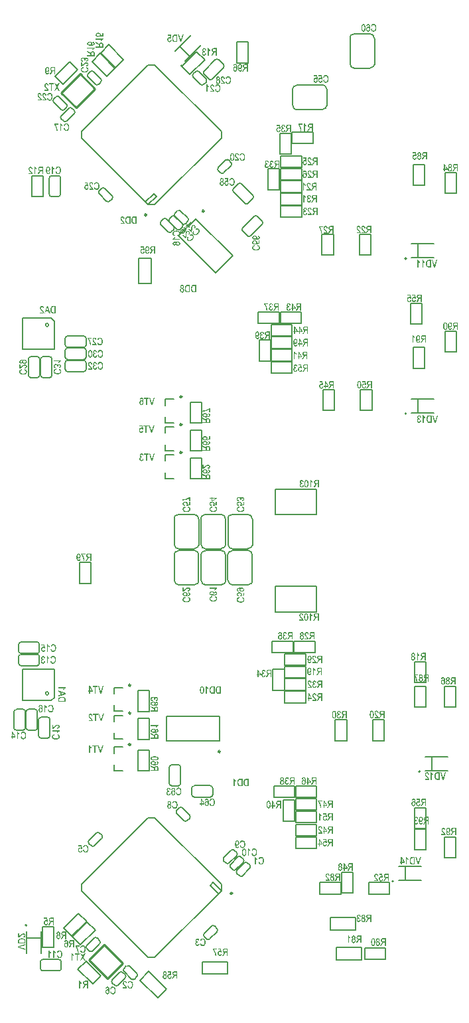
<source format=gbo>
G04*
G04 #@! TF.GenerationSoftware,Altium Limited,Altium Designer,21.8.1 (53)*
G04*
G04 Layer_Color=32896*
%FSLAX44Y44*%
%MOMM*%
G71*
G04*
G04 #@! TF.SameCoordinates,C657CB42-8F9E-4DD2-80ED-FFB10F84DBA6*
G04*
G04*
G04 #@! TF.FilePolarity,Positive*
G04*
G01*
G75*
%ADD10C,0.2500*%
%ADD11C,0.1500*%
%ADD12C,0.2000*%
%ADD13C,0.2540*%
%ADD120C,0.1270*%
G36*
X538289Y240187D02*
X538594Y240118D01*
X538857Y240007D01*
X539093Y239896D01*
X539287Y239771D01*
X539426Y239660D01*
X539468Y239619D01*
X539509Y239591D01*
X539523Y239577D01*
X539537Y239563D01*
X539648Y239438D01*
X539759Y239300D01*
X539939Y238981D01*
X540092Y238662D01*
X540203Y238329D01*
X540272Y238038D01*
X540314Y237913D01*
X540327Y237802D01*
X540341Y237705D01*
X540355Y237635D01*
X540369Y237594D01*
Y237580D01*
X539190Y237344D01*
X539135Y237663D01*
X539079Y237927D01*
X538996Y238149D01*
X538927Y238329D01*
X538857Y238468D01*
X538802Y238565D01*
X538760Y238620D01*
X538746Y238634D01*
X538608Y238759D01*
X538469Y238856D01*
X538330Y238911D01*
X538206Y238967D01*
X538095Y238995D01*
X538012Y239009D01*
X537928D01*
X537762Y238995D01*
X537609Y238953D01*
X537485Y238898D01*
X537374Y238828D01*
X537276Y238759D01*
X537207Y238703D01*
X537165Y238662D01*
X537152Y238648D01*
X537041Y238509D01*
X536958Y238343D01*
X536902Y238190D01*
X536860Y238038D01*
X536833Y237913D01*
X536819Y237802D01*
Y237733D01*
Y237705D01*
X536833Y237469D01*
X536874Y237261D01*
X536944Y237081D01*
X537013Y236928D01*
X537096Y236803D01*
X537152Y236720D01*
X537207Y236665D01*
X537221Y236651D01*
X537374Y236526D01*
X537540Y236429D01*
X537720Y236374D01*
X537887Y236318D01*
X538039Y236290D01*
X538150Y236276D01*
X538261D01*
X538525Y236304D01*
X538635Y235014D01*
X538441Y235056D01*
X538289Y235098D01*
X538150Y235125D01*
X538039Y235139D01*
X537956Y235153D01*
X537845D01*
X537651Y235139D01*
X537457Y235084D01*
X537304Y235014D01*
X537165Y234931D01*
X537055Y234834D01*
X536971Y234765D01*
X536916Y234709D01*
X536902Y234695D01*
X536763Y234515D01*
X536666Y234321D01*
X536597Y234113D01*
X536555Y233919D01*
X536514Y233752D01*
X536500Y233614D01*
Y233558D01*
Y233517D01*
Y233503D01*
Y233489D01*
X536514Y233198D01*
X536569Y232934D01*
X536638Y232712D01*
X536722Y232518D01*
X536805Y232379D01*
X536874Y232269D01*
X536930Y232199D01*
X536944Y232171D01*
X537110Y232005D01*
X537276Y231894D01*
X537443Y231811D01*
X537609Y231742D01*
X537734Y231714D01*
X537845Y231700D01*
X537914Y231686D01*
X537942D01*
X538136Y231714D01*
X538303Y231769D01*
X538455Y231852D01*
X538594Y231977D01*
X538719Y232116D01*
X538830Y232269D01*
X539010Y232615D01*
X539135Y232948D01*
X539190Y233101D01*
X539218Y233239D01*
X539260Y233364D01*
X539273Y233447D01*
X539287Y233517D01*
Y233531D01*
X540466Y233336D01*
X540438Y233087D01*
X540397Y232851D01*
X540355Y232629D01*
X540300Y232421D01*
X540230Y232241D01*
X540175Y232060D01*
X540092Y231908D01*
X540022Y231755D01*
X539953Y231630D01*
X539884Y231520D01*
X539828Y231436D01*
X539773Y231353D01*
X539731Y231298D01*
X539689Y231256D01*
X539676Y231228D01*
X539662Y231215D01*
X539523Y231090D01*
X539384Y230979D01*
X539232Y230868D01*
X539093Y230785D01*
X538802Y230660D01*
X538525Y230576D01*
X538275Y230521D01*
X538178Y230507D01*
X538081Y230493D01*
X538012Y230479D01*
X537914D01*
X537706Y230493D01*
X537512Y230521D01*
X537332Y230563D01*
X537152Y230618D01*
X536819Y230743D01*
X536541Y230909D01*
X536431Y230979D01*
X536320Y231062D01*
X536236Y231131D01*
X536153Y231201D01*
X536098Y231242D01*
X536056Y231284D01*
X536028Y231312D01*
X536014Y231325D01*
X535876Y231492D01*
X535751Y231672D01*
X535654Y231852D01*
X535557Y232033D01*
X535474Y232213D01*
X535418Y232393D01*
X535321Y232740D01*
X535293Y232906D01*
X535266Y233045D01*
X535252Y233184D01*
X535238Y233295D01*
X535224Y233392D01*
Y233461D01*
Y233503D01*
Y233517D01*
X535238Y233738D01*
X535252Y233946D01*
X535279Y234141D01*
X535321Y234307D01*
X535363Y234446D01*
X535390Y234557D01*
X535404Y234612D01*
X535418Y234640D01*
X535501Y234820D01*
X535584Y234987D01*
X535668Y235125D01*
X535751Y235236D01*
X535820Y235333D01*
X535876Y235403D01*
X535917Y235444D01*
X535931Y235458D01*
X536042Y235569D01*
X536167Y235652D01*
X536278Y235722D01*
X536389Y235763D01*
X536486Y235805D01*
X536555Y235819D01*
X536611Y235833D01*
X536625D01*
X536472Y235902D01*
X536320Y235999D01*
X536195Y236096D01*
X536084Y236207D01*
X536001Y236318D01*
X535945Y236401D01*
X535904Y236457D01*
X535890Y236485D01*
X535793Y236693D01*
X535723Y236901D01*
X535668Y237095D01*
X535640Y237275D01*
X535612Y237441D01*
X535598Y237566D01*
Y237649D01*
Y237663D01*
Y237677D01*
X535612Y237871D01*
X535626Y238065D01*
X535709Y238412D01*
X535820Y238717D01*
X535945Y238981D01*
X536070Y239189D01*
X536125Y239286D01*
X536181Y239355D01*
X536222Y239411D01*
X536264Y239452D01*
X536278Y239466D01*
X536292Y239480D01*
X536417Y239605D01*
X536555Y239730D01*
X536694Y239827D01*
X536833Y239910D01*
X537110Y240035D01*
X537374Y240118D01*
X537609Y240173D01*
X537706Y240187D01*
X537790Y240201D01*
X537859Y240215D01*
X538122D01*
X538289Y240187D01*
D02*
G37*
G36*
X544197Y240201D02*
X544391Y240173D01*
X544571Y240132D01*
X544738Y240076D01*
X545043Y239938D01*
X545306Y239771D01*
X545514Y239605D01*
X545597Y239536D01*
X545667Y239466D01*
X545736Y239411D01*
X545778Y239369D01*
X545792Y239341D01*
X545806Y239328D01*
X545930Y239161D01*
X546041Y238981D01*
X546138Y238787D01*
X546222Y238592D01*
X546346Y238190D01*
X546430Y237816D01*
X546471Y237635D01*
X546485Y237483D01*
X546499Y237330D01*
X546513Y237206D01*
X546527Y237095D01*
Y237025D01*
Y236970D01*
Y236956D01*
X546513Y236693D01*
X546499Y236429D01*
X546457Y236193D01*
X546416Y235971D01*
X546360Y235763D01*
X546305Y235569D01*
X546235Y235403D01*
X546166Y235236D01*
X546111Y235098D01*
X546041Y234973D01*
X545986Y234876D01*
X545930Y234779D01*
X545889Y234709D01*
X545847Y234668D01*
X545833Y234640D01*
X545819Y234626D01*
X545681Y234473D01*
X545542Y234349D01*
X545403Y234238D01*
X545251Y234141D01*
X545112Y234058D01*
X544973Y233988D01*
X544696Y233891D01*
X544460Y233822D01*
X544363Y233808D01*
X544280Y233794D01*
X544211Y233780D01*
X544114D01*
X543905Y233794D01*
X543711Y233836D01*
X543531Y233891D01*
X543365Y233960D01*
X543240Y234016D01*
X543129Y234071D01*
X543073Y234113D01*
X543046Y234127D01*
X542865Y234265D01*
X542727Y234404D01*
X542630Y234557D01*
X542560Y234695D01*
X542505Y234820D01*
X542477Y234917D01*
X542463Y234973D01*
Y234917D01*
X542477Y234529D01*
X542505Y234168D01*
X542546Y233850D01*
X542588Y233572D01*
X542616Y233461D01*
X542644Y233350D01*
X542671Y233267D01*
X542685Y233184D01*
X542699Y233128D01*
X542713Y233087D01*
X542727Y233059D01*
Y233045D01*
X542824Y232782D01*
X542921Y232546D01*
X543032Y232365D01*
X543129Y232227D01*
X543212Y232116D01*
X543282Y232033D01*
X543323Y231991D01*
X543337Y231977D01*
X543462Y231880D01*
X543600Y231811D01*
X543725Y231755D01*
X543836Y231728D01*
X543933Y231700D01*
X544016Y231686D01*
X544086D01*
X544252Y231700D01*
X544405Y231755D01*
X544543Y231825D01*
X544654Y231908D01*
X544765Y232019D01*
X544863Y232144D01*
X545015Y232421D01*
X545112Y232684D01*
X545154Y232809D01*
X545181Y232920D01*
X545209Y233004D01*
X545223Y233087D01*
X545237Y233128D01*
Y233142D01*
X546388Y233017D01*
X546360Y232782D01*
X546319Y232560D01*
X546277Y232365D01*
X546222Y232171D01*
X546166Y232005D01*
X546111Y231839D01*
X546041Y231700D01*
X545986Y231575D01*
X545930Y231464D01*
X545861Y231367D01*
X545806Y231284D01*
X545764Y231228D01*
X545722Y231173D01*
X545695Y231131D01*
X545667Y231117D01*
Y231103D01*
X545542Y230993D01*
X545417Y230896D01*
X545154Y230743D01*
X544904Y230632D01*
X544654Y230563D01*
X544446Y230507D01*
X544349Y230493D01*
X544266D01*
X544197Y230479D01*
X544114D01*
X543809Y230507D01*
X543545Y230563D01*
X543295Y230646D01*
X543073Y230743D01*
X542893Y230826D01*
X542755Y230909D01*
X542671Y230965D01*
X542657Y230993D01*
X542644D01*
X542408Y231215D01*
X542214Y231464D01*
X542033Y231728D01*
X541881Y231977D01*
X541770Y232213D01*
X541728Y232324D01*
X541687Y232407D01*
X541659Y232490D01*
X541631Y232546D01*
X541617Y232574D01*
Y232587D01*
X541548Y232796D01*
X541492Y233031D01*
X541395Y233517D01*
X541340Y234030D01*
X541284Y234515D01*
X541270Y234737D01*
X541257Y234945D01*
Y235125D01*
X541243Y235292D01*
Y235431D01*
Y235527D01*
Y235583D01*
Y235611D01*
Y235930D01*
X541257Y236221D01*
X541270Y236498D01*
X541298Y236762D01*
X541326Y236998D01*
X541354Y237220D01*
X541381Y237414D01*
X541409Y237594D01*
X541451Y237747D01*
X541479Y237885D01*
X541506Y238010D01*
X541534Y238107D01*
X541562Y238176D01*
X541576Y238232D01*
X541590Y238260D01*
Y238274D01*
X541728Y238606D01*
X541895Y238898D01*
X542061Y239147D01*
X542214Y239355D01*
X542366Y239508D01*
X542477Y239619D01*
X542560Y239688D01*
X542574Y239716D01*
X542588D01*
X542838Y239882D01*
X543087Y240007D01*
X543323Y240090D01*
X543545Y240160D01*
X543725Y240187D01*
X543878Y240201D01*
X543933Y240215D01*
X544003D01*
X544197Y240201D01*
D02*
G37*
G36*
X553974Y230632D02*
X552684D01*
Y234751D01*
X551505D01*
X551353Y234737D01*
X551242Y234709D01*
X551131Y234695D01*
X551048Y234668D01*
X550992Y234640D01*
X550965Y234626D01*
X550951D01*
X550854Y234571D01*
X550756Y234501D01*
X550576Y234335D01*
X550507Y234252D01*
X550451Y234182D01*
X550424Y234141D01*
X550410Y234127D01*
X550354Y234044D01*
X550285Y233960D01*
X550146Y233738D01*
X550008Y233489D01*
X549869Y233239D01*
X549730Y233004D01*
X549675Y232906D01*
X549633Y232809D01*
X549592Y232740D01*
X549564Y232684D01*
X549536Y232643D01*
Y232629D01*
X548482Y230632D01*
X546984D01*
X548343Y233350D01*
X548482Y233586D01*
X548621Y233808D01*
X548746Y234016D01*
X548870Y234196D01*
X548981Y234349D01*
X549065Y234460D01*
X549134Y234529D01*
X549148Y234557D01*
X549245Y234654D01*
X549342Y234723D01*
X549439Y234779D01*
X549536Y234834D01*
X549619Y234862D01*
X549689Y234890D01*
X549730Y234904D01*
X549744D01*
X549397Y234973D01*
X549092Y235084D01*
X548829Y235222D01*
X548607Y235361D01*
X548427Y235500D01*
X548302Y235611D01*
X548219Y235694D01*
X548191Y235708D01*
Y235722D01*
X547997Y235999D01*
X547858Y236290D01*
X547747Y236595D01*
X547678Y236873D01*
X547636Y237122D01*
X547622Y237233D01*
Y237330D01*
X547608Y237400D01*
Y237469D01*
Y237497D01*
Y237511D01*
X547622Y237816D01*
X547664Y238093D01*
X547719Y238343D01*
X547775Y238551D01*
X547844Y238731D01*
X547900Y238856D01*
X547941Y238939D01*
X547955Y238967D01*
X548094Y239189D01*
X548232Y239383D01*
X548371Y239536D01*
X548510Y239660D01*
X548635Y239757D01*
X548732Y239827D01*
X548801Y239868D01*
X548829Y239882D01*
X549051Y239979D01*
X549314Y240049D01*
X549578Y240104D01*
X549855Y240132D01*
X550091Y240160D01*
X550188D01*
X550285Y240173D01*
X553974D01*
Y230632D01*
D02*
G37*
G36*
X534081Y854137D02*
X534220Y853902D01*
X534358Y853680D01*
X534497Y853486D01*
X534622Y853319D01*
X534719Y853194D01*
X534788Y853111D01*
X534802Y853097D01*
X534816Y853083D01*
X535038Y852861D01*
X535274Y852654D01*
X535509Y852459D01*
X535718Y852307D01*
X535912Y852168D01*
X536064Y852071D01*
X536120Y852029D01*
X536161Y852016D01*
X536189Y851988D01*
X536203D01*
Y850698D01*
X535967Y850781D01*
X535745Y850878D01*
X535537Y850989D01*
X535357Y851086D01*
X535204Y851170D01*
X535093Y851239D01*
X535024Y851294D01*
X534996Y851308D01*
X534802Y851461D01*
X534650Y851600D01*
X534539Y851738D01*
X534455Y851849D01*
X534386Y851946D01*
X534358Y852016D01*
X534331Y852057D01*
Y844804D01*
X533124D01*
Y854387D01*
X533970D01*
X534081Y854137D01*
D02*
G37*
G36*
X540641Y854373D02*
X540835Y854345D01*
X541015Y854304D01*
X541182Y854248D01*
X541487Y854110D01*
X541750Y853943D01*
X541958Y853777D01*
X542042Y853708D01*
X542111Y853638D01*
X542180Y853583D01*
X542222Y853541D01*
X542236Y853513D01*
X542249Y853500D01*
X542374Y853333D01*
X542485Y853153D01*
X542582Y852959D01*
X542666Y852765D01*
X542790Y852362D01*
X542874Y851988D01*
X542915Y851807D01*
X542929Y851655D01*
X542943Y851502D01*
X542957Y851378D01*
X542971Y851267D01*
Y851197D01*
Y851142D01*
Y851128D01*
X542957Y850864D01*
X542943Y850601D01*
X542901Y850365D01*
X542860Y850143D01*
X542804Y849935D01*
X542749Y849741D01*
X542679Y849575D01*
X542610Y849408D01*
X542555Y849270D01*
X542485Y849145D01*
X542430Y849048D01*
X542374Y848951D01*
X542333Y848881D01*
X542291Y848840D01*
X542277Y848812D01*
X542263Y848798D01*
X542125Y848645D01*
X541986Y848521D01*
X541847Y848410D01*
X541695Y848313D01*
X541556Y848230D01*
X541417Y848160D01*
X541140Y848063D01*
X540904Y847994D01*
X540807Y847980D01*
X540724Y847966D01*
X540655Y847952D01*
X540558D01*
X540350Y847966D01*
X540155Y848008D01*
X539975Y848063D01*
X539809Y848132D01*
X539684Y848188D01*
X539573Y848243D01*
X539517Y848285D01*
X539490Y848299D01*
X539309Y848438D01*
X539171Y848576D01*
X539074Y848729D01*
X539004Y848867D01*
X538949Y848992D01*
X538921Y849089D01*
X538907Y849145D01*
Y849089D01*
X538921Y848701D01*
X538949Y848340D01*
X538990Y848021D01*
X539032Y847744D01*
X539060Y847633D01*
X539087Y847522D01*
X539115Y847439D01*
X539129Y847356D01*
X539143Y847300D01*
X539157Y847259D01*
X539171Y847231D01*
Y847217D01*
X539268Y846954D01*
X539365Y846718D01*
X539476Y846537D01*
X539573Y846399D01*
X539656Y846288D01*
X539725Y846205D01*
X539767Y846163D01*
X539781Y846149D01*
X539906Y846052D01*
X540044Y845983D01*
X540169Y845927D01*
X540280Y845900D01*
X540377Y845872D01*
X540461Y845858D01*
X540530D01*
X540696Y845872D01*
X540849Y845927D01*
X540988Y845997D01*
X541098Y846080D01*
X541209Y846191D01*
X541306Y846316D01*
X541459Y846593D01*
X541556Y846857D01*
X541598Y846981D01*
X541625Y847092D01*
X541653Y847176D01*
X541667Y847259D01*
X541681Y847300D01*
Y847314D01*
X542832Y847189D01*
X542804Y846954D01*
X542763Y846732D01*
X542721Y846537D01*
X542666Y846343D01*
X542610Y846177D01*
X542555Y846011D01*
X542485Y845872D01*
X542430Y845747D01*
X542374Y845636D01*
X542305Y845539D01*
X542249Y845456D01*
X542208Y845400D01*
X542166Y845345D01*
X542139Y845303D01*
X542111Y845289D01*
Y845275D01*
X541986Y845165D01*
X541861Y845068D01*
X541598Y844915D01*
X541348Y844804D01*
X541098Y844735D01*
X540890Y844679D01*
X540793Y844665D01*
X540710D01*
X540641Y844651D01*
X540558D01*
X540252Y844679D01*
X539989Y844735D01*
X539739Y844818D01*
X539517Y844915D01*
X539337Y844998D01*
X539198Y845081D01*
X539115Y845137D01*
X539101Y845165D01*
X539087D01*
X538852Y845387D01*
X538658Y845636D01*
X538477Y845900D01*
X538325Y846149D01*
X538214Y846385D01*
X538172Y846496D01*
X538131Y846579D01*
X538103Y846662D01*
X538075Y846718D01*
X538061Y846746D01*
Y846759D01*
X537992Y846967D01*
X537936Y847203D01*
X537839Y847689D01*
X537784Y848202D01*
X537728Y848687D01*
X537715Y848909D01*
X537701Y849117D01*
Y849297D01*
X537687Y849464D01*
Y849603D01*
Y849699D01*
Y849755D01*
Y849783D01*
Y850102D01*
X537701Y850393D01*
X537715Y850670D01*
X537742Y850934D01*
X537770Y851170D01*
X537798Y851392D01*
X537826Y851586D01*
X537853Y851766D01*
X537895Y851918D01*
X537923Y852057D01*
X537950Y852182D01*
X537978Y852279D01*
X538006Y852348D01*
X538020Y852404D01*
X538033Y852432D01*
Y852446D01*
X538172Y852778D01*
X538339Y853070D01*
X538505Y853319D01*
X538658Y853527D01*
X538810Y853680D01*
X538921Y853791D01*
X539004Y853860D01*
X539018Y853888D01*
X539032D01*
X539282Y854054D01*
X539531Y854179D01*
X539767Y854262D01*
X539989Y854332D01*
X540169Y854359D01*
X540322Y854373D01*
X540377Y854387D01*
X540447D01*
X540641Y854373D01*
D02*
G37*
G36*
X550418Y844804D02*
X549128D01*
Y848923D01*
X547949D01*
X547797Y848909D01*
X547686Y848881D01*
X547575Y848867D01*
X547492Y848840D01*
X547436Y848812D01*
X547409Y848798D01*
X547395D01*
X547298Y848743D01*
X547201Y848673D01*
X547020Y848507D01*
X546951Y848424D01*
X546895Y848354D01*
X546868Y848313D01*
X546854Y848299D01*
X546798Y848216D01*
X546729Y848132D01*
X546590Y847911D01*
X546452Y847661D01*
X546313Y847411D01*
X546174Y847176D01*
X546119Y847078D01*
X546077Y846981D01*
X546036Y846912D01*
X546008Y846857D01*
X545980Y846815D01*
Y846801D01*
X544926Y844804D01*
X543428D01*
X544787Y847522D01*
X544926Y847758D01*
X545065Y847980D01*
X545190Y848188D01*
X545314Y848368D01*
X545425Y848521D01*
X545509Y848632D01*
X545578Y848701D01*
X545592Y848729D01*
X545689Y848826D01*
X545786Y848895D01*
X545883Y848951D01*
X545980Y849006D01*
X546063Y849034D01*
X546133Y849062D01*
X546174Y849075D01*
X546188D01*
X545841Y849145D01*
X545536Y849256D01*
X545273Y849394D01*
X545051Y849533D01*
X544871Y849672D01*
X544746Y849783D01*
X544663Y849866D01*
X544635Y849880D01*
Y849894D01*
X544441Y850171D01*
X544302Y850462D01*
X544191Y850767D01*
X544122Y851045D01*
X544080Y851294D01*
X544066Y851405D01*
Y851502D01*
X544052Y851572D01*
Y851641D01*
Y851669D01*
Y851683D01*
X544066Y851988D01*
X544108Y852265D01*
X544163Y852515D01*
X544219Y852723D01*
X544288Y852903D01*
X544344Y853028D01*
X544385Y853111D01*
X544399Y853139D01*
X544538Y853361D01*
X544677Y853555D01*
X544815Y853708D01*
X544954Y853832D01*
X545079Y853929D01*
X545176Y853999D01*
X545245Y854040D01*
X545273Y854054D01*
X545495Y854151D01*
X545758Y854221D01*
X546022Y854276D01*
X546299Y854304D01*
X546535Y854332D01*
X546632D01*
X546729Y854345D01*
X550418D01*
Y844804D01*
D02*
G37*
G36*
X553974Y412496D02*
X552684D01*
Y416615D01*
X551505D01*
X551353Y416601D01*
X551242Y416573D01*
X551131Y416559D01*
X551048Y416532D01*
X550992Y416504D01*
X550965Y416490D01*
X550951D01*
X550854Y416435D01*
X550756Y416365D01*
X550576Y416199D01*
X550507Y416116D01*
X550451Y416046D01*
X550424Y416005D01*
X550410Y415991D01*
X550354Y415908D01*
X550285Y415824D01*
X550146Y415602D01*
X550008Y415353D01*
X549869Y415103D01*
X549730Y414868D01*
X549675Y414770D01*
X549633Y414673D01*
X549592Y414604D01*
X549564Y414548D01*
X549536Y414507D01*
Y414493D01*
X548482Y412496D01*
X546984D01*
X548343Y415214D01*
X548482Y415450D01*
X548621Y415672D01*
X548746Y415880D01*
X548870Y416060D01*
X548981Y416213D01*
X549065Y416324D01*
X549134Y416393D01*
X549148Y416421D01*
X549245Y416518D01*
X549342Y416587D01*
X549439Y416643D01*
X549536Y416698D01*
X549619Y416726D01*
X549689Y416754D01*
X549730Y416768D01*
X549744D01*
X549397Y416837D01*
X549092Y416948D01*
X548829Y417086D01*
X548607Y417225D01*
X548427Y417364D01*
X548302Y417475D01*
X548219Y417558D01*
X548191Y417572D01*
Y417586D01*
X547997Y417863D01*
X547858Y418154D01*
X547747Y418459D01*
X547678Y418737D01*
X547636Y418986D01*
X547622Y419097D01*
Y419194D01*
X547608Y419264D01*
Y419333D01*
Y419361D01*
Y419375D01*
X547622Y419680D01*
X547664Y419957D01*
X547719Y420207D01*
X547775Y420415D01*
X547844Y420595D01*
X547900Y420720D01*
X547941Y420803D01*
X547955Y420831D01*
X548094Y421053D01*
X548232Y421247D01*
X548371Y421399D01*
X548510Y421524D01*
X548635Y421621D01*
X548732Y421691D01*
X548801Y421732D01*
X548829Y421746D01*
X549051Y421843D01*
X549314Y421913D01*
X549578Y421968D01*
X549855Y421996D01*
X550091Y422024D01*
X550188D01*
X550285Y422038D01*
X553974D01*
Y412496D01*
D02*
G37*
G36*
X540411Y420567D02*
X536708D01*
X536833Y420415D01*
X536958Y420248D01*
X537207Y419888D01*
X537429Y419513D01*
X537623Y419167D01*
X537706Y419000D01*
X537790Y418848D01*
X537859Y418709D01*
X537914Y418584D01*
X537956Y418487D01*
X537998Y418418D01*
X538012Y418362D01*
X538025Y418349D01*
X538247Y417822D01*
X538428Y417281D01*
X538594Y416781D01*
X538663Y416546D01*
X538733Y416324D01*
X538788Y416129D01*
X538844Y415935D01*
X538885Y415769D01*
X538913Y415630D01*
X538941Y415519D01*
X538968Y415436D01*
X538982Y415381D01*
Y415367D01*
X539093Y414798D01*
X539190Y414257D01*
X539218Y414008D01*
X539246Y413772D01*
X539273Y413550D01*
X539287Y413356D01*
X539301Y413162D01*
X539315Y412995D01*
X539329Y412843D01*
Y412732D01*
X539343Y412635D01*
Y412551D01*
Y412510D01*
Y412496D01*
X538136D01*
X538109Y412940D01*
X538053Y413370D01*
X537998Y413800D01*
X537928Y414216D01*
X537859Y414618D01*
X537776Y414992D01*
X537692Y415353D01*
X537609Y415700D01*
X537526Y416005D01*
X537443Y416282D01*
X537374Y416532D01*
X537304Y416740D01*
X537263Y416906D01*
X537221Y417031D01*
X537193Y417100D01*
X537179Y417128D01*
X537013Y417544D01*
X536860Y417946D01*
X536694Y418321D01*
X536528Y418667D01*
X536361Y419000D01*
X536195Y419305D01*
X536042Y419597D01*
X535890Y419846D01*
X535751Y420082D01*
X535626Y420276D01*
X535515Y420457D01*
X535418Y420595D01*
X535335Y420706D01*
X535279Y420789D01*
X535238Y420845D01*
X535224Y420859D01*
Y421926D01*
X540411D01*
Y420567D01*
D02*
G37*
G36*
X544086Y422065D02*
X544266Y422051D01*
X544585Y421968D01*
X544876Y421857D01*
X545112Y421732D01*
X545306Y421594D01*
X545445Y421483D01*
X545500Y421441D01*
X545542Y421399D01*
X545556Y421386D01*
X545570Y421372D01*
X545681Y421233D01*
X545778Y421094D01*
X545944Y420789D01*
X546055Y420484D01*
X546138Y420207D01*
X546180Y419957D01*
X546208Y419846D01*
Y419749D01*
X546222Y419680D01*
Y419624D01*
Y419583D01*
Y419569D01*
X546208Y419305D01*
X546180Y419070D01*
X546124Y418848D01*
X546069Y418667D01*
X546027Y418529D01*
X545972Y418418D01*
X545944Y418349D01*
X545930Y418321D01*
X545806Y418154D01*
X545667Y418016D01*
X545542Y417905D01*
X545403Y417822D01*
X545292Y417752D01*
X545195Y417710D01*
X545140Y417697D01*
X545112Y417683D01*
X545334Y417613D01*
X545542Y417516D01*
X545708Y417392D01*
X545861Y417253D01*
X545972Y417128D01*
X546069Y417017D01*
X546124Y416948D01*
X546138Y416934D01*
Y416920D01*
X546263Y416670D01*
X546360Y416407D01*
X546430Y416129D01*
X546471Y415880D01*
X546499Y415658D01*
X546513Y415561D01*
X546527Y415478D01*
Y415408D01*
Y415353D01*
Y415325D01*
Y415311D01*
X546513Y415062D01*
X546499Y414840D01*
X546416Y414410D01*
X546346Y414230D01*
X546291Y414049D01*
X546222Y413883D01*
X546152Y413744D01*
X546083Y413605D01*
X546013Y413494D01*
X545944Y413397D01*
X545889Y413314D01*
X545847Y413245D01*
X545806Y413203D01*
X545792Y413176D01*
X545778Y413162D01*
X545639Y413023D01*
X545486Y412898D01*
X545320Y412787D01*
X545168Y412690D01*
X545001Y412607D01*
X544849Y412538D01*
X544557Y412440D01*
X544294Y412385D01*
X544183Y412371D01*
X544086Y412357D01*
X544003Y412343D01*
X543892D01*
X543684Y412357D01*
X543489Y412385D01*
X543295Y412413D01*
X543115Y412468D01*
X542796Y412607D01*
X542519Y412760D01*
X542408Y412829D01*
X542297Y412898D01*
X542214Y412967D01*
X542144Y413037D01*
X542075Y413092D01*
X542033Y413120D01*
X542019Y413148D01*
X542006Y413162D01*
X541867Y413328D01*
X541756Y413494D01*
X541645Y413661D01*
X541562Y413841D01*
X541423Y414202D01*
X541340Y414535D01*
X541312Y414687D01*
X541284Y414826D01*
X541270Y414965D01*
X541257Y415075D01*
X541243Y415159D01*
Y415228D01*
Y415270D01*
Y415284D01*
X541257Y415616D01*
X541298Y415922D01*
X541368Y416185D01*
X541437Y416421D01*
X541506Y416601D01*
X541576Y416740D01*
X541590Y416781D01*
X541617Y416823D01*
X541631Y416837D01*
Y416851D01*
X541784Y417073D01*
X541950Y417253D01*
X542130Y417405D01*
X542283Y417516D01*
X542435Y417586D01*
X542546Y417641D01*
X542630Y417669D01*
X542644Y417683D01*
X542657D01*
X542477Y417752D01*
X542311Y417835D01*
X542172Y417946D01*
X542061Y418057D01*
X541978Y418154D01*
X541908Y418237D01*
X541867Y418293D01*
X541853Y418321D01*
X541756Y418515D01*
X541673Y418723D01*
X541617Y418917D01*
X541590Y419111D01*
X541562Y419278D01*
X541548Y419416D01*
Y419458D01*
Y419500D01*
Y419513D01*
Y419527D01*
X541562Y419735D01*
X541576Y419930D01*
X541659Y420276D01*
X541756Y420595D01*
X541881Y420859D01*
X541950Y420970D01*
X542006Y421067D01*
X542075Y421164D01*
X542117Y421233D01*
X542158Y421289D01*
X542200Y421330D01*
X542214Y421344D01*
X542228Y421358D01*
X542352Y421483D01*
X542491Y421594D01*
X542630Y421691D01*
X542768Y421774D01*
X543046Y421899D01*
X543309Y421996D01*
X543545Y422038D01*
X543656Y422051D01*
X543739Y422065D01*
X543809Y422079D01*
X543905D01*
X544086Y422065D01*
D02*
G37*
G36*
X538282Y1082736D02*
X537200Y1082569D01*
X537103Y1082736D01*
X537006Y1082874D01*
X536909Y1082985D01*
X536812Y1083082D01*
X536742Y1083152D01*
X536673Y1083207D01*
X536631Y1083235D01*
X536617Y1083249D01*
X536493Y1083318D01*
X536354Y1083374D01*
X536243Y1083415D01*
X536132Y1083443D01*
X536035Y1083457D01*
X535966Y1083471D01*
X535896D01*
X535661Y1083443D01*
X535466Y1083387D01*
X535272Y1083304D01*
X535120Y1083221D01*
X534995Y1083124D01*
X534912Y1083041D01*
X534842Y1082985D01*
X534828Y1082958D01*
X534676Y1082749D01*
X534565Y1082528D01*
X534496Y1082278D01*
X534440Y1082056D01*
X534412Y1081834D01*
X534398Y1081751D01*
X534385Y1081668D01*
Y1081612D01*
Y1081557D01*
Y1081529D01*
Y1081515D01*
X534398Y1081155D01*
X534454Y1080836D01*
X534523Y1080572D01*
X534607Y1080350D01*
X534704Y1080170D01*
X534773Y1080045D01*
X534828Y1079962D01*
X534842Y1079934D01*
X535009Y1079754D01*
X535189Y1079615D01*
X535369Y1079518D01*
X535522Y1079449D01*
X535674Y1079407D01*
X535785Y1079393D01*
X535855Y1079380D01*
X535882D01*
X536049Y1079393D01*
X536215Y1079435D01*
X536354Y1079504D01*
X536479Y1079574D01*
X536590Y1079643D01*
X536659Y1079712D01*
X536715Y1079754D01*
X536728Y1079768D01*
X536853Y1079934D01*
X536950Y1080142D01*
X537034Y1080364D01*
X537103Y1080600D01*
X537158Y1080794D01*
X537186Y1080974D01*
X537200Y1081030D01*
X537214Y1081085D01*
Y1081113D01*
Y1081127D01*
X538448Y1081016D01*
X538420Y1080766D01*
X538379Y1080517D01*
X538337Y1080295D01*
X538282Y1080101D01*
X538212Y1079906D01*
X538157Y1079726D01*
X538074Y1079574D01*
X538004Y1079435D01*
X537935Y1079310D01*
X537866Y1079199D01*
X537810Y1079102D01*
X537755Y1079033D01*
X537713Y1078963D01*
X537671Y1078922D01*
X537658Y1078908D01*
X537644Y1078894D01*
X537505Y1078769D01*
X537366Y1078658D01*
X537214Y1078561D01*
X537061Y1078478D01*
X536770Y1078353D01*
X536479Y1078270D01*
X536243Y1078214D01*
X536132Y1078201D01*
X536049Y1078187D01*
X535966Y1078173D01*
X535868D01*
X535633Y1078187D01*
X535425Y1078214D01*
X535217Y1078270D01*
X535023Y1078326D01*
X534842Y1078409D01*
X534676Y1078492D01*
X534537Y1078589D01*
X534398Y1078686D01*
X534274Y1078769D01*
X534177Y1078866D01*
X534080Y1078950D01*
X534010Y1079033D01*
X533941Y1079088D01*
X533899Y1079144D01*
X533885Y1079172D01*
X533871Y1079185D01*
X533733Y1079380D01*
X533622Y1079587D01*
X533525Y1079782D01*
X533442Y1079990D01*
X533303Y1080392D01*
X533220Y1080780D01*
X533178Y1080947D01*
X533164Y1081113D01*
X533150Y1081252D01*
X533136Y1081376D01*
X533123Y1081474D01*
Y1081557D01*
Y1081598D01*
Y1081612D01*
X533136Y1081876D01*
X533150Y1082112D01*
X533192Y1082347D01*
X533233Y1082569D01*
X533289Y1082763D01*
X533358Y1082958D01*
X533428Y1083124D01*
X533497Y1083277D01*
X533566Y1083415D01*
X533636Y1083540D01*
X533691Y1083651D01*
X533760Y1083734D01*
X533802Y1083803D01*
X533844Y1083845D01*
X533858Y1083873D01*
X533871Y1083887D01*
X534010Y1084039D01*
X534163Y1084164D01*
X534315Y1084289D01*
X534468Y1084386D01*
X534607Y1084469D01*
X534759Y1084538D01*
X535036Y1084636D01*
X535272Y1084705D01*
X535369Y1084719D01*
X535466Y1084733D01*
X535536Y1084746D01*
X535633D01*
X535924Y1084719D01*
X536188Y1084650D01*
X536409Y1084566D01*
X536590Y1084455D01*
X536742Y1084344D01*
X536853Y1084261D01*
X536909Y1084192D01*
X536936Y1084164D01*
X536562Y1086397D01*
X533483D01*
Y1087756D01*
X537533D01*
X538282Y1082736D01*
D02*
G37*
G36*
X551942Y1078326D02*
X550652D01*
Y1082444D01*
X549473D01*
X549321Y1082430D01*
X549210Y1082403D01*
X549099Y1082389D01*
X549016Y1082361D01*
X548960Y1082333D01*
X548933Y1082320D01*
X548919D01*
X548822Y1082264D01*
X548725Y1082195D01*
X548544Y1082028D01*
X548475Y1081945D01*
X548419Y1081876D01*
X548392Y1081834D01*
X548378Y1081820D01*
X548322Y1081737D01*
X548253Y1081654D01*
X548114Y1081432D01*
X547976Y1081182D01*
X547837Y1080933D01*
X547698Y1080697D01*
X547643Y1080600D01*
X547601Y1080503D01*
X547560Y1080434D01*
X547532Y1080378D01*
X547504Y1080336D01*
Y1080322D01*
X546450Y1078326D01*
X544952D01*
X546311Y1081044D01*
X546450Y1081279D01*
X546589Y1081501D01*
X546714Y1081709D01*
X546838Y1081890D01*
X546949Y1082042D01*
X547033Y1082153D01*
X547102Y1082223D01*
X547116Y1082250D01*
X547213Y1082347D01*
X547310Y1082417D01*
X547407Y1082472D01*
X547504Y1082528D01*
X547587Y1082555D01*
X547657Y1082583D01*
X547698Y1082597D01*
X547712D01*
X547365Y1082666D01*
X547060Y1082777D01*
X546797Y1082916D01*
X546575Y1083055D01*
X546395Y1083193D01*
X546270Y1083304D01*
X546187Y1083387D01*
X546159Y1083401D01*
Y1083415D01*
X545965Y1083692D01*
X545826Y1083984D01*
X545715Y1084289D01*
X545646Y1084566D01*
X545604Y1084816D01*
X545590Y1084927D01*
Y1085024D01*
X545576Y1085093D01*
Y1085163D01*
Y1085190D01*
Y1085204D01*
X545590Y1085509D01*
X545632Y1085787D01*
X545687Y1086036D01*
X545743Y1086244D01*
X545812Y1086425D01*
X545868Y1086549D01*
X545909Y1086633D01*
X545923Y1086660D01*
X546062Y1086882D01*
X546200Y1087076D01*
X546339Y1087229D01*
X546478Y1087354D01*
X546603Y1087451D01*
X546700Y1087520D01*
X546769Y1087562D01*
X546797Y1087576D01*
X547019Y1087673D01*
X547282Y1087742D01*
X547546Y1087798D01*
X547823Y1087825D01*
X548059Y1087853D01*
X548156D01*
X548253Y1087867D01*
X551942D01*
Y1078326D01*
D02*
G37*
G36*
X542054Y1087895D02*
X542234Y1087881D01*
X542553Y1087798D01*
X542844Y1087687D01*
X543080Y1087562D01*
X543274Y1087423D01*
X543413Y1087312D01*
X543468Y1087271D01*
X543510Y1087229D01*
X543524Y1087215D01*
X543538Y1087201D01*
X543649Y1087063D01*
X543746Y1086924D01*
X543912Y1086619D01*
X544023Y1086314D01*
X544106Y1086036D01*
X544148Y1085787D01*
X544176Y1085676D01*
Y1085579D01*
X544190Y1085509D01*
Y1085454D01*
Y1085412D01*
Y1085398D01*
X544176Y1085135D01*
X544148Y1084899D01*
X544092Y1084677D01*
X544037Y1084497D01*
X543995Y1084358D01*
X543940Y1084247D01*
X543912Y1084178D01*
X543898Y1084150D01*
X543773Y1083984D01*
X543635Y1083845D01*
X543510Y1083734D01*
X543371Y1083651D01*
X543260Y1083582D01*
X543163Y1083540D01*
X543108Y1083526D01*
X543080Y1083512D01*
X543302Y1083443D01*
X543510Y1083346D01*
X543676Y1083221D01*
X543829Y1083082D01*
X543940Y1082958D01*
X544037Y1082847D01*
X544092Y1082777D01*
X544106Y1082763D01*
Y1082749D01*
X544231Y1082500D01*
X544328Y1082236D01*
X544398Y1081959D01*
X544439Y1081709D01*
X544467Y1081488D01*
X544481Y1081390D01*
X544495Y1081307D01*
Y1081238D01*
Y1081182D01*
Y1081155D01*
Y1081141D01*
X544481Y1080891D01*
X544467Y1080669D01*
X544384Y1080239D01*
X544314Y1080059D01*
X544259Y1079879D01*
X544190Y1079712D01*
X544120Y1079574D01*
X544051Y1079435D01*
X543982Y1079324D01*
X543912Y1079227D01*
X543857Y1079144D01*
X543815Y1079074D01*
X543773Y1079033D01*
X543760Y1079005D01*
X543746Y1078991D01*
X543607Y1078852D01*
X543455Y1078728D01*
X543288Y1078617D01*
X543136Y1078520D01*
X542969Y1078436D01*
X542817Y1078367D01*
X542525Y1078270D01*
X542262Y1078214D01*
X542151Y1078201D01*
X542054Y1078187D01*
X541971Y1078173D01*
X541860D01*
X541652Y1078187D01*
X541457Y1078214D01*
X541263Y1078242D01*
X541083Y1078298D01*
X540764Y1078436D01*
X540487Y1078589D01*
X540376Y1078658D01*
X540265Y1078728D01*
X540182Y1078797D01*
X540112Y1078866D01*
X540043Y1078922D01*
X540001Y1078950D01*
X539987Y1078977D01*
X539974Y1078991D01*
X539835Y1079158D01*
X539724Y1079324D01*
X539613Y1079490D01*
X539530Y1079671D01*
X539391Y1080031D01*
X539308Y1080364D01*
X539280Y1080517D01*
X539252Y1080655D01*
X539239Y1080794D01*
X539225Y1080905D01*
X539211Y1080988D01*
Y1081058D01*
Y1081099D01*
Y1081113D01*
X539225Y1081446D01*
X539266Y1081751D01*
X539336Y1082014D01*
X539405Y1082250D01*
X539474Y1082430D01*
X539544Y1082569D01*
X539557Y1082611D01*
X539585Y1082652D01*
X539599Y1082666D01*
Y1082680D01*
X539752Y1082902D01*
X539918Y1083082D01*
X540098Y1083235D01*
X540251Y1083346D01*
X540404Y1083415D01*
X540514Y1083471D01*
X540598Y1083498D01*
X540611Y1083512D01*
X540625D01*
X540445Y1083582D01*
X540279Y1083665D01*
X540140Y1083776D01*
X540029Y1083887D01*
X539946Y1083984D01*
X539877Y1084067D01*
X539835Y1084122D01*
X539821Y1084150D01*
X539724Y1084344D01*
X539641Y1084552D01*
X539585Y1084746D01*
X539557Y1084941D01*
X539530Y1085107D01*
X539516Y1085246D01*
Y1085287D01*
Y1085329D01*
Y1085343D01*
Y1085357D01*
X539530Y1085565D01*
X539544Y1085759D01*
X539627Y1086106D01*
X539724Y1086425D01*
X539849Y1086688D01*
X539918Y1086799D01*
X539974Y1086896D01*
X540043Y1086993D01*
X540084Y1087063D01*
X540126Y1087118D01*
X540168Y1087160D01*
X540182Y1087173D01*
X540196Y1087187D01*
X540320Y1087312D01*
X540459Y1087423D01*
X540598Y1087520D01*
X540736Y1087603D01*
X541014Y1087728D01*
X541277Y1087825D01*
X541513Y1087867D01*
X541624Y1087881D01*
X541707Y1087895D01*
X541777Y1087908D01*
X541874D01*
X542054Y1087895D01*
D02*
G37*
G36*
X90542Y404411D02*
X90292Y404300D01*
X90056Y404161D01*
X89834Y404023D01*
X89640Y403884D01*
X89474Y403759D01*
X89349Y403662D01*
X89266Y403593D01*
X89252Y403579D01*
X89238Y403565D01*
X89016Y403343D01*
X88808Y403107D01*
X88614Y402872D01*
X88461Y402664D01*
X88323Y402470D01*
X88225Y402317D01*
X88184Y402262D01*
X88170Y402220D01*
X88142Y402192D01*
Y402178D01*
X86853D01*
X86936Y402414D01*
X87033Y402636D01*
X87144Y402844D01*
X87241Y403024D01*
X87324Y403177D01*
X87393Y403288D01*
X87449Y403357D01*
X87463Y403385D01*
X87615Y403579D01*
X87754Y403732D01*
X87893Y403843D01*
X88004Y403926D01*
X88101Y403995D01*
X88170Y404023D01*
X88212Y404051D01*
X80958D01*
Y405257D01*
X90542D01*
Y404411D01*
D02*
G37*
G36*
X90500Y398018D02*
Y396728D01*
X80958Y393774D01*
Y395064D01*
X83774Y395896D01*
Y398891D01*
X80958Y399779D01*
Y401180D01*
X90500Y398018D01*
D02*
G37*
G36*
X86229Y393303D02*
X86644Y393275D01*
X87005Y393219D01*
X87171Y393192D01*
X87324Y393178D01*
X87463Y393150D01*
X87574Y393122D01*
X87685Y393094D01*
X87768Y393067D01*
X87837Y393053D01*
X87893Y393039D01*
X87920Y393025D01*
X87934D01*
X88267Y392914D01*
X88558Y392789D01*
X88822Y392651D01*
X89044Y392526D01*
X89224Y392415D01*
X89349Y392318D01*
X89432Y392262D01*
X89460Y392235D01*
X89682Y392040D01*
X89862Y391833D01*
X90001Y391638D01*
X90126Y391444D01*
X90209Y391278D01*
X90278Y391153D01*
X90292Y391097D01*
X90306Y391056D01*
X90320Y391042D01*
Y391028D01*
X90375Y390806D01*
X90431Y390570D01*
X90458Y390321D01*
X90472Y390071D01*
X90486Y389849D01*
X90500Y389752D01*
Y386743D01*
X80958D01*
Y389627D01*
X80972Y390057D01*
X81028Y390446D01*
X81111Y390779D01*
X81153Y390931D01*
X81194Y391070D01*
X81236Y391181D01*
X81278Y391292D01*
X81319Y391389D01*
X81361Y391458D01*
X81388Y391513D01*
X81416Y391555D01*
X81430Y391583D01*
Y391597D01*
X81527Y391735D01*
X81638Y391874D01*
X81888Y392110D01*
X82151Y392318D01*
X82415Y392498D01*
X82664Y392637D01*
X82761Y392692D01*
X82858Y392748D01*
X82928Y392789D01*
X82983Y392803D01*
X83025Y392831D01*
X83039D01*
X83483Y392998D01*
X83954Y393108D01*
X84412Y393192D01*
X84842Y393261D01*
X85036Y393275D01*
X85216Y393289D01*
X85382Y393303D01*
X85521D01*
X85632Y393316D01*
X85715D01*
X85771D01*
X85785D01*
X86229Y393303D01*
D02*
G37*
G36*
X60511Y891778D02*
X60705Y891764D01*
X61065Y891681D01*
X61384Y891570D01*
X61648Y891431D01*
X61759Y891362D01*
X61856Y891292D01*
X61939Y891237D01*
X62009Y891181D01*
X62064Y891140D01*
X62106Y891098D01*
X62119Y891084D01*
X62133Y891070D01*
X62258Y890932D01*
X62355Y890779D01*
X62536Y890432D01*
X62674Y890058D01*
X62771Y889697D01*
X62813Y889531D01*
X62841Y889365D01*
X62868Y889226D01*
X62882Y889101D01*
X62896Y888990D01*
X62910Y888921D01*
Y888865D01*
Y888851D01*
X61676Y888713D01*
X61662Y889060D01*
X61620Y889351D01*
X61551Y889600D01*
X61481Y889794D01*
X61426Y889947D01*
X61357Y890058D01*
X61315Y890127D01*
X61301Y890141D01*
X61149Y890294D01*
X60996Y890405D01*
X60830Y890474D01*
X60677Y890529D01*
X60538Y890557D01*
X60427Y890585D01*
X60330D01*
X60136Y890571D01*
X59956Y890516D01*
X59803Y890460D01*
X59665Y890377D01*
X59568Y890308D01*
X59484Y890238D01*
X59429Y890183D01*
X59415Y890169D01*
X59290Y890003D01*
X59193Y889836D01*
X59124Y889656D01*
X59068Y889489D01*
X59041Y889337D01*
X59027Y889226D01*
Y889143D01*
Y889129D01*
Y889115D01*
X59041Y888893D01*
X59082Y888671D01*
X59152Y888449D01*
X59221Y888255D01*
X59304Y888089D01*
X59360Y887964D01*
X59387Y887908D01*
X59415Y887867D01*
X59429Y887853D01*
Y887839D01*
X59512Y887700D01*
X59609Y887562D01*
X59734Y887395D01*
X59859Y887243D01*
X60136Y886910D01*
X60414Y886591D01*
X60691Y886300D01*
X60802Y886175D01*
X60913Y886064D01*
X60996Y885981D01*
X61065Y885911D01*
X61107Y885870D01*
X61121Y885856D01*
X61329Y885648D01*
X61509Y885440D01*
X61690Y885246D01*
X61842Y885065D01*
X61995Y884899D01*
X62119Y884733D01*
X62230Y884580D01*
X62327Y884441D01*
X62411Y884316D01*
X62494Y884205D01*
X62549Y884108D01*
X62605Y884025D01*
X62646Y883956D01*
X62660Y883914D01*
X62688Y883886D01*
Y883873D01*
X62827Y883554D01*
X62938Y883262D01*
X63007Y882971D01*
X63049Y882722D01*
X63076Y882514D01*
Y882430D01*
X63090Y882347D01*
Y882292D01*
Y882250D01*
Y882222D01*
Y882208D01*
X57793D01*
Y883568D01*
X61509D01*
X61454Y883623D01*
X61398Y883679D01*
X61287Y883817D01*
X61232Y883873D01*
X61190Y883928D01*
X61163Y883956D01*
X61149Y883970D01*
X61093Y884039D01*
X61038Y884122D01*
X60871Y884316D01*
X60705Y884538D01*
X60511Y884760D01*
X60330Y884982D01*
X60261Y885079D01*
X60192Y885162D01*
X60136Y885232D01*
X60095Y885287D01*
X60067Y885315D01*
X60053Y885329D01*
X59817Y885537D01*
X59609Y885745D01*
X59415Y885953D01*
X59235Y886133D01*
X59082Y886313D01*
X58930Y886480D01*
X58805Y886619D01*
X58694Y886771D01*
X58597Y886896D01*
X58514Y887007D01*
X58444Y887104D01*
X58389Y887173D01*
X58347Y887243D01*
X58320Y887284D01*
X58292Y887312D01*
Y887326D01*
X58125Y887645D01*
X58014Y887964D01*
X57931Y888255D01*
X57862Y888519D01*
X57834Y888754D01*
X57820Y888851D01*
Y888935D01*
X57806Y889004D01*
Y889046D01*
Y889073D01*
Y889087D01*
Y889281D01*
X57834Y889462D01*
X57903Y889822D01*
X58014Y890141D01*
X58125Y890419D01*
X58181Y890529D01*
X58236Y890640D01*
X58292Y890738D01*
X58347Y890807D01*
X58389Y890876D01*
X58417Y890918D01*
X58430Y890946D01*
X58444Y890959D01*
X58569Y891112D01*
X58708Y891237D01*
X58847Y891348D01*
X58999Y891445D01*
X59152Y891528D01*
X59304Y891583D01*
X59609Y891694D01*
X59873Y891750D01*
X59998Y891764D01*
X60095Y891778D01*
X60178Y891792D01*
X60303D01*
X60511Y891778D01*
D02*
G37*
G36*
X77708Y882208D02*
X74823D01*
X74393Y882222D01*
X74005Y882278D01*
X73672Y882361D01*
X73519Y882403D01*
X73381Y882444D01*
X73270Y882486D01*
X73159Y882527D01*
X73062Y882569D01*
X72992Y882611D01*
X72937Y882638D01*
X72895Y882666D01*
X72867Y882680D01*
X72854D01*
X72715Y882777D01*
X72576Y882888D01*
X72340Y883138D01*
X72132Y883401D01*
X71952Y883665D01*
X71813Y883914D01*
X71758Y884011D01*
X71702Y884108D01*
X71661Y884178D01*
X71647Y884233D01*
X71619Y884275D01*
Y884289D01*
X71453Y884733D01*
X71342Y885204D01*
X71259Y885662D01*
X71189Y886092D01*
X71175Y886286D01*
X71162Y886466D01*
X71148Y886633D01*
Y886771D01*
X71134Y886882D01*
Y886965D01*
Y887021D01*
Y887035D01*
X71148Y887478D01*
X71175Y887895D01*
X71231Y888255D01*
X71259Y888421D01*
X71273Y888574D01*
X71300Y888713D01*
X71328Y888824D01*
X71356Y888935D01*
X71384Y889018D01*
X71397Y889087D01*
X71411Y889143D01*
X71425Y889170D01*
Y889184D01*
X71536Y889517D01*
X71661Y889808D01*
X71800Y890072D01*
X71924Y890294D01*
X72035Y890474D01*
X72132Y890599D01*
X72188Y890682D01*
X72216Y890710D01*
X72410Y890932D01*
X72618Y891112D01*
X72812Y891251D01*
X73006Y891376D01*
X73172Y891459D01*
X73297Y891528D01*
X73353Y891542D01*
X73394Y891556D01*
X73408Y891570D01*
X73422D01*
X73644Y891625D01*
X73880Y891681D01*
X74130Y891708D01*
X74379Y891722D01*
X74601Y891736D01*
X74698Y891750D01*
X77708D01*
Y882208D01*
D02*
G37*
G36*
X70676D02*
X69387D01*
X68554Y885024D01*
X65559D01*
X64671Y882208D01*
X63271D01*
X66432Y891750D01*
X67722D01*
X70676Y882208D01*
D02*
G37*
G36*
X298373Y1049632D02*
X297291Y1049466D01*
X297194Y1049632D01*
X297097Y1049771D01*
X297000Y1049882D01*
X296903Y1049979D01*
X296833Y1050049D01*
X296764Y1050104D01*
X296722Y1050132D01*
X296708Y1050146D01*
X296584Y1050215D01*
X296445Y1050270D01*
X296334Y1050312D01*
X296223Y1050340D01*
X296126Y1050354D01*
X296057Y1050368D01*
X295987D01*
X295751Y1050340D01*
X295557Y1050284D01*
X295363Y1050201D01*
X295211Y1050118D01*
X295086Y1050021D01*
X295003Y1049938D01*
X294933Y1049882D01*
X294919Y1049854D01*
X294767Y1049646D01*
X294656Y1049425D01*
X294587Y1049175D01*
X294531Y1048953D01*
X294503Y1048731D01*
X294489Y1048648D01*
X294476Y1048565D01*
Y1048509D01*
Y1048454D01*
Y1048426D01*
Y1048412D01*
X294489Y1048052D01*
X294545Y1047732D01*
X294614Y1047469D01*
X294697Y1047247D01*
X294795Y1047067D01*
X294864Y1046942D01*
X294919Y1046859D01*
X294933Y1046831D01*
X295100Y1046651D01*
X295280Y1046512D01*
X295460Y1046415D01*
X295613Y1046346D01*
X295765Y1046304D01*
X295876Y1046290D01*
X295946Y1046276D01*
X295973D01*
X296140Y1046290D01*
X296306Y1046332D01*
X296445Y1046401D01*
X296570Y1046470D01*
X296681Y1046540D01*
X296750Y1046609D01*
X296805Y1046651D01*
X296819Y1046665D01*
X296944Y1046831D01*
X297041Y1047039D01*
X297125Y1047261D01*
X297194Y1047497D01*
X297249Y1047691D01*
X297277Y1047871D01*
X297291Y1047927D01*
X297305Y1047982D01*
Y1048010D01*
Y1048024D01*
X298539Y1047913D01*
X298511Y1047663D01*
X298470Y1047414D01*
X298428Y1047192D01*
X298373Y1046998D01*
X298303Y1046803D01*
X298248Y1046623D01*
X298165Y1046470D01*
X298095Y1046332D01*
X298026Y1046207D01*
X297957Y1046096D01*
X297901Y1045999D01*
X297846Y1045930D01*
X297804Y1045860D01*
X297762Y1045819D01*
X297749Y1045805D01*
X297735Y1045791D01*
X297596Y1045666D01*
X297457Y1045555D01*
X297305Y1045458D01*
X297152Y1045375D01*
X296861Y1045250D01*
X296570Y1045167D01*
X296334Y1045111D01*
X296223Y1045098D01*
X296140Y1045084D01*
X296057Y1045070D01*
X295959D01*
X295724Y1045084D01*
X295516Y1045111D01*
X295308Y1045167D01*
X295114Y1045222D01*
X294933Y1045306D01*
X294767Y1045389D01*
X294628Y1045486D01*
X294489Y1045583D01*
X294365Y1045666D01*
X294268Y1045763D01*
X294170Y1045846D01*
X294101Y1045930D01*
X294032Y1045985D01*
X293990Y1046041D01*
X293976Y1046068D01*
X293962Y1046082D01*
X293824Y1046276D01*
X293713Y1046484D01*
X293616Y1046678D01*
X293533Y1046887D01*
X293394Y1047289D01*
X293311Y1047677D01*
X293269Y1047843D01*
X293255Y1048010D01*
X293241Y1048149D01*
X293227Y1048273D01*
X293214Y1048371D01*
Y1048454D01*
Y1048495D01*
Y1048509D01*
X293227Y1048773D01*
X293241Y1049008D01*
X293283Y1049244D01*
X293325Y1049466D01*
X293380Y1049660D01*
X293449Y1049854D01*
X293519Y1050021D01*
X293588Y1050173D01*
X293657Y1050312D01*
X293727Y1050437D01*
X293782Y1050548D01*
X293852Y1050631D01*
X293893Y1050700D01*
X293935Y1050742D01*
X293949Y1050770D01*
X293962Y1050784D01*
X294101Y1050936D01*
X294254Y1051061D01*
X294406Y1051186D01*
X294559Y1051283D01*
X294697Y1051366D01*
X294850Y1051435D01*
X295127Y1051533D01*
X295363Y1051602D01*
X295460Y1051616D01*
X295557Y1051629D01*
X295627Y1051643D01*
X295724D01*
X296015Y1051616D01*
X296278Y1051546D01*
X296500Y1051463D01*
X296681Y1051352D01*
X296833Y1051241D01*
X296944Y1051158D01*
X297000Y1051089D01*
X297027Y1051061D01*
X296653Y1053294D01*
X293574D01*
Y1054653D01*
X297624D01*
X298373Y1049632D01*
D02*
G37*
G36*
X302949Y1054902D02*
X303310Y1054847D01*
X303629Y1054750D01*
X303906Y1054653D01*
X304031Y1054597D01*
X304142Y1054542D01*
X304239Y1054500D01*
X304322Y1054445D01*
X304391Y1054417D01*
X304433Y1054389D01*
X304461Y1054362D01*
X304475D01*
X304780Y1054126D01*
X305043Y1053862D01*
X305265Y1053585D01*
X305459Y1053322D01*
X305612Y1053072D01*
X305667Y1052975D01*
X305723Y1052878D01*
X305751Y1052808D01*
X305778Y1052753D01*
X305806Y1052711D01*
Y1052697D01*
X305972Y1052268D01*
X306083Y1051824D01*
X306167Y1051394D01*
X306236Y1050978D01*
X306250Y1050784D01*
X306264Y1050617D01*
X306278Y1050451D01*
Y1050326D01*
X306292Y1050215D01*
Y1050132D01*
Y1050076D01*
Y1050062D01*
X306264Y1049494D01*
X306250Y1049216D01*
X306208Y1048967D01*
X306180Y1048717D01*
X306139Y1048495D01*
X306097Y1048287D01*
X306042Y1048093D01*
X306000Y1047913D01*
X305959Y1047760D01*
X305917Y1047622D01*
X305875Y1047511D01*
X305848Y1047427D01*
X305820Y1047358D01*
X305806Y1047317D01*
Y1047303D01*
X305709Y1047095D01*
X305612Y1046900D01*
X305515Y1046706D01*
X305404Y1046540D01*
X305293Y1046387D01*
X305196Y1046249D01*
X305085Y1046124D01*
X304988Y1046013D01*
X304821Y1045833D01*
X304669Y1045694D01*
X304613Y1045652D01*
X304572Y1045624D01*
X304558Y1045597D01*
X304544D01*
X304239Y1045416D01*
X303920Y1045292D01*
X303601Y1045195D01*
X303296Y1045139D01*
X303032Y1045098D01*
X302921Y1045084D01*
X302824D01*
X302755Y1045070D01*
X302644D01*
X302408Y1045084D01*
X302200Y1045098D01*
X301978Y1045139D01*
X301784Y1045195D01*
X301424Y1045319D01*
X301257Y1045389D01*
X301119Y1045472D01*
X300980Y1045541D01*
X300869Y1045611D01*
X300758Y1045680D01*
X300675Y1045735D01*
X300605Y1045791D01*
X300564Y1045833D01*
X300536Y1045846D01*
X300522Y1045860D01*
X300370Y1046027D01*
X300217Y1046207D01*
X299954Y1046595D01*
X299746Y1047011D01*
X299579Y1047427D01*
X299510Y1047622D01*
X299454Y1047802D01*
X299399Y1047968D01*
X299357Y1048107D01*
X299329Y1048218D01*
X299302Y1048315D01*
X299288Y1048371D01*
Y1048384D01*
X300564Y1048759D01*
X300605Y1048523D01*
X300661Y1048315D01*
X300716Y1048121D01*
X300786Y1047941D01*
X300841Y1047774D01*
X300910Y1047622D01*
X300980Y1047483D01*
X301035Y1047372D01*
X301105Y1047261D01*
X301160Y1047178D01*
X301216Y1047095D01*
X301257Y1047039D01*
X301299Y1046984D01*
X301327Y1046956D01*
X301354Y1046928D01*
X301576Y1046748D01*
X301798Y1046609D01*
X302020Y1046526D01*
X302214Y1046457D01*
X302394Y1046415D01*
X302547Y1046401D01*
X302603Y1046387D01*
X302672D01*
X302866Y1046401D01*
X303032Y1046429D01*
X303213Y1046470D01*
X303365Y1046526D01*
X303643Y1046678D01*
X303892Y1046845D01*
X304086Y1046998D01*
X304225Y1047150D01*
X304267Y1047206D01*
X304308Y1047247D01*
X304322Y1047275D01*
X304336Y1047289D01*
X304447Y1047469D01*
X304544Y1047663D01*
X304627Y1047885D01*
X304711Y1048107D01*
X304821Y1048565D01*
X304891Y1049008D01*
X304918Y1049230D01*
X304946Y1049425D01*
X304960Y1049605D01*
Y1049757D01*
X304974Y1049882D01*
Y1049979D01*
Y1050035D01*
Y1050062D01*
X304960Y1050506D01*
X304918Y1050894D01*
X304877Y1051241D01*
X304849Y1051394D01*
X304807Y1051533D01*
X304780Y1051657D01*
X304752Y1051768D01*
X304724Y1051865D01*
X304711Y1051948D01*
X304683Y1052004D01*
X304669Y1052046D01*
X304655Y1052073D01*
Y1052087D01*
X304530Y1052365D01*
X304391Y1052600D01*
X304253Y1052794D01*
X304114Y1052961D01*
X304003Y1053086D01*
X303906Y1053169D01*
X303851Y1053224D01*
X303823Y1053238D01*
X303615Y1053363D01*
X303407Y1053460D01*
X303199Y1053516D01*
X303005Y1053571D01*
X302824Y1053599D01*
X302700Y1053613D01*
X302575D01*
X302325Y1053585D01*
X302089Y1053530D01*
X301867Y1053432D01*
X301673Y1053308D01*
X301507Y1053169D01*
X301340Y1053002D01*
X301202Y1052822D01*
X301077Y1052656D01*
X300980Y1052476D01*
X300883Y1052295D01*
X300813Y1052129D01*
X300744Y1051990D01*
X300702Y1051865D01*
X300675Y1051768D01*
X300647Y1051713D01*
Y1051685D01*
X299413Y1052004D01*
X299482Y1052268D01*
X299551Y1052531D01*
X299648Y1052753D01*
X299732Y1052975D01*
X299829Y1053169D01*
X299926Y1053349D01*
X300023Y1053516D01*
X300120Y1053668D01*
X300217Y1053793D01*
X300300Y1053904D01*
X300370Y1054001D01*
X300439Y1054070D01*
X300494Y1054140D01*
X300536Y1054181D01*
X300564Y1054195D01*
X300578Y1054209D01*
X300730Y1054334D01*
X300897Y1054445D01*
X301063Y1054542D01*
X301243Y1054625D01*
X301576Y1054750D01*
X301881Y1054847D01*
X302020Y1054875D01*
X302159Y1054889D01*
X302270Y1054902D01*
X302367Y1054916D01*
X302450Y1054930D01*
X302561D01*
X302949Y1054902D01*
D02*
G37*
G36*
X290052Y1054791D02*
X290232Y1054778D01*
X290551Y1054695D01*
X290842Y1054584D01*
X291078Y1054459D01*
X291272Y1054320D01*
X291411Y1054209D01*
X291466Y1054167D01*
X291508Y1054126D01*
X291522Y1054112D01*
X291535Y1054098D01*
X291646Y1053959D01*
X291744Y1053821D01*
X291910Y1053516D01*
X292021Y1053211D01*
X292104Y1052933D01*
X292146Y1052683D01*
X292173Y1052573D01*
Y1052476D01*
X292187Y1052406D01*
Y1052351D01*
Y1052309D01*
Y1052295D01*
X292173Y1052032D01*
X292146Y1051796D01*
X292090Y1051574D01*
X292035Y1051394D01*
X291993Y1051255D01*
X291938Y1051144D01*
X291910Y1051075D01*
X291896Y1051047D01*
X291771Y1050881D01*
X291633Y1050742D01*
X291508Y1050631D01*
X291369Y1050548D01*
X291258Y1050479D01*
X291161Y1050437D01*
X291106Y1050423D01*
X291078Y1050409D01*
X291300Y1050340D01*
X291508Y1050243D01*
X291674Y1050118D01*
X291827Y1049979D01*
X291938Y1049854D01*
X292035Y1049743D01*
X292090Y1049674D01*
X292104Y1049660D01*
Y1049646D01*
X292229Y1049397D01*
X292326Y1049133D01*
X292395Y1048856D01*
X292437Y1048606D01*
X292465Y1048384D01*
X292479Y1048287D01*
X292492Y1048204D01*
Y1048135D01*
Y1048079D01*
Y1048052D01*
Y1048038D01*
X292479Y1047788D01*
X292465Y1047566D01*
X292381Y1047136D01*
X292312Y1046956D01*
X292257Y1046776D01*
X292187Y1046609D01*
X292118Y1046470D01*
X292049Y1046332D01*
X291979Y1046221D01*
X291910Y1046124D01*
X291854Y1046041D01*
X291813Y1045971D01*
X291771Y1045930D01*
X291757Y1045902D01*
X291744Y1045888D01*
X291605Y1045749D01*
X291452Y1045624D01*
X291286Y1045514D01*
X291133Y1045416D01*
X290967Y1045333D01*
X290814Y1045264D01*
X290523Y1045167D01*
X290260Y1045111D01*
X290149Y1045098D01*
X290052Y1045084D01*
X289968Y1045070D01*
X289857D01*
X289649Y1045084D01*
X289455Y1045111D01*
X289261Y1045139D01*
X289081Y1045195D01*
X288762Y1045333D01*
X288484Y1045486D01*
X288374Y1045555D01*
X288263Y1045624D01*
X288179Y1045694D01*
X288110Y1045763D01*
X288041Y1045819D01*
X287999Y1045846D01*
X287985Y1045874D01*
X287971Y1045888D01*
X287833Y1046054D01*
X287722Y1046221D01*
X287611Y1046387D01*
X287528Y1046568D01*
X287389Y1046928D01*
X287306Y1047261D01*
X287278Y1047414D01*
X287250Y1047552D01*
X287236Y1047691D01*
X287222Y1047802D01*
X287208Y1047885D01*
Y1047954D01*
Y1047996D01*
Y1048010D01*
X287222Y1048343D01*
X287264Y1048648D01*
X287333Y1048911D01*
X287403Y1049147D01*
X287472Y1049327D01*
X287541Y1049466D01*
X287555Y1049508D01*
X287583Y1049549D01*
X287597Y1049563D01*
Y1049577D01*
X287749Y1049799D01*
X287916Y1049979D01*
X288096Y1050132D01*
X288249Y1050243D01*
X288401Y1050312D01*
X288512Y1050368D01*
X288595Y1050395D01*
X288609Y1050409D01*
X288623D01*
X288443Y1050479D01*
X288276Y1050562D01*
X288138Y1050673D01*
X288027Y1050784D01*
X287944Y1050881D01*
X287874Y1050964D01*
X287833Y1051019D01*
X287819Y1051047D01*
X287722Y1051241D01*
X287638Y1051449D01*
X287583Y1051643D01*
X287555Y1051838D01*
X287528Y1052004D01*
X287514Y1052143D01*
Y1052184D01*
Y1052226D01*
Y1052240D01*
Y1052254D01*
X287528Y1052462D01*
X287541Y1052656D01*
X287625Y1053002D01*
X287722Y1053322D01*
X287847Y1053585D01*
X287916Y1053696D01*
X287971Y1053793D01*
X288041Y1053890D01*
X288082Y1053959D01*
X288124Y1054015D01*
X288165Y1054056D01*
X288179Y1054070D01*
X288193Y1054084D01*
X288318Y1054209D01*
X288457Y1054320D01*
X288595Y1054417D01*
X288734Y1054500D01*
X289011Y1054625D01*
X289275Y1054722D01*
X289511Y1054764D01*
X289622Y1054778D01*
X289705Y1054791D01*
X289774Y1054805D01*
X289871D01*
X290052Y1054791D01*
D02*
G37*
G36*
X332134Y981514D02*
X332370Y981500D01*
X332606Y981458D01*
X332827Y981417D01*
X333022Y981361D01*
X333216Y981306D01*
X333382Y981236D01*
X333535Y981167D01*
X333673Y981098D01*
X333798Y981028D01*
X333909Y980973D01*
X333992Y980917D01*
X334062Y980876D01*
X334103Y980834D01*
X334131Y980820D01*
X334145Y980806D01*
X334297Y980668D01*
X334436Y980529D01*
X334547Y980390D01*
X334644Y980252D01*
X334741Y980099D01*
X334810Y979960D01*
X334908Y979697D01*
X334977Y979475D01*
X334991Y979378D01*
X335005Y979295D01*
X335019Y979225D01*
Y979128D01*
X335005Y978920D01*
X334963Y978712D01*
X334908Y978518D01*
X334852Y978352D01*
X334783Y978213D01*
X334727Y978116D01*
X334686Y978047D01*
X334672Y978019D01*
X334533Y977852D01*
X334394Y977714D01*
X334242Y977603D01*
X334103Y977533D01*
X333978Y977492D01*
X333881Y977450D01*
X333812Y977436D01*
X334062D01*
X334325Y977450D01*
X334575Y977478D01*
X334810Y977506D01*
X335019Y977533D01*
X335213Y977575D01*
X335393Y977603D01*
X335546Y977644D01*
X335684Y977686D01*
X335809Y977728D01*
X335920Y977755D01*
X336003Y977783D01*
X336073Y977811D01*
X336114Y977839D01*
X336142Y977852D01*
X336156D01*
X336322Y977936D01*
X336461Y978033D01*
X336600Y978130D01*
X336697Y978227D01*
X336794Y978324D01*
X336863Y978421D01*
X336988Y978615D01*
X337043Y978782D01*
X337085Y978906D01*
X337099Y978962D01*
Y979031D01*
X337085Y979198D01*
X337043Y979350D01*
X336974Y979489D01*
X336905Y979600D01*
X336821Y979697D01*
X336766Y979766D01*
X336711Y979808D01*
X336697Y979822D01*
X336572Y979905D01*
X336419Y979974D01*
X336253Y980044D01*
X336073Y980099D01*
X335920Y980141D01*
X335781Y980169D01*
X335726Y980182D01*
X335684Y980196D01*
X335670D01*
X335657D01*
X335740Y981389D01*
X335975Y981361D01*
X336197Y981320D01*
X336405Y981264D01*
X336586Y981209D01*
X336766Y981153D01*
X336918Y981084D01*
X337071Y981028D01*
X337196Y980959D01*
X337307Y980890D01*
X337404Y980834D01*
X337487Y980779D01*
X337556Y980723D01*
X337598Y980682D01*
X337640Y980654D01*
X337667Y980640D01*
Y980626D01*
X337778Y980515D01*
X337875Y980390D01*
X338042Y980127D01*
X338153Y979877D01*
X338222Y979628D01*
X338278Y979420D01*
X338292Y979323D01*
Y979239D01*
X338305Y979184D01*
Y979087D01*
X338292Y978851D01*
X338250Y978629D01*
X338194Y978421D01*
X338125Y978227D01*
X338028Y978047D01*
X337931Y977866D01*
X337820Y977714D01*
X337709Y977575D01*
X337598Y977450D01*
X337487Y977339D01*
X337390Y977242D01*
X337293Y977159D01*
X337224Y977104D01*
X337168Y977062D01*
X337127Y977034D01*
X337113Y977020D01*
X336877Y976882D01*
X336600Y976757D01*
X336308Y976660D01*
X336003Y976563D01*
X335684Y976493D01*
X335351Y976424D01*
X335032Y976368D01*
X334714Y976327D01*
X334408Y976299D01*
X334131Y976272D01*
X333867Y976258D01*
X333646Y976244D01*
X333465Y976230D01*
X333327D01*
X333271D01*
X333229D01*
X333216D01*
X333202D01*
X332758Y976244D01*
X332342Y976258D01*
X331954Y976299D01*
X331607Y976355D01*
X331288Y976410D01*
X330997Y976479D01*
X330733Y976549D01*
X330498Y976618D01*
X330303Y976687D01*
X330123Y976757D01*
X329984Y976826D01*
X329860Y976882D01*
X329762Y976937D01*
X329707Y976979D01*
X329665Y976993D01*
X329651Y977007D01*
X329457Y977159D01*
X329291Y977312D01*
X329152Y977478D01*
X329027Y977644D01*
X328917Y977811D01*
X328833Y977977D01*
X328764Y978144D01*
X328708Y978296D01*
X328667Y978449D01*
X328625Y978574D01*
X328597Y978698D01*
X328584Y978795D01*
Y978893D01*
X328570Y978948D01*
Y979004D01*
X328584Y979253D01*
X328625Y979489D01*
X328695Y979697D01*
X328764Y979877D01*
X328819Y980030D01*
X328889Y980155D01*
X328930Y980224D01*
X328944Y980252D01*
X329111Y980460D01*
X329291Y980640D01*
X329485Y980793D01*
X329679Y980917D01*
X329860Y981028D01*
X329998Y981098D01*
X330054Y981125D01*
X330095Y981153D01*
X330109Y981167D01*
X330123D01*
X330428Y981292D01*
X330733Y981375D01*
X331025Y981444D01*
X331288Y981486D01*
X331524Y981514D01*
X331621D01*
X331704Y981528D01*
X331773D01*
X331829D01*
X331857D01*
X331870D01*
X332134Y981514D01*
D02*
G37*
G36*
X332273Y975536D02*
X332508Y975523D01*
X332744Y975481D01*
X332966Y975439D01*
X333160Y975384D01*
X333354Y975314D01*
X333521Y975245D01*
X333673Y975176D01*
X333812Y975107D01*
X333937Y975037D01*
X334048Y974982D01*
X334131Y974912D01*
X334200Y974871D01*
X334242Y974829D01*
X334270Y974815D01*
X334283Y974801D01*
X334436Y974663D01*
X334561Y974510D01*
X334686Y974358D01*
X334783Y974205D01*
X334866Y974066D01*
X334935Y973914D01*
X335032Y973636D01*
X335102Y973401D01*
X335116Y973304D01*
X335130Y973206D01*
X335143Y973137D01*
Y973040D01*
X335116Y972749D01*
X335046Y972485D01*
X334963Y972263D01*
X334852Y972083D01*
X334741Y971931D01*
X334658Y971820D01*
X334589Y971764D01*
X334561Y971737D01*
X336794Y972111D01*
Y975190D01*
X338153D01*
Y971140D01*
X333133Y970391D01*
X332966Y971473D01*
X333133Y971570D01*
X333271Y971667D01*
X333382Y971764D01*
X333479Y971861D01*
X333549Y971931D01*
X333604Y972000D01*
X333632Y972042D01*
X333646Y972056D01*
X333715Y972180D01*
X333770Y972319D01*
X333812Y972430D01*
X333840Y972541D01*
X333854Y972638D01*
X333867Y972707D01*
Y972777D01*
X333840Y973012D01*
X333784Y973206D01*
X333701Y973401D01*
X333618Y973553D01*
X333521Y973678D01*
X333438Y973761D01*
X333382Y973831D01*
X333354Y973845D01*
X333146Y973997D01*
X332924Y974108D01*
X332675Y974177D01*
X332453Y974233D01*
X332231Y974260D01*
X332148Y974274D01*
X332065Y974288D01*
X332009D01*
X331954D01*
X331926D01*
X331912D01*
X331552Y974274D01*
X331232Y974219D01*
X330969Y974150D01*
X330747Y974066D01*
X330567Y973969D01*
X330442Y973900D01*
X330359Y973845D01*
X330331Y973831D01*
X330151Y973664D01*
X330012Y973484D01*
X329915Y973304D01*
X329846Y973151D01*
X329804Y972999D01*
X329790Y972888D01*
X329776Y972818D01*
Y972791D01*
X329790Y972624D01*
X329832Y972458D01*
X329901Y972319D01*
X329971Y972194D01*
X330040Y972083D01*
X330109Y972014D01*
X330151Y971958D01*
X330165Y971945D01*
X330331Y971820D01*
X330539Y971723D01*
X330761Y971639D01*
X330997Y971570D01*
X331191Y971515D01*
X331371Y971487D01*
X331427Y971473D01*
X331482Y971459D01*
X331510D01*
X331524D01*
X331413Y970225D01*
X331163Y970253D01*
X330914Y970294D01*
X330692Y970336D01*
X330498Y970391D01*
X330303Y970461D01*
X330123Y970516D01*
X329971Y970599D01*
X329832Y970669D01*
X329707Y970738D01*
X329596Y970807D01*
X329499Y970863D01*
X329430Y970918D01*
X329360Y970960D01*
X329319Y971002D01*
X329305Y971015D01*
X329291Y971029D01*
X329166Y971168D01*
X329055Y971307D01*
X328958Y971459D01*
X328875Y971612D01*
X328750Y971903D01*
X328667Y972194D01*
X328611Y972430D01*
X328597Y972541D01*
X328584Y972624D01*
X328570Y972707D01*
Y972804D01*
X328584Y973040D01*
X328611Y973248D01*
X328667Y973456D01*
X328722Y973650D01*
X328806Y973831D01*
X328889Y973997D01*
X328986Y974136D01*
X329083Y974274D01*
X329166Y974399D01*
X329263Y974496D01*
X329346Y974593D01*
X329430Y974663D01*
X329485Y974732D01*
X329540Y974774D01*
X329568Y974788D01*
X329582Y974801D01*
X329776Y974940D01*
X329984Y975051D01*
X330178Y975148D01*
X330387Y975231D01*
X330789Y975370D01*
X331177Y975453D01*
X331343Y975495D01*
X331510Y975509D01*
X331648Y975523D01*
X331773Y975536D01*
X331870Y975550D01*
X331954D01*
X331995D01*
X332009D01*
X332273Y975536D01*
D02*
G37*
G36*
X332259Y968200D02*
X332023Y968158D01*
X331815Y968103D01*
X331621Y968047D01*
X331441Y967978D01*
X331274Y967923D01*
X331121Y967853D01*
X330983Y967784D01*
X330872Y967729D01*
X330761Y967659D01*
X330678Y967604D01*
X330594Y967548D01*
X330539Y967507D01*
X330484Y967465D01*
X330456Y967437D01*
X330428Y967410D01*
X330248Y967188D01*
X330109Y966966D01*
X330026Y966744D01*
X329957Y966550D01*
X329915Y966369D01*
X329901Y966217D01*
X329887Y966161D01*
Y966092D01*
X329901Y965898D01*
X329929Y965732D01*
X329971Y965551D01*
X330026Y965399D01*
X330178Y965121D01*
X330345Y964872D01*
X330498Y964678D01*
X330650Y964539D01*
X330705Y964497D01*
X330747Y964456D01*
X330775Y964442D01*
X330789Y964428D01*
X330969Y964317D01*
X331163Y964220D01*
X331385Y964137D01*
X331607Y964053D01*
X332065Y963942D01*
X332508Y963873D01*
X332730Y963845D01*
X332924Y963818D01*
X333105Y963804D01*
X333257D01*
X333382Y963790D01*
X333479D01*
X333535D01*
X333562D01*
X334006Y963804D01*
X334394Y963845D01*
X334741Y963887D01*
X334894Y963915D01*
X335032Y963956D01*
X335157Y963984D01*
X335268Y964012D01*
X335365Y964040D01*
X335448Y964053D01*
X335504Y964081D01*
X335546Y964095D01*
X335573Y964109D01*
X335587D01*
X335864Y964234D01*
X336100Y964372D01*
X336295Y964511D01*
X336461Y964650D01*
X336586Y964761D01*
X336669Y964858D01*
X336724Y964913D01*
X336738Y964941D01*
X336863Y965149D01*
X336960Y965357D01*
X337016Y965565D01*
X337071Y965759D01*
X337099Y965939D01*
X337113Y966064D01*
Y966189D01*
X337085Y966439D01*
X337029Y966674D01*
X336932Y966896D01*
X336808Y967091D01*
X336669Y967257D01*
X336502Y967423D01*
X336322Y967562D01*
X336156Y967687D01*
X335975Y967784D01*
X335795Y967881D01*
X335629Y967950D01*
X335490Y968020D01*
X335365Y968061D01*
X335268Y968089D01*
X335213Y968117D01*
X335185D01*
X335504Y969351D01*
X335768Y969282D01*
X336031Y969212D01*
X336253Y969115D01*
X336475Y969032D01*
X336669Y968935D01*
X336849Y968838D01*
X337016Y968741D01*
X337168Y968644D01*
X337293Y968547D01*
X337404Y968464D01*
X337501Y968394D01*
X337570Y968325D01*
X337640Y968269D01*
X337681Y968228D01*
X337695Y968200D01*
X337709Y968186D01*
X337834Y968034D01*
X337945Y967867D01*
X338042Y967701D01*
X338125Y967521D01*
X338250Y967188D01*
X338347Y966882D01*
X338375Y966744D01*
X338389Y966605D01*
X338402Y966494D01*
X338416Y966397D01*
X338430Y966314D01*
Y966203D01*
X338402Y965815D01*
X338347Y965454D01*
X338250Y965135D01*
X338153Y964858D01*
X338097Y964733D01*
X338042Y964622D01*
X338000Y964525D01*
X337945Y964442D01*
X337917Y964372D01*
X337889Y964331D01*
X337862Y964303D01*
Y964289D01*
X337626Y963984D01*
X337362Y963721D01*
X337085Y963499D01*
X336821Y963305D01*
X336572Y963152D01*
X336475Y963096D01*
X336378Y963041D01*
X336308Y963013D01*
X336253Y962986D01*
X336211Y962958D01*
X336197D01*
X335768Y962791D01*
X335324Y962680D01*
X334894Y962597D01*
X334478Y962528D01*
X334283Y962514D01*
X334117Y962500D01*
X333951Y962486D01*
X333826D01*
X333715Y962472D01*
X333632D01*
X333576D01*
X333562D01*
X332994Y962500D01*
X332716Y962514D01*
X332467Y962556D01*
X332217Y962583D01*
X331995Y962625D01*
X331787Y962667D01*
X331593Y962722D01*
X331413Y962764D01*
X331260Y962805D01*
X331121Y962847D01*
X331011Y962888D01*
X330927Y962916D01*
X330858Y962944D01*
X330816Y962958D01*
X330803D01*
X330594Y963055D01*
X330400Y963152D01*
X330206Y963249D01*
X330040Y963360D01*
X329887Y963471D01*
X329749Y963568D01*
X329624Y963679D01*
X329513Y963776D01*
X329333Y963942D01*
X329194Y964095D01*
X329152Y964150D01*
X329124Y964192D01*
X329097Y964206D01*
Y964220D01*
X328917Y964525D01*
X328792Y964844D01*
X328695Y965163D01*
X328639Y965468D01*
X328597Y965732D01*
X328584Y965842D01*
Y965939D01*
X328570Y966009D01*
Y966120D01*
X328584Y966356D01*
X328597Y966564D01*
X328639Y966786D01*
X328695Y966980D01*
X328819Y967340D01*
X328889Y967507D01*
X328972Y967645D01*
X329041Y967784D01*
X329111Y967895D01*
X329180Y968006D01*
X329235Y968089D01*
X329291Y968158D01*
X329333Y968200D01*
X329346Y968228D01*
X329360Y968242D01*
X329527Y968394D01*
X329707Y968547D01*
X330095Y968810D01*
X330511Y969018D01*
X330927Y969185D01*
X331121Y969254D01*
X331302Y969309D01*
X331468Y969365D01*
X331607Y969407D01*
X331718Y969434D01*
X331815Y969462D01*
X331870Y969476D01*
X331884D01*
X332259Y968200D01*
D02*
G37*
G36*
X257047Y909035D02*
X254163D01*
X253733Y909049D01*
X253344Y909104D01*
X253012Y909187D01*
X252859Y909229D01*
X252720Y909270D01*
X252609Y909312D01*
X252498Y909354D01*
X252401Y909395D01*
X252332Y909437D01*
X252277Y909465D01*
X252235Y909492D01*
X252207Y909506D01*
X252193D01*
X252055Y909603D01*
X251916Y909714D01*
X251680Y909964D01*
X251472Y910227D01*
X251292Y910491D01*
X251153Y910741D01*
X251098Y910838D01*
X251042Y910935D01*
X251001Y911004D01*
X250987Y911059D01*
X250959Y911101D01*
Y911115D01*
X250793Y911559D01*
X250682Y912030D01*
X250599Y912488D01*
X250529Y912918D01*
X250515Y913112D01*
X250501Y913292D01*
X250487Y913459D01*
Y913597D01*
X250474Y913708D01*
Y913792D01*
Y913847D01*
Y913861D01*
X250487Y914305D01*
X250515Y914721D01*
X250571Y915081D01*
X250599Y915248D01*
X250612Y915400D01*
X250640Y915539D01*
X250668Y915650D01*
X250696Y915761D01*
X250723Y915844D01*
X250737Y915913D01*
X250751Y915969D01*
X250765Y915997D01*
Y916011D01*
X250876Y916343D01*
X251001Y916635D01*
X251139Y916898D01*
X251264Y917120D01*
X251375Y917300D01*
X251472Y917425D01*
X251528Y917508D01*
X251555Y917536D01*
X251750Y917758D01*
X251958Y917938D01*
X252152Y918077D01*
X252346Y918202D01*
X252512Y918285D01*
X252637Y918354D01*
X252693Y918368D01*
X252734Y918382D01*
X252748Y918396D01*
X252762D01*
X252984Y918451D01*
X253220Y918507D01*
X253469Y918535D01*
X253719Y918549D01*
X253941Y918562D01*
X254038Y918576D01*
X257047D01*
Y909035D01*
D02*
G37*
G36*
X249198D02*
X246313D01*
X245883Y909049D01*
X245495Y909104D01*
X245162Y909187D01*
X245009Y909229D01*
X244871Y909270D01*
X244760Y909312D01*
X244649Y909354D01*
X244552Y909395D01*
X244482Y909437D01*
X244427Y909465D01*
X244385Y909492D01*
X244358Y909506D01*
X244344D01*
X244205Y909603D01*
X244067Y909714D01*
X243831Y909964D01*
X243623Y910227D01*
X243442Y910491D01*
X243304Y910741D01*
X243248Y910838D01*
X243193Y910935D01*
X243151Y911004D01*
X243137Y911059D01*
X243109Y911101D01*
Y911115D01*
X242943Y911559D01*
X242832Y912030D01*
X242749Y912488D01*
X242680Y912918D01*
X242666Y913112D01*
X242652Y913292D01*
X242638Y913459D01*
Y913597D01*
X242624Y913708D01*
Y913792D01*
Y913847D01*
Y913861D01*
X242638Y914305D01*
X242666Y914721D01*
X242721Y915081D01*
X242749Y915248D01*
X242763Y915400D01*
X242791Y915539D01*
X242818Y915650D01*
X242846Y915761D01*
X242874Y915844D01*
X242888Y915913D01*
X242901Y915969D01*
X242915Y915997D01*
Y916011D01*
X243026Y916343D01*
X243151Y916635D01*
X243290Y916898D01*
X243415Y917120D01*
X243526Y917300D01*
X243623Y917425D01*
X243678Y917508D01*
X243706Y917536D01*
X243900Y917758D01*
X244108Y917938D01*
X244302Y918077D01*
X244496Y918202D01*
X244663Y918285D01*
X244788Y918354D01*
X244843Y918368D01*
X244885Y918382D01*
X244899Y918396D01*
X244912D01*
X245134Y918451D01*
X245370Y918507D01*
X245620Y918535D01*
X245869Y918549D01*
X246091Y918562D01*
X246188Y918576D01*
X249198D01*
Y909035D01*
D02*
G37*
G36*
X239296Y918604D02*
X239476Y918590D01*
X239795Y918507D01*
X240086Y918396D01*
X240322Y918271D01*
X240516Y918132D01*
X240655Y918021D01*
X240710Y917980D01*
X240752Y917938D01*
X240766Y917924D01*
X240780Y917911D01*
X240891Y917772D01*
X240988Y917633D01*
X241154Y917328D01*
X241265Y917023D01*
X241348Y916746D01*
X241390Y916496D01*
X241418Y916385D01*
Y916288D01*
X241432Y916219D01*
Y916163D01*
Y916122D01*
Y916108D01*
X241418Y915844D01*
X241390Y915608D01*
X241334Y915387D01*
X241279Y915206D01*
X241237Y915068D01*
X241182Y914957D01*
X241154Y914887D01*
X241140Y914859D01*
X241015Y914693D01*
X240877Y914554D01*
X240752Y914443D01*
X240613Y914360D01*
X240502Y914291D01*
X240405Y914249D01*
X240350Y914235D01*
X240322Y914221D01*
X240544Y914152D01*
X240752Y914055D01*
X240918Y913930D01*
X241071Y913792D01*
X241182Y913667D01*
X241279Y913556D01*
X241334Y913486D01*
X241348Y913473D01*
Y913459D01*
X241473Y913209D01*
X241570Y912946D01*
X241639Y912668D01*
X241681Y912419D01*
X241709Y912197D01*
X241723Y912100D01*
X241737Y912016D01*
Y911947D01*
Y911892D01*
Y911864D01*
Y911850D01*
X241723Y911600D01*
X241709Y911378D01*
X241626Y910949D01*
X241556Y910768D01*
X241501Y910588D01*
X241432Y910422D01*
X241362Y910283D01*
X241293Y910144D01*
X241223Y910033D01*
X241154Y909936D01*
X241099Y909853D01*
X241057Y909784D01*
X241015Y909742D01*
X241001Y909714D01*
X240988Y909700D01*
X240849Y909562D01*
X240696Y909437D01*
X240530Y909326D01*
X240378Y909229D01*
X240211Y909146D01*
X240058Y909076D01*
X239767Y908979D01*
X239504Y908924D01*
X239393Y908910D01*
X239296Y908896D01*
X239212Y908882D01*
X239102D01*
X238894Y908896D01*
X238699Y908924D01*
X238505Y908951D01*
X238325Y909007D01*
X238006Y909146D01*
X237729Y909298D01*
X237618Y909368D01*
X237507Y909437D01*
X237423Y909506D01*
X237354Y909576D01*
X237285Y909631D01*
X237243Y909659D01*
X237229Y909687D01*
X237215Y909700D01*
X237077Y909867D01*
X236966Y910033D01*
X236855Y910200D01*
X236772Y910380D01*
X236633Y910741D01*
X236550Y911073D01*
X236522Y911226D01*
X236494Y911365D01*
X236481Y911503D01*
X236467Y911614D01*
X236453Y911697D01*
Y911767D01*
Y911808D01*
Y911822D01*
X236467Y912155D01*
X236508Y912460D01*
X236577Y912724D01*
X236647Y912960D01*
X236716Y913140D01*
X236786Y913279D01*
X236799Y913320D01*
X236827Y913362D01*
X236841Y913375D01*
Y913389D01*
X236994Y913611D01*
X237160Y913792D01*
X237340Y913944D01*
X237493Y914055D01*
X237645Y914124D01*
X237756Y914180D01*
X237840Y914208D01*
X237853Y914221D01*
X237867D01*
X237687Y914291D01*
X237521Y914374D01*
X237382Y914485D01*
X237271Y914596D01*
X237188Y914693D01*
X237118Y914776D01*
X237077Y914832D01*
X237063Y914859D01*
X236966Y915054D01*
X236883Y915262D01*
X236827Y915456D01*
X236799Y915650D01*
X236772Y915816D01*
X236758Y915955D01*
Y915997D01*
Y916038D01*
Y916052D01*
Y916066D01*
X236772Y916274D01*
X236786Y916468D01*
X236869Y916815D01*
X236966Y917134D01*
X237091Y917397D01*
X237160Y917508D01*
X237215Y917605D01*
X237285Y917702D01*
X237326Y917772D01*
X237368Y917827D01*
X237410Y917869D01*
X237423Y917883D01*
X237437Y917897D01*
X237562Y918021D01*
X237701Y918132D01*
X237840Y918230D01*
X237978Y918313D01*
X238256Y918438D01*
X238519Y918535D01*
X238755Y918576D01*
X238866Y918590D01*
X238949Y918604D01*
X239018Y918618D01*
X239115D01*
X239296Y918604D01*
D02*
G37*
G36*
X324175Y199556D02*
X324314Y199320D01*
X324453Y199098D01*
X324591Y198904D01*
X324716Y198738D01*
X324813Y198613D01*
X324883Y198529D01*
X324896Y198516D01*
X324910Y198502D01*
X325132Y198280D01*
X325368Y198072D01*
X325604Y197878D01*
X325812Y197725D01*
X326006Y197586D01*
X326158Y197489D01*
X326214Y197448D01*
X326255Y197434D01*
X326283Y197406D01*
X326297D01*
Y196116D01*
X326061Y196200D01*
X325839Y196297D01*
X325631Y196408D01*
X325451Y196505D01*
X325299Y196588D01*
X325188Y196657D01*
X325118Y196713D01*
X325090Y196727D01*
X324896Y196879D01*
X324744Y197018D01*
X324633Y197157D01*
X324550Y197267D01*
X324480Y197365D01*
X324453Y197434D01*
X324425Y197475D01*
Y190222D01*
X323218D01*
Y199805D01*
X324064D01*
X324175Y199556D01*
D02*
G37*
G36*
X331428Y199902D02*
X331789Y199847D01*
X332108Y199750D01*
X332385Y199653D01*
X332510Y199597D01*
X332621Y199542D01*
X332718Y199500D01*
X332801Y199445D01*
X332871Y199417D01*
X332912Y199389D01*
X332940Y199362D01*
X332954D01*
X333259Y199126D01*
X333522Y198862D01*
X333744Y198585D01*
X333938Y198321D01*
X334091Y198072D01*
X334147Y197975D01*
X334202Y197878D01*
X334230Y197808D01*
X334258Y197753D01*
X334285Y197711D01*
Y197697D01*
X334452Y197267D01*
X334563Y196824D01*
X334646Y196394D01*
X334715Y195978D01*
X334729Y195784D01*
X334743Y195617D01*
X334757Y195451D01*
Y195326D01*
X334771Y195215D01*
Y195132D01*
Y195076D01*
Y195062D01*
X334743Y194494D01*
X334729Y194216D01*
X334687Y193967D01*
X334660Y193717D01*
X334618Y193495D01*
X334576Y193287D01*
X334521Y193093D01*
X334479Y192913D01*
X334438Y192760D01*
X334396Y192622D01*
X334355Y192511D01*
X334327Y192427D01*
X334299Y192358D01*
X334285Y192316D01*
Y192303D01*
X334188Y192095D01*
X334091Y191900D01*
X333994Y191706D01*
X333883Y191540D01*
X333772Y191387D01*
X333675Y191249D01*
X333564Y191124D01*
X333467Y191013D01*
X333301Y190833D01*
X333148Y190694D01*
X333093Y190652D01*
X333051Y190625D01*
X333037Y190597D01*
X333023D01*
X332718Y190417D01*
X332399Y190292D01*
X332080Y190195D01*
X331775Y190139D01*
X331512Y190098D01*
X331401Y190084D01*
X331304D01*
X331234Y190070D01*
X331123D01*
X330887Y190084D01*
X330680Y190098D01*
X330458Y190139D01*
X330263Y190195D01*
X329903Y190319D01*
X329736Y190389D01*
X329598Y190472D01*
X329459Y190541D01*
X329348Y190611D01*
X329237Y190680D01*
X329154Y190735D01*
X329085Y190791D01*
X329043Y190833D01*
X329015Y190846D01*
X329001Y190860D01*
X328849Y191027D01*
X328696Y191207D01*
X328433Y191595D01*
X328225Y192011D01*
X328058Y192427D01*
X327989Y192622D01*
X327934Y192802D01*
X327878Y192968D01*
X327836Y193107D01*
X327809Y193218D01*
X327781Y193315D01*
X327767Y193370D01*
Y193384D01*
X329043Y193759D01*
X329085Y193523D01*
X329140Y193315D01*
X329196Y193121D01*
X329265Y192941D01*
X329320Y192774D01*
X329390Y192622D01*
X329459Y192483D01*
X329515Y192372D01*
X329584Y192261D01*
X329639Y192178D01*
X329695Y192095D01*
X329736Y192039D01*
X329778Y191984D01*
X329806Y191956D01*
X329833Y191928D01*
X330055Y191748D01*
X330277Y191609D01*
X330499Y191526D01*
X330693Y191457D01*
X330874Y191415D01*
X331026Y191401D01*
X331082Y191387D01*
X331151D01*
X331345Y191401D01*
X331512Y191429D01*
X331692Y191471D01*
X331844Y191526D01*
X332122Y191679D01*
X332371Y191845D01*
X332566Y191998D01*
X332704Y192150D01*
X332746Y192206D01*
X332788Y192247D01*
X332801Y192275D01*
X332815Y192289D01*
X332926Y192469D01*
X333023Y192663D01*
X333106Y192885D01*
X333190Y193107D01*
X333301Y193565D01*
X333370Y194008D01*
X333398Y194230D01*
X333425Y194424D01*
X333439Y194605D01*
Y194757D01*
X333453Y194882D01*
Y194979D01*
Y195035D01*
Y195062D01*
X333439Y195506D01*
X333398Y195895D01*
X333356Y196241D01*
X333328Y196394D01*
X333287Y196532D01*
X333259Y196657D01*
X333231Y196768D01*
X333204Y196865D01*
X333190Y196949D01*
X333162Y197004D01*
X333148Y197046D01*
X333134Y197073D01*
Y197087D01*
X333009Y197365D01*
X332871Y197600D01*
X332732Y197794D01*
X332593Y197961D01*
X332482Y198086D01*
X332385Y198169D01*
X332330Y198224D01*
X332302Y198238D01*
X332094Y198363D01*
X331886Y198460D01*
X331678Y198516D01*
X331484Y198571D01*
X331304Y198599D01*
X331179Y198613D01*
X331054D01*
X330804Y198585D01*
X330569Y198529D01*
X330347Y198432D01*
X330153Y198308D01*
X329986Y198169D01*
X329820Y198002D01*
X329681Y197822D01*
X329556Y197656D01*
X329459Y197475D01*
X329362Y197295D01*
X329293Y197129D01*
X329223Y196990D01*
X329182Y196865D01*
X329154Y196768D01*
X329126Y196713D01*
Y196685D01*
X327892Y197004D01*
X327961Y197267D01*
X328031Y197531D01*
X328128Y197753D01*
X328211Y197975D01*
X328308Y198169D01*
X328405Y198349D01*
X328502Y198516D01*
X328599Y198668D01*
X328696Y198793D01*
X328779Y198904D01*
X328849Y199001D01*
X328918Y199070D01*
X328974Y199140D01*
X329015Y199181D01*
X329043Y199195D01*
X329057Y199209D01*
X329209Y199334D01*
X329376Y199445D01*
X329542Y199542D01*
X329723Y199625D01*
X330055Y199750D01*
X330360Y199847D01*
X330499Y199875D01*
X330638Y199889D01*
X330749Y199902D01*
X330846Y199916D01*
X330929Y199930D01*
X331040D01*
X331428Y199902D01*
D02*
G37*
G36*
X318586Y199792D02*
X318808Y199750D01*
X319016Y199694D01*
X319210Y199611D01*
X319391Y199514D01*
X319557Y199403D01*
X319696Y199292D01*
X319834Y199181D01*
X319945Y199056D01*
X320042Y198946D01*
X320126Y198835D01*
X320195Y198738D01*
X320250Y198654D01*
X320292Y198599D01*
X320306Y198557D01*
X320320Y198543D01*
X320431Y198294D01*
X320528Y198030D01*
X320625Y197753D01*
X320694Y197448D01*
X320805Y196851D01*
X320861Y196560D01*
X320888Y196269D01*
X320916Y196005D01*
X320930Y195756D01*
X320958Y195520D01*
Y195326D01*
X320972Y195159D01*
Y195049D01*
Y194965D01*
Y194938D01*
X320958Y194466D01*
X320944Y194022D01*
X320902Y193606D01*
X320861Y193232D01*
X320805Y192899D01*
X320750Y192580D01*
X320680Y192303D01*
X320611Y192067D01*
X320542Y191859D01*
X320472Y191665D01*
X320417Y191512D01*
X320361Y191401D01*
X320320Y191304D01*
X320278Y191235D01*
X320264Y191193D01*
X320250Y191179D01*
X320112Y190985D01*
X319959Y190819D01*
X319807Y190666D01*
X319654Y190541D01*
X319488Y190430D01*
X319335Y190347D01*
X319183Y190264D01*
X319030Y190208D01*
X318766Y190125D01*
X318656Y190098D01*
X318559Y190084D01*
X318475D01*
X318420Y190070D01*
X318364D01*
X318129Y190084D01*
X317907Y190125D01*
X317699Y190181D01*
X317505Y190264D01*
X317324Y190361D01*
X317158Y190472D01*
X317019Y190583D01*
X316880Y190694D01*
X316770Y190805D01*
X316672Y190930D01*
X316589Y191027D01*
X316520Y191124D01*
X316464Y191207D01*
X316423Y191262D01*
X316409Y191304D01*
X316395Y191318D01*
X316284Y191568D01*
X316173Y191831D01*
X316090Y192122D01*
X316007Y192414D01*
X315896Y193024D01*
X315854Y193315D01*
X315813Y193606D01*
X315785Y193870D01*
X315757Y194119D01*
X315743Y194355D01*
Y194549D01*
X315729Y194716D01*
Y194841D01*
Y194910D01*
Y194938D01*
X315743Y195409D01*
X315757Y195853D01*
X315799Y196269D01*
X315854Y196643D01*
X315910Y196990D01*
X315979Y197295D01*
X316048Y197586D01*
X316118Y197836D01*
X316201Y198058D01*
X316270Y198252D01*
X316340Y198405D01*
X316395Y198529D01*
X316451Y198640D01*
X316492Y198710D01*
X316506Y198751D01*
X316520Y198765D01*
X316645Y198946D01*
X316783Y199112D01*
X316936Y199251D01*
X317088Y199362D01*
X317241Y199473D01*
X317393Y199556D01*
X317546Y199625D01*
X317685Y199681D01*
X317948Y199750D01*
X318059Y199778D01*
X318156Y199792D01*
X318239Y199805D01*
X318351D01*
X318586Y199792D01*
D02*
G37*
G36*
X476689Y1251292D02*
X476911Y1251250D01*
X477119Y1251194D01*
X477313Y1251125D01*
X477493Y1251028D01*
X477673Y1250931D01*
X477826Y1250820D01*
X477965Y1250709D01*
X478089Y1250598D01*
X478200Y1250487D01*
X478297Y1250390D01*
X478381Y1250293D01*
X478436Y1250224D01*
X478478Y1250168D01*
X478506Y1250127D01*
X478519Y1250113D01*
X478658Y1249877D01*
X478783Y1249600D01*
X478880Y1249308D01*
X478977Y1249003D01*
X479046Y1248684D01*
X479116Y1248351D01*
X479171Y1248033D01*
X479213Y1247713D01*
X479240Y1247408D01*
X479268Y1247131D01*
X479282Y1246868D01*
X479296Y1246646D01*
X479310Y1246465D01*
Y1246327D01*
Y1246271D01*
Y1246230D01*
Y1246216D01*
Y1246202D01*
X479296Y1245758D01*
X479282Y1245342D01*
X479240Y1244954D01*
X479185Y1244607D01*
X479129Y1244288D01*
X479060Y1243997D01*
X478991Y1243733D01*
X478922Y1243497D01*
X478852Y1243303D01*
X478783Y1243123D01*
X478713Y1242984D01*
X478658Y1242859D01*
X478602Y1242763D01*
X478561Y1242707D01*
X478547Y1242665D01*
X478533Y1242652D01*
X478381Y1242457D01*
X478228Y1242291D01*
X478062Y1242152D01*
X477895Y1242027D01*
X477729Y1241917D01*
X477562Y1241833D01*
X477396Y1241764D01*
X477243Y1241709D01*
X477091Y1241667D01*
X476966Y1241625D01*
X476841Y1241598D01*
X476744Y1241584D01*
X476647D01*
X476592Y1241570D01*
X476536D01*
X476287Y1241584D01*
X476051Y1241625D01*
X475843Y1241695D01*
X475662Y1241764D01*
X475510Y1241819D01*
X475385Y1241889D01*
X475316Y1241930D01*
X475288Y1241944D01*
X475080Y1242111D01*
X474900Y1242291D01*
X474747Y1242485D01*
X474622Y1242679D01*
X474511Y1242859D01*
X474442Y1242998D01*
X474414Y1243054D01*
X474387Y1243095D01*
X474373Y1243109D01*
Y1243123D01*
X474248Y1243428D01*
X474165Y1243733D01*
X474095Y1244025D01*
X474054Y1244288D01*
X474026Y1244524D01*
Y1244621D01*
X474012Y1244704D01*
Y1244773D01*
Y1244829D01*
Y1244857D01*
Y1244871D01*
X474026Y1245134D01*
X474040Y1245370D01*
X474081Y1245605D01*
X474123Y1245827D01*
X474179Y1246021D01*
X474234Y1246216D01*
X474303Y1246382D01*
X474373Y1246535D01*
X474442Y1246673D01*
X474511Y1246798D01*
X474567Y1246909D01*
X474622Y1246992D01*
X474664Y1247062D01*
X474706Y1247103D01*
X474719Y1247131D01*
X474733Y1247145D01*
X474872Y1247297D01*
X475011Y1247436D01*
X475149Y1247547D01*
X475288Y1247644D01*
X475441Y1247741D01*
X475579Y1247811D01*
X475843Y1247908D01*
X476065Y1247977D01*
X476162Y1247991D01*
X476245Y1248005D01*
X476314Y1248019D01*
X476411D01*
X476619Y1248005D01*
X476827Y1247963D01*
X477022Y1247908D01*
X477188Y1247852D01*
X477327Y1247783D01*
X477424Y1247727D01*
X477493Y1247686D01*
X477521Y1247672D01*
X477687Y1247533D01*
X477826Y1247394D01*
X477937Y1247242D01*
X478006Y1247103D01*
X478048Y1246979D01*
X478089Y1246881D01*
X478103Y1246812D01*
Y1247062D01*
X478089Y1247325D01*
X478062Y1247575D01*
X478034Y1247811D01*
X478006Y1248019D01*
X477965Y1248213D01*
X477937Y1248393D01*
X477895Y1248546D01*
X477854Y1248684D01*
X477812Y1248809D01*
X477784Y1248920D01*
X477757Y1249003D01*
X477729Y1249073D01*
X477701Y1249114D01*
X477687Y1249142D01*
Y1249156D01*
X477604Y1249322D01*
X477507Y1249461D01*
X477410Y1249600D01*
X477313Y1249697D01*
X477216Y1249794D01*
X477119Y1249863D01*
X476925Y1249988D01*
X476758Y1250043D01*
X476633Y1250085D01*
X476578Y1250099D01*
X476508D01*
X476342Y1250085D01*
X476189Y1250043D01*
X476051Y1249974D01*
X475940Y1249905D01*
X475843Y1249821D01*
X475773Y1249766D01*
X475732Y1249710D01*
X475718Y1249697D01*
X475635Y1249572D01*
X475565Y1249419D01*
X475496Y1249253D01*
X475441Y1249073D01*
X475399Y1248920D01*
X475371Y1248781D01*
X475357Y1248726D01*
X475344Y1248684D01*
Y1248670D01*
Y1248656D01*
X474151Y1248740D01*
X474179Y1248976D01*
X474220Y1249197D01*
X474276Y1249405D01*
X474331Y1249586D01*
X474387Y1249766D01*
X474456Y1249919D01*
X474511Y1250071D01*
X474581Y1250196D01*
X474650Y1250307D01*
X474706Y1250404D01*
X474761Y1250487D01*
X474817Y1250556D01*
X474858Y1250598D01*
X474886Y1250640D01*
X474900Y1250667D01*
X474914D01*
X475024Y1250778D01*
X475149Y1250875D01*
X475413Y1251042D01*
X475662Y1251153D01*
X475912Y1251222D01*
X476120Y1251278D01*
X476217Y1251292D01*
X476300D01*
X476356Y1251305D01*
X476453D01*
X476689Y1251292D01*
D02*
G37*
G36*
X483678Y1251403D02*
X484039Y1251347D01*
X484358Y1251250D01*
X484635Y1251153D01*
X484760Y1251097D01*
X484871Y1251042D01*
X484968Y1251000D01*
X485051Y1250945D01*
X485121Y1250917D01*
X485162Y1250889D01*
X485190Y1250862D01*
X485204D01*
X485509Y1250626D01*
X485773Y1250362D01*
X485994Y1250085D01*
X486189Y1249821D01*
X486341Y1249572D01*
X486397Y1249475D01*
X486452Y1249378D01*
X486480Y1249308D01*
X486507Y1249253D01*
X486535Y1249211D01*
Y1249197D01*
X486702Y1248767D01*
X486813Y1248324D01*
X486896Y1247894D01*
X486965Y1247478D01*
X486979Y1247284D01*
X486993Y1247117D01*
X487007Y1246951D01*
Y1246826D01*
X487021Y1246715D01*
Y1246632D01*
Y1246576D01*
Y1246562D01*
X486993Y1245994D01*
X486979Y1245716D01*
X486937Y1245467D01*
X486910Y1245217D01*
X486868Y1244995D01*
X486827Y1244787D01*
X486771Y1244593D01*
X486729Y1244413D01*
X486688Y1244260D01*
X486646Y1244122D01*
X486605Y1244011D01*
X486577Y1243927D01*
X486549Y1243858D01*
X486535Y1243817D01*
Y1243803D01*
X486438Y1243595D01*
X486341Y1243400D01*
X486244Y1243206D01*
X486133Y1243040D01*
X486022Y1242887D01*
X485925Y1242749D01*
X485814Y1242624D01*
X485717Y1242513D01*
X485551Y1242333D01*
X485398Y1242194D01*
X485343Y1242152D01*
X485301Y1242124D01*
X485287Y1242097D01*
X485273D01*
X484968Y1241917D01*
X484649Y1241792D01*
X484330Y1241695D01*
X484025Y1241639D01*
X483762Y1241598D01*
X483651Y1241584D01*
X483554D01*
X483484Y1241570D01*
X483373D01*
X483138Y1241584D01*
X482929Y1241598D01*
X482708Y1241639D01*
X482513Y1241695D01*
X482153Y1241819D01*
X481986Y1241889D01*
X481848Y1241972D01*
X481709Y1242041D01*
X481598Y1242111D01*
X481487Y1242180D01*
X481404Y1242235D01*
X481335Y1242291D01*
X481293Y1242333D01*
X481265Y1242346D01*
X481251Y1242360D01*
X481099Y1242527D01*
X480946Y1242707D01*
X480683Y1243095D01*
X480475Y1243511D01*
X480308Y1243927D01*
X480239Y1244122D01*
X480183Y1244302D01*
X480128Y1244468D01*
X480087Y1244607D01*
X480059Y1244718D01*
X480031Y1244815D01*
X480017Y1244871D01*
Y1244884D01*
X481293Y1245259D01*
X481335Y1245023D01*
X481390Y1244815D01*
X481446Y1244621D01*
X481515Y1244441D01*
X481570Y1244274D01*
X481640Y1244122D01*
X481709Y1243983D01*
X481764Y1243872D01*
X481834Y1243761D01*
X481889Y1243678D01*
X481945Y1243595D01*
X481986Y1243539D01*
X482028Y1243484D01*
X482056Y1243456D01*
X482084Y1243428D01*
X482305Y1243248D01*
X482527Y1243109D01*
X482749Y1243026D01*
X482943Y1242957D01*
X483124Y1242915D01*
X483276Y1242901D01*
X483332Y1242887D01*
X483401D01*
X483595Y1242901D01*
X483762Y1242929D01*
X483942Y1242971D01*
X484094Y1243026D01*
X484372Y1243178D01*
X484621Y1243345D01*
X484816Y1243497D01*
X484954Y1243650D01*
X484996Y1243706D01*
X485037Y1243747D01*
X485051Y1243775D01*
X485065Y1243789D01*
X485176Y1243969D01*
X485273Y1244163D01*
X485356Y1244385D01*
X485440Y1244607D01*
X485551Y1245065D01*
X485620Y1245508D01*
X485648Y1245730D01*
X485675Y1245925D01*
X485689Y1246105D01*
Y1246257D01*
X485703Y1246382D01*
Y1246479D01*
Y1246535D01*
Y1246562D01*
X485689Y1247006D01*
X485648Y1247394D01*
X485606Y1247741D01*
X485578Y1247894D01*
X485537Y1248033D01*
X485509Y1248157D01*
X485481Y1248268D01*
X485453Y1248365D01*
X485440Y1248448D01*
X485412Y1248504D01*
X485398Y1248546D01*
X485384Y1248573D01*
Y1248587D01*
X485259Y1248865D01*
X485121Y1249100D01*
X484982Y1249295D01*
X484843Y1249461D01*
X484732Y1249586D01*
X484635Y1249669D01*
X484580Y1249724D01*
X484552Y1249738D01*
X484344Y1249863D01*
X484136Y1249960D01*
X483928Y1250016D01*
X483734Y1250071D01*
X483554Y1250099D01*
X483429Y1250113D01*
X483304D01*
X483054Y1250085D01*
X482818Y1250030D01*
X482597Y1249932D01*
X482402Y1249808D01*
X482236Y1249669D01*
X482070Y1249502D01*
X481931Y1249322D01*
X481806Y1249156D01*
X481709Y1248976D01*
X481612Y1248795D01*
X481543Y1248629D01*
X481473Y1248490D01*
X481432Y1248365D01*
X481404Y1248268D01*
X481376Y1248213D01*
Y1248185D01*
X480142Y1248504D01*
X480211Y1248767D01*
X480281Y1249031D01*
X480378Y1249253D01*
X480461Y1249475D01*
X480558Y1249669D01*
X480655Y1249849D01*
X480752Y1250016D01*
X480849Y1250168D01*
X480946Y1250293D01*
X481030Y1250404D01*
X481099Y1250501D01*
X481168Y1250570D01*
X481224Y1250640D01*
X481265Y1250681D01*
X481293Y1250695D01*
X481307Y1250709D01*
X481459Y1250834D01*
X481626Y1250945D01*
X481792Y1251042D01*
X481973Y1251125D01*
X482305Y1251250D01*
X482611Y1251347D01*
X482749Y1251375D01*
X482888Y1251389D01*
X482999Y1251403D01*
X483096Y1251416D01*
X483179Y1251430D01*
X483290D01*
X483678Y1251403D01*
D02*
G37*
G36*
X470836Y1251292D02*
X471058Y1251250D01*
X471266Y1251194D01*
X471460Y1251111D01*
X471641Y1251014D01*
X471807Y1250903D01*
X471946Y1250792D01*
X472084Y1250681D01*
X472195Y1250556D01*
X472292Y1250446D01*
X472376Y1250335D01*
X472445Y1250238D01*
X472500Y1250154D01*
X472542Y1250099D01*
X472556Y1250057D01*
X472570Y1250043D01*
X472681Y1249794D01*
X472778Y1249530D01*
X472875Y1249253D01*
X472944Y1248948D01*
X473055Y1248351D01*
X473111Y1248060D01*
X473138Y1247769D01*
X473166Y1247505D01*
X473180Y1247256D01*
X473208Y1247020D01*
Y1246826D01*
X473222Y1246659D01*
Y1246548D01*
Y1246465D01*
Y1246438D01*
X473208Y1245966D01*
X473194Y1245522D01*
X473152Y1245106D01*
X473111Y1244732D01*
X473055Y1244399D01*
X473000Y1244080D01*
X472930Y1243803D01*
X472861Y1243567D01*
X472792Y1243359D01*
X472722Y1243165D01*
X472667Y1243012D01*
X472611Y1242901D01*
X472570Y1242804D01*
X472528Y1242735D01*
X472514Y1242693D01*
X472500Y1242679D01*
X472362Y1242485D01*
X472209Y1242319D01*
X472057Y1242166D01*
X471904Y1242041D01*
X471738Y1241930D01*
X471585Y1241847D01*
X471433Y1241764D01*
X471280Y1241709D01*
X471017Y1241625D01*
X470906Y1241598D01*
X470808Y1241584D01*
X470725D01*
X470670Y1241570D01*
X470614D01*
X470379Y1241584D01*
X470157Y1241625D01*
X469949Y1241681D01*
X469754Y1241764D01*
X469574Y1241861D01*
X469408Y1241972D01*
X469269Y1242083D01*
X469130Y1242194D01*
X469020Y1242305D01*
X468922Y1242430D01*
X468839Y1242527D01*
X468770Y1242624D01*
X468714Y1242707D01*
X468673Y1242763D01*
X468659Y1242804D01*
X468645Y1242818D01*
X468534Y1243068D01*
X468423Y1243331D01*
X468340Y1243622D01*
X468257Y1243913D01*
X468146Y1244524D01*
X468104Y1244815D01*
X468063Y1245106D01*
X468035Y1245370D01*
X468007Y1245619D01*
X467993Y1245855D01*
Y1246049D01*
X467979Y1246216D01*
Y1246340D01*
Y1246410D01*
Y1246438D01*
X467993Y1246909D01*
X468007Y1247353D01*
X468049Y1247769D01*
X468104Y1248143D01*
X468160Y1248490D01*
X468229Y1248795D01*
X468298Y1249087D01*
X468368Y1249336D01*
X468451Y1249558D01*
X468520Y1249752D01*
X468590Y1249905D01*
X468645Y1250030D01*
X468700Y1250141D01*
X468742Y1250210D01*
X468756Y1250251D01*
X468770Y1250265D01*
X468895Y1250446D01*
X469033Y1250612D01*
X469186Y1250751D01*
X469338Y1250862D01*
X469491Y1250973D01*
X469644Y1251056D01*
X469796Y1251125D01*
X469935Y1251181D01*
X470198Y1251250D01*
X470309Y1251278D01*
X470406Y1251292D01*
X470490Y1251305D01*
X470601D01*
X470836Y1251292D01*
D02*
G37*
G36*
X418143Y1180882D02*
X417062Y1180716D01*
X416965Y1180882D01*
X416867Y1181021D01*
X416770Y1181132D01*
X416673Y1181229D01*
X416604Y1181299D01*
X416535Y1181354D01*
X416493Y1181382D01*
X416479Y1181396D01*
X416354Y1181465D01*
X416216Y1181520D01*
X416105Y1181562D01*
X415994Y1181590D01*
X415897Y1181604D01*
X415827Y1181618D01*
X415758D01*
X415522Y1181590D01*
X415328Y1181534D01*
X415134Y1181451D01*
X414981Y1181368D01*
X414857Y1181271D01*
X414773Y1181188D01*
X414704Y1181132D01*
X414690Y1181104D01*
X414538Y1180896D01*
X414427Y1180675D01*
X414357Y1180425D01*
X414302Y1180203D01*
X414274Y1179981D01*
X414260Y1179898D01*
X414246Y1179815D01*
Y1179759D01*
Y1179704D01*
Y1179676D01*
Y1179662D01*
X414260Y1179302D01*
X414316Y1178982D01*
X414385Y1178719D01*
X414468Y1178497D01*
X414565Y1178317D01*
X414635Y1178192D01*
X414690Y1178109D01*
X414704Y1178081D01*
X414870Y1177901D01*
X415051Y1177762D01*
X415231Y1177665D01*
X415384Y1177596D01*
X415536Y1177554D01*
X415647Y1177540D01*
X415716Y1177526D01*
X415744D01*
X415911Y1177540D01*
X416077Y1177582D01*
X416216Y1177651D01*
X416340Y1177720D01*
X416451Y1177790D01*
X416521Y1177859D01*
X416576Y1177901D01*
X416590Y1177915D01*
X416715Y1178081D01*
X416812Y1178289D01*
X416895Y1178511D01*
X416965Y1178747D01*
X417020Y1178941D01*
X417048Y1179121D01*
X417062Y1179177D01*
X417076Y1179232D01*
Y1179260D01*
Y1179274D01*
X418310Y1179163D01*
X418282Y1178913D01*
X418241Y1178664D01*
X418199Y1178442D01*
X418143Y1178248D01*
X418074Y1178053D01*
X418019Y1177873D01*
X417935Y1177720D01*
X417866Y1177582D01*
X417797Y1177457D01*
X417727Y1177346D01*
X417672Y1177249D01*
X417616Y1177180D01*
X417575Y1177110D01*
X417533Y1177069D01*
X417519Y1177055D01*
X417505Y1177041D01*
X417367Y1176916D01*
X417228Y1176805D01*
X417076Y1176708D01*
X416923Y1176625D01*
X416632Y1176500D01*
X416340Y1176417D01*
X416105Y1176361D01*
X415994Y1176348D01*
X415911Y1176334D01*
X415827Y1176320D01*
X415730D01*
X415494Y1176334D01*
X415286Y1176361D01*
X415079Y1176417D01*
X414884Y1176472D01*
X414704Y1176556D01*
X414538Y1176639D01*
X414399Y1176736D01*
X414260Y1176833D01*
X414135Y1176916D01*
X414038Y1177013D01*
X413941Y1177096D01*
X413872Y1177180D01*
X413803Y1177235D01*
X413761Y1177291D01*
X413747Y1177318D01*
X413733Y1177332D01*
X413595Y1177526D01*
X413484Y1177734D01*
X413386Y1177928D01*
X413303Y1178137D01*
X413165Y1178539D01*
X413081Y1178927D01*
X413040Y1179093D01*
X413026Y1179260D01*
X413012Y1179399D01*
X412998Y1179523D01*
X412984Y1179621D01*
Y1179704D01*
Y1179745D01*
Y1179759D01*
X412998Y1180023D01*
X413012Y1180258D01*
X413054Y1180494D01*
X413095Y1180716D01*
X413151Y1180910D01*
X413220Y1181104D01*
X413289Y1181271D01*
X413359Y1181423D01*
X413428Y1181562D01*
X413498Y1181687D01*
X413553Y1181798D01*
X413622Y1181881D01*
X413664Y1181950D01*
X413705Y1181992D01*
X413719Y1182020D01*
X413733Y1182034D01*
X413872Y1182186D01*
X414025Y1182311D01*
X414177Y1182436D01*
X414330Y1182533D01*
X414468Y1182616D01*
X414621Y1182685D01*
X414898Y1182783D01*
X415134Y1182852D01*
X415231Y1182866D01*
X415328Y1182879D01*
X415397Y1182893D01*
X415494D01*
X415786Y1182866D01*
X416049Y1182796D01*
X416271Y1182713D01*
X416451Y1182602D01*
X416604Y1182491D01*
X416715Y1182408D01*
X416770Y1182339D01*
X416798Y1182311D01*
X416424Y1184544D01*
X413345D01*
Y1185903D01*
X417394D01*
X418143Y1180882D01*
D02*
G37*
G36*
X412097D02*
X411015Y1180716D01*
X410918Y1180882D01*
X410821Y1181021D01*
X410724Y1181132D01*
X410627Y1181229D01*
X410557Y1181299D01*
X410488Y1181354D01*
X410446Y1181382D01*
X410433Y1181396D01*
X410308Y1181465D01*
X410169Y1181520D01*
X410058Y1181562D01*
X409947Y1181590D01*
X409850Y1181604D01*
X409781Y1181618D01*
X409711D01*
X409476Y1181590D01*
X409282Y1181534D01*
X409087Y1181451D01*
X408935Y1181368D01*
X408810Y1181271D01*
X408727Y1181188D01*
X408657Y1181132D01*
X408644Y1181104D01*
X408491Y1180896D01*
X408380Y1180675D01*
X408311Y1180425D01*
X408255Y1180203D01*
X408228Y1179981D01*
X408214Y1179898D01*
X408200Y1179815D01*
Y1179759D01*
Y1179704D01*
Y1179676D01*
Y1179662D01*
X408214Y1179302D01*
X408269Y1178982D01*
X408339Y1178719D01*
X408422Y1178497D01*
X408519Y1178317D01*
X408588Y1178192D01*
X408644Y1178109D01*
X408657Y1178081D01*
X408824Y1177901D01*
X409004Y1177762D01*
X409184Y1177665D01*
X409337Y1177596D01*
X409490Y1177554D01*
X409600Y1177540D01*
X409670Y1177526D01*
X409698D01*
X409864Y1177540D01*
X410030Y1177582D01*
X410169Y1177651D01*
X410294Y1177720D01*
X410405Y1177790D01*
X410474Y1177859D01*
X410530Y1177901D01*
X410544Y1177915D01*
X410668Y1178081D01*
X410765Y1178289D01*
X410849Y1178511D01*
X410918Y1178747D01*
X410973Y1178941D01*
X411001Y1179121D01*
X411015Y1179177D01*
X411029Y1179232D01*
Y1179260D01*
Y1179274D01*
X412263Y1179163D01*
X412235Y1178913D01*
X412194Y1178664D01*
X412152Y1178442D01*
X412097Y1178248D01*
X412027Y1178053D01*
X411972Y1177873D01*
X411889Y1177720D01*
X411819Y1177582D01*
X411750Y1177457D01*
X411681Y1177346D01*
X411625Y1177249D01*
X411570Y1177180D01*
X411528Y1177110D01*
X411487Y1177069D01*
X411473Y1177055D01*
X411459Y1177041D01*
X411320Y1176916D01*
X411181Y1176805D01*
X411029Y1176708D01*
X410876Y1176625D01*
X410585Y1176500D01*
X410294Y1176417D01*
X410058Y1176361D01*
X409947Y1176348D01*
X409864Y1176334D01*
X409781Y1176320D01*
X409684D01*
X409448Y1176334D01*
X409240Y1176361D01*
X409032Y1176417D01*
X408838Y1176472D01*
X408657Y1176556D01*
X408491Y1176639D01*
X408352Y1176736D01*
X408214Y1176833D01*
X408089Y1176916D01*
X407992Y1177013D01*
X407895Y1177096D01*
X407825Y1177180D01*
X407756Y1177235D01*
X407714Y1177291D01*
X407701Y1177318D01*
X407687Y1177332D01*
X407548Y1177526D01*
X407437Y1177734D01*
X407340Y1177928D01*
X407257Y1178137D01*
X407118Y1178539D01*
X407035Y1178927D01*
X406993Y1179093D01*
X406979Y1179260D01*
X406965Y1179399D01*
X406952Y1179523D01*
X406938Y1179621D01*
Y1179704D01*
Y1179745D01*
Y1179759D01*
X406952Y1180023D01*
X406965Y1180258D01*
X407007Y1180494D01*
X407049Y1180716D01*
X407104Y1180910D01*
X407174Y1181104D01*
X407243Y1181271D01*
X407312Y1181423D01*
X407382Y1181562D01*
X407451Y1181687D01*
X407506Y1181798D01*
X407576Y1181881D01*
X407617Y1181950D01*
X407659Y1181992D01*
X407673Y1182020D01*
X407687Y1182034D01*
X407825Y1182186D01*
X407978Y1182311D01*
X408130Y1182436D01*
X408283Y1182533D01*
X408422Y1182616D01*
X408574Y1182685D01*
X408852Y1182783D01*
X409087Y1182852D01*
X409184Y1182866D01*
X409282Y1182879D01*
X409351Y1182893D01*
X409448D01*
X409739Y1182866D01*
X410003Y1182796D01*
X410225Y1182713D01*
X410405Y1182602D01*
X410557Y1182491D01*
X410668Y1182408D01*
X410724Y1182339D01*
X410752Y1182311D01*
X410377Y1184544D01*
X407298D01*
Y1185903D01*
X411348D01*
X412097Y1180882D01*
D02*
G37*
G36*
X422720Y1186152D02*
X423081Y1186097D01*
X423400Y1186000D01*
X423677Y1185903D01*
X423802Y1185847D01*
X423913Y1185792D01*
X424010Y1185750D01*
X424093Y1185695D01*
X424162Y1185667D01*
X424204Y1185639D01*
X424232Y1185612D01*
X424245D01*
X424551Y1185376D01*
X424814Y1185112D01*
X425036Y1184835D01*
X425230Y1184572D01*
X425383Y1184322D01*
X425438Y1184225D01*
X425494Y1184128D01*
X425521Y1184058D01*
X425549Y1184003D01*
X425577Y1183961D01*
Y1183947D01*
X425743Y1183518D01*
X425854Y1183074D01*
X425938Y1182644D01*
X426007Y1182228D01*
X426021Y1182034D01*
X426035Y1181867D01*
X426048Y1181701D01*
Y1181576D01*
X426062Y1181465D01*
Y1181382D01*
Y1181326D01*
Y1181312D01*
X426035Y1180744D01*
X426021Y1180466D01*
X425979Y1180217D01*
X425951Y1179967D01*
X425910Y1179745D01*
X425868Y1179537D01*
X425813Y1179343D01*
X425771Y1179163D01*
X425729Y1179010D01*
X425688Y1178872D01*
X425646Y1178761D01*
X425619Y1178677D01*
X425591Y1178608D01*
X425577Y1178567D01*
Y1178553D01*
X425480Y1178345D01*
X425383Y1178150D01*
X425286Y1177956D01*
X425175Y1177790D01*
X425064Y1177637D01*
X424967Y1177499D01*
X424856Y1177374D01*
X424759Y1177263D01*
X424592Y1177083D01*
X424440Y1176944D01*
X424384Y1176902D01*
X424343Y1176874D01*
X424329Y1176847D01*
X424315D01*
X424010Y1176666D01*
X423691Y1176542D01*
X423372Y1176445D01*
X423067Y1176389D01*
X422803Y1176348D01*
X422692Y1176334D01*
X422595D01*
X422526Y1176320D01*
X422415D01*
X422179Y1176334D01*
X421971Y1176348D01*
X421749Y1176389D01*
X421555Y1176445D01*
X421194Y1176569D01*
X421028Y1176639D01*
X420889Y1176722D01*
X420751Y1176791D01*
X420640Y1176861D01*
X420529Y1176930D01*
X420446Y1176985D01*
X420376Y1177041D01*
X420335Y1177083D01*
X420307Y1177096D01*
X420293Y1177110D01*
X420140Y1177277D01*
X419988Y1177457D01*
X419724Y1177845D01*
X419516Y1178261D01*
X419350Y1178677D01*
X419281Y1178872D01*
X419225Y1179052D01*
X419170Y1179218D01*
X419128Y1179357D01*
X419100Y1179468D01*
X419073Y1179565D01*
X419059Y1179621D01*
Y1179634D01*
X420335Y1180009D01*
X420376Y1179773D01*
X420432Y1179565D01*
X420487Y1179371D01*
X420556Y1179191D01*
X420612Y1179024D01*
X420681Y1178872D01*
X420751Y1178733D01*
X420806Y1178622D01*
X420876Y1178511D01*
X420931Y1178428D01*
X420986Y1178345D01*
X421028Y1178289D01*
X421070Y1178234D01*
X421097Y1178206D01*
X421125Y1178178D01*
X421347Y1177998D01*
X421569Y1177859D01*
X421791Y1177776D01*
X421985Y1177707D01*
X422165Y1177665D01*
X422318Y1177651D01*
X422373Y1177637D01*
X422443D01*
X422637Y1177651D01*
X422803Y1177679D01*
X422984Y1177720D01*
X423136Y1177776D01*
X423413Y1177928D01*
X423663Y1178095D01*
X423857Y1178248D01*
X423996Y1178400D01*
X424038Y1178456D01*
X424079Y1178497D01*
X424093Y1178525D01*
X424107Y1178539D01*
X424218Y1178719D01*
X424315Y1178913D01*
X424398Y1179135D01*
X424481Y1179357D01*
X424592Y1179815D01*
X424662Y1180258D01*
X424689Y1180480D01*
X424717Y1180675D01*
X424731Y1180855D01*
Y1181007D01*
X424745Y1181132D01*
Y1181229D01*
Y1181285D01*
Y1181312D01*
X424731Y1181756D01*
X424689Y1182144D01*
X424648Y1182491D01*
X424620Y1182644D01*
X424578Y1182783D01*
X424551Y1182907D01*
X424523Y1183018D01*
X424495Y1183115D01*
X424481Y1183198D01*
X424454Y1183254D01*
X424440Y1183296D01*
X424426Y1183323D01*
Y1183337D01*
X424301Y1183615D01*
X424162Y1183850D01*
X424024Y1184044D01*
X423885Y1184211D01*
X423774Y1184336D01*
X423677Y1184419D01*
X423621Y1184474D01*
X423594Y1184488D01*
X423386Y1184613D01*
X423178Y1184710D01*
X422970Y1184766D01*
X422775Y1184821D01*
X422595Y1184849D01*
X422470Y1184863D01*
X422346D01*
X422096Y1184835D01*
X421860Y1184780D01*
X421638Y1184682D01*
X421444Y1184558D01*
X421278Y1184419D01*
X421111Y1184252D01*
X420973Y1184072D01*
X420848Y1183906D01*
X420751Y1183726D01*
X420654Y1183545D01*
X420584Y1183379D01*
X420515Y1183240D01*
X420473Y1183115D01*
X420446Y1183018D01*
X420418Y1182963D01*
Y1182935D01*
X419184Y1183254D01*
X419253Y1183518D01*
X419322Y1183781D01*
X419419Y1184003D01*
X419502Y1184225D01*
X419600Y1184419D01*
X419697Y1184599D01*
X419794Y1184766D01*
X419891Y1184918D01*
X419988Y1185043D01*
X420071Y1185154D01*
X420140Y1185251D01*
X420210Y1185320D01*
X420265Y1185390D01*
X420307Y1185431D01*
X420335Y1185445D01*
X420349Y1185459D01*
X420501Y1185584D01*
X420667Y1185695D01*
X420834Y1185792D01*
X421014Y1185875D01*
X421347Y1186000D01*
X421652Y1186097D01*
X421791Y1186125D01*
X421930Y1186139D01*
X422040Y1186152D01*
X422137Y1186166D01*
X422221Y1186180D01*
X422332D01*
X422720Y1186152D01*
D02*
G37*
G36*
X241331Y529033D02*
X241387Y529089D01*
X241442Y529144D01*
X241581Y529255D01*
X241637Y529310D01*
X241692Y529352D01*
X241720Y529380D01*
X241734Y529394D01*
X241803Y529449D01*
X241886Y529505D01*
X242080Y529671D01*
X242302Y529837D01*
X242524Y530032D01*
X242746Y530212D01*
X242843Y530281D01*
X242926Y530351D01*
X242996Y530406D01*
X243051Y530448D01*
X243079Y530475D01*
X243093Y530489D01*
X243301Y530725D01*
X243509Y530933D01*
X243717Y531127D01*
X243897Y531307D01*
X244077Y531460D01*
X244244Y531613D01*
X244382Y531738D01*
X244535Y531848D01*
X244660Y531945D01*
X244771Y532029D01*
X244868Y532098D01*
X244937Y532154D01*
X245007Y532195D01*
X245048Y532223D01*
X245076Y532251D01*
X245090D01*
X245409Y532417D01*
X245728Y532528D01*
X246019Y532611D01*
X246283Y532681D01*
X246518Y532708D01*
X246615Y532722D01*
X246698D01*
X246768Y532736D01*
X246810D01*
X246837D01*
X246851D01*
X247045D01*
X247225Y532708D01*
X247586Y532639D01*
X247905Y532528D01*
X248182Y532417D01*
X248293Y532361D01*
X248404Y532306D01*
X248501Y532251D01*
X248571Y532195D01*
X248640Y532154D01*
X248682Y532126D01*
X248709Y532112D01*
X248723Y532098D01*
X248876Y531973D01*
X249001Y531834D01*
X249112Y531696D01*
X249209Y531543D01*
X249292Y531391D01*
X249347Y531238D01*
X249458Y530933D01*
X249514Y530670D01*
X249528Y530545D01*
X249541Y530448D01*
X249555Y530364D01*
Y530240D01*
X249541Y530032D01*
X249528Y529837D01*
X249445Y529477D01*
X249333Y529158D01*
X249195Y528894D01*
X249125Y528783D01*
X249056Y528686D01*
X249001Y528603D01*
X248945Y528534D01*
X248904Y528478D01*
X248862Y528437D01*
X248848Y528423D01*
X248834Y528409D01*
X248696Y528284D01*
X248543Y528187D01*
X248196Y528007D01*
X247822Y527868D01*
X247461Y527771D01*
X247295Y527729D01*
X247128Y527702D01*
X246990Y527674D01*
X246865Y527660D01*
X246754Y527646D01*
X246685Y527632D01*
X246629D01*
X246615D01*
X246477Y528867D01*
X246823Y528881D01*
X247115Y528922D01*
X247364Y528992D01*
X247558Y529061D01*
X247711Y529116D01*
X247822Y529186D01*
X247891Y529227D01*
X247905Y529241D01*
X248058Y529394D01*
X248169Y529546D01*
X248238Y529713D01*
X248293Y529865D01*
X248321Y530004D01*
X248349Y530115D01*
Y530212D01*
X248335Y530406D01*
X248279Y530586D01*
X248224Y530739D01*
X248141Y530878D01*
X248071Y530975D01*
X248002Y531058D01*
X247947Y531113D01*
X247933Y531127D01*
X247766Y531252D01*
X247600Y531349D01*
X247420Y531418D01*
X247253Y531474D01*
X247101Y531502D01*
X246990Y531516D01*
X246907D01*
X246893D01*
X246879D01*
X246657Y531502D01*
X246435Y531460D01*
X246213Y531391D01*
X246019Y531321D01*
X245853Y531238D01*
X245728Y531183D01*
X245672Y531155D01*
X245631Y531127D01*
X245617Y531113D01*
X245603D01*
X245464Y531030D01*
X245326Y530933D01*
X245159Y530808D01*
X245007Y530684D01*
X244674Y530406D01*
X244355Y530129D01*
X244063Y529851D01*
X243939Y529740D01*
X243828Y529630D01*
X243745Y529546D01*
X243675Y529477D01*
X243634Y529435D01*
X243620Y529421D01*
X243412Y529213D01*
X243204Y529033D01*
X243009Y528853D01*
X242829Y528700D01*
X242663Y528548D01*
X242496Y528423D01*
X242344Y528312D01*
X242205Y528215D01*
X242080Y528132D01*
X241969Y528049D01*
X241872Y527993D01*
X241789Y527938D01*
X241720Y527896D01*
X241678Y527882D01*
X241650Y527854D01*
X241637D01*
X241318Y527716D01*
X241026Y527605D01*
X240735Y527535D01*
X240485Y527494D01*
X240277Y527466D01*
X240194D01*
X240111Y527452D01*
X240056D01*
X240014D01*
X239986D01*
X239972D01*
Y532750D01*
X241331D01*
Y529033D01*
D02*
G37*
G36*
X243384Y526745D02*
X243620Y526731D01*
X243855Y526689D01*
X244077Y526648D01*
X244272Y526592D01*
X244466Y526537D01*
X244632Y526468D01*
X244785Y526398D01*
X244923Y526329D01*
X245048Y526259D01*
X245159Y526204D01*
X245242Y526148D01*
X245312Y526107D01*
X245353Y526065D01*
X245381Y526051D01*
X245395Y526038D01*
X245547Y525899D01*
X245686Y525760D01*
X245797Y525621D01*
X245894Y525483D01*
X245991Y525330D01*
X246061Y525192D01*
X246158Y524928D01*
X246227Y524706D01*
X246241Y524609D01*
X246255Y524526D01*
X246269Y524457D01*
Y524360D01*
X246255Y524151D01*
X246213Y523943D01*
X246158Y523749D01*
X246102Y523583D01*
X246033Y523444D01*
X245977Y523347D01*
X245936Y523278D01*
X245922Y523250D01*
X245783Y523084D01*
X245644Y522945D01*
X245492Y522834D01*
X245353Y522765D01*
X245229Y522723D01*
X245131Y522681D01*
X245062Y522668D01*
X245312D01*
X245575Y522681D01*
X245825Y522709D01*
X246061Y522737D01*
X246269Y522765D01*
X246463Y522806D01*
X246643Y522834D01*
X246796Y522876D01*
X246934Y522917D01*
X247059Y522959D01*
X247170Y522986D01*
X247253Y523014D01*
X247323Y523042D01*
X247364Y523070D01*
X247392Y523084D01*
X247406D01*
X247572Y523167D01*
X247711Y523264D01*
X247850Y523361D01*
X247947Y523458D01*
X248044Y523555D01*
X248113Y523652D01*
X248238Y523846D01*
X248293Y524013D01*
X248335Y524138D01*
X248349Y524193D01*
Y524262D01*
X248335Y524429D01*
X248293Y524581D01*
X248224Y524720D01*
X248155Y524831D01*
X248071Y524928D01*
X248016Y524997D01*
X247960Y525039D01*
X247947Y525053D01*
X247822Y525136D01*
X247669Y525205D01*
X247503Y525275D01*
X247323Y525330D01*
X247170Y525372D01*
X247031Y525400D01*
X246976Y525414D01*
X246934Y525427D01*
X246920D01*
X246907D01*
X246990Y526620D01*
X247225Y526592D01*
X247447Y526551D01*
X247655Y526495D01*
X247836Y526440D01*
X248016Y526384D01*
X248169Y526315D01*
X248321Y526259D01*
X248446Y526190D01*
X248557Y526121D01*
X248654Y526065D01*
X248737Y526010D01*
X248806Y525954D01*
X248848Y525913D01*
X248890Y525885D01*
X248918Y525871D01*
Y525857D01*
X249028Y525746D01*
X249125Y525621D01*
X249292Y525358D01*
X249403Y525108D01*
X249472Y524859D01*
X249528Y524651D01*
X249541Y524554D01*
Y524470D01*
X249555Y524415D01*
Y524318D01*
X249541Y524082D01*
X249500Y523860D01*
X249445Y523652D01*
X249375Y523458D01*
X249278Y523278D01*
X249181Y523097D01*
X249070Y522945D01*
X248959Y522806D01*
X248848Y522681D01*
X248737Y522570D01*
X248640Y522473D01*
X248543Y522390D01*
X248474Y522335D01*
X248418Y522293D01*
X248377Y522265D01*
X248363Y522252D01*
X248127Y522113D01*
X247850Y521988D01*
X247558Y521891D01*
X247253Y521794D01*
X246934Y521725D01*
X246601Y521655D01*
X246283Y521600D01*
X245963Y521558D01*
X245658Y521530D01*
X245381Y521503D01*
X245117Y521489D01*
X244896Y521475D01*
X244715Y521461D01*
X244577D01*
X244521D01*
X244480D01*
X244466D01*
X244452D01*
X244008Y521475D01*
X243592Y521489D01*
X243204Y521530D01*
X242857Y521586D01*
X242538Y521641D01*
X242247Y521711D01*
X241983Y521780D01*
X241747Y521849D01*
X241553Y521919D01*
X241373Y521988D01*
X241234Y522057D01*
X241110Y522113D01*
X241012Y522168D01*
X240957Y522210D01*
X240915Y522224D01*
X240902Y522238D01*
X240707Y522390D01*
X240541Y522543D01*
X240402Y522709D01*
X240277Y522876D01*
X240166Y523042D01*
X240083Y523208D01*
X240014Y523375D01*
X239958Y523527D01*
X239917Y523680D01*
X239875Y523805D01*
X239848Y523930D01*
X239834Y524027D01*
Y524124D01*
X239820Y524179D01*
Y524235D01*
X239834Y524484D01*
X239875Y524720D01*
X239945Y524928D01*
X240014Y525108D01*
X240069Y525261D01*
X240139Y525386D01*
X240180Y525455D01*
X240194Y525483D01*
X240361Y525691D01*
X240541Y525871D01*
X240735Y526024D01*
X240929Y526148D01*
X241110Y526259D01*
X241248Y526329D01*
X241304Y526357D01*
X241345Y526384D01*
X241359Y526398D01*
X241373D01*
X241678Y526523D01*
X241983Y526606D01*
X242274Y526675D01*
X242538Y526717D01*
X242774Y526745D01*
X242871D01*
X242954Y526759D01*
X243023D01*
X243079D01*
X243107D01*
X243120D01*
X243384Y526745D01*
D02*
G37*
G36*
X243509Y519478D02*
X243273Y519436D01*
X243065Y519381D01*
X242871Y519325D01*
X242691Y519256D01*
X242524Y519200D01*
X242372Y519131D01*
X242233Y519062D01*
X242122Y519006D01*
X242011Y518937D01*
X241928Y518881D01*
X241845Y518826D01*
X241789Y518784D01*
X241734Y518743D01*
X241706Y518715D01*
X241678Y518687D01*
X241498Y518465D01*
X241359Y518243D01*
X241276Y518022D01*
X241207Y517827D01*
X241165Y517647D01*
X241151Y517495D01*
X241137Y517439D01*
Y517370D01*
X241151Y517176D01*
X241179Y517009D01*
X241220Y516829D01*
X241276Y516676D01*
X241429Y516399D01*
X241595Y516149D01*
X241747Y515955D01*
X241900Y515816D01*
X241956Y515775D01*
X241997Y515733D01*
X242025Y515719D01*
X242039Y515706D01*
X242219Y515595D01*
X242413Y515498D01*
X242635Y515414D01*
X242857Y515331D01*
X243315Y515220D01*
X243758Y515151D01*
X243980Y515123D01*
X244174Y515095D01*
X244355Y515081D01*
X244507D01*
X244632Y515068D01*
X244729D01*
X244785D01*
X244812D01*
X245256Y515081D01*
X245644Y515123D01*
X245991Y515165D01*
X246144Y515192D01*
X246283Y515234D01*
X246407Y515262D01*
X246518Y515289D01*
X246615Y515317D01*
X246698Y515331D01*
X246754Y515359D01*
X246796Y515373D01*
X246823Y515387D01*
X246837D01*
X247115Y515511D01*
X247350Y515650D01*
X247544Y515789D01*
X247711Y515928D01*
X247836Y516038D01*
X247919Y516135D01*
X247974Y516191D01*
X247988Y516219D01*
X248113Y516427D01*
X248210Y516635D01*
X248266Y516843D01*
X248321Y517037D01*
X248349Y517217D01*
X248363Y517342D01*
Y517467D01*
X248335Y517716D01*
X248279Y517952D01*
X248182Y518174D01*
X248058Y518368D01*
X247919Y518535D01*
X247752Y518701D01*
X247572Y518840D01*
X247406Y518965D01*
X247225Y519062D01*
X247045Y519159D01*
X246879Y519228D01*
X246740Y519297D01*
X246615Y519339D01*
X246518Y519367D01*
X246463Y519395D01*
X246435D01*
X246754Y520629D01*
X247017Y520560D01*
X247281Y520490D01*
X247503Y520393D01*
X247725Y520310D01*
X247919Y520213D01*
X248099Y520116D01*
X248266Y520019D01*
X248418Y519922D01*
X248543Y519824D01*
X248654Y519741D01*
X248751Y519672D01*
X248820Y519603D01*
X248890Y519547D01*
X248931Y519506D01*
X248945Y519478D01*
X248959Y519464D01*
X249084Y519311D01*
X249195Y519145D01*
X249292Y518979D01*
X249375Y518798D01*
X249500Y518465D01*
X249597Y518160D01*
X249625Y518022D01*
X249639Y517883D01*
X249653Y517772D01*
X249666Y517675D01*
X249680Y517592D01*
Y517481D01*
X249653Y517092D01*
X249597Y516732D01*
X249500Y516413D01*
X249403Y516135D01*
X249347Y516011D01*
X249292Y515900D01*
X249250Y515803D01*
X249195Y515719D01*
X249167Y515650D01*
X249139Y515608D01*
X249112Y515581D01*
Y515567D01*
X248876Y515262D01*
X248612Y514998D01*
X248335Y514776D01*
X248071Y514582D01*
X247822Y514430D01*
X247725Y514374D01*
X247628Y514319D01*
X247558Y514291D01*
X247503Y514263D01*
X247461Y514235D01*
X247447D01*
X247017Y514069D01*
X246574Y513958D01*
X246144Y513875D01*
X245728Y513806D01*
X245534Y513792D01*
X245367Y513778D01*
X245201Y513764D01*
X245076D01*
X244965Y513750D01*
X244882D01*
X244826D01*
X244812D01*
X244244Y513778D01*
X243966Y513792D01*
X243717Y513833D01*
X243467Y513861D01*
X243245Y513903D01*
X243037Y513944D01*
X242843Y514000D01*
X242663Y514041D01*
X242510Y514083D01*
X242372Y514125D01*
X242261Y514166D01*
X242177Y514194D01*
X242108Y514222D01*
X242066Y514235D01*
X242053D01*
X241845Y514333D01*
X241650Y514430D01*
X241456Y514527D01*
X241290Y514638D01*
X241137Y514749D01*
X240999Y514846D01*
X240874Y514957D01*
X240763Y515054D01*
X240583Y515220D01*
X240444Y515373D01*
X240402Y515428D01*
X240375Y515470D01*
X240347Y515484D01*
Y515498D01*
X240166Y515803D01*
X240042Y516122D01*
X239945Y516441D01*
X239889Y516746D01*
X239848Y517009D01*
X239834Y517120D01*
Y517217D01*
X239820Y517287D01*
Y517397D01*
X239834Y517633D01*
X239848Y517841D01*
X239889Y518063D01*
X239945Y518257D01*
X240069Y518618D01*
X240139Y518784D01*
X240222Y518923D01*
X240291Y519062D01*
X240361Y519173D01*
X240430Y519284D01*
X240485Y519367D01*
X240541Y519436D01*
X240583Y519478D01*
X240596Y519506D01*
X240610Y519519D01*
X240777Y519672D01*
X240957Y519824D01*
X241345Y520088D01*
X241761Y520296D01*
X242177Y520462D01*
X242372Y520532D01*
X242552Y520587D01*
X242718Y520643D01*
X242857Y520684D01*
X242968Y520712D01*
X243065Y520740D01*
X243120Y520754D01*
X243134D01*
X243509Y519478D01*
D02*
G37*
G36*
X283805Y531454D02*
X283556Y531343D01*
X283320Y531204D01*
X283098Y531065D01*
X282904Y530927D01*
X282738Y530802D01*
X282613Y530705D01*
X282530Y530635D01*
X282516Y530621D01*
X282502Y530607D01*
X282280Y530386D01*
X282072Y530150D01*
X281878Y529914D01*
X281725Y529706D01*
X281586Y529512D01*
X281489Y529359D01*
X281448Y529304D01*
X281434Y529262D01*
X281406Y529235D01*
Y529221D01*
X280116D01*
X280200Y529456D01*
X280297Y529678D01*
X280408Y529886D01*
X280505Y530067D01*
X280588Y530219D01*
X280657Y530330D01*
X280713Y530400D01*
X280727Y530427D01*
X280879Y530621D01*
X281018Y530774D01*
X281157Y530885D01*
X281268Y530968D01*
X281365Y531037D01*
X281434Y531065D01*
X281476Y531093D01*
X274222D01*
Y532299D01*
X283805D01*
Y531454D01*
D02*
G37*
G36*
X277634Y527695D02*
X277870Y527681D01*
X278106Y527640D01*
X278327Y527598D01*
X278521Y527543D01*
X278716Y527487D01*
X278882Y527418D01*
X279035Y527348D01*
X279173Y527279D01*
X279298Y527210D01*
X279409Y527154D01*
X279492Y527099D01*
X279562Y527057D01*
X279603Y527016D01*
X279631Y527002D01*
X279645Y526988D01*
X279797Y526849D01*
X279936Y526711D01*
X280047Y526572D01*
X280144Y526433D01*
X280241Y526281D01*
X280311Y526142D01*
X280408Y525878D01*
X280477Y525657D01*
X280491Y525559D01*
X280505Y525476D01*
X280519Y525407D01*
Y525310D01*
X280505Y525102D01*
X280463Y524894D01*
X280408Y524700D01*
X280352Y524533D01*
X280283Y524394D01*
X280227Y524297D01*
X280186Y524228D01*
X280172Y524200D01*
X280033Y524034D01*
X279895Y523895D01*
X279742Y523784D01*
X279603Y523715D01*
X279478Y523673D01*
X279381Y523632D01*
X279312Y523618D01*
X279562D01*
X279825Y523632D01*
X280075Y523659D01*
X280311Y523687D01*
X280519Y523715D01*
X280713Y523756D01*
X280893Y523784D01*
X281046Y523826D01*
X281184Y523867D01*
X281309Y523909D01*
X281420Y523937D01*
X281503Y523965D01*
X281573Y523992D01*
X281614Y524020D01*
X281642Y524034D01*
X281656D01*
X281822Y524117D01*
X281961Y524214D01*
X282100Y524311D01*
X282197Y524408D01*
X282294Y524505D01*
X282363Y524603D01*
X282488Y524797D01*
X282543Y524963D01*
X282585Y525088D01*
X282599Y525143D01*
Y525213D01*
X282585Y525379D01*
X282543Y525532D01*
X282474Y525670D01*
X282405Y525781D01*
X282321Y525878D01*
X282266Y525948D01*
X282211Y525989D01*
X282197Y526003D01*
X282072Y526086D01*
X281919Y526156D01*
X281753Y526225D01*
X281573Y526281D01*
X281420Y526322D01*
X281281Y526350D01*
X281226Y526364D01*
X281184Y526378D01*
X281170D01*
X281157D01*
X281240Y527570D01*
X281476Y527543D01*
X281697Y527501D01*
X281905Y527445D01*
X282086Y527390D01*
X282266Y527335D01*
X282419Y527265D01*
X282571Y527210D01*
X282696Y527140D01*
X282807Y527071D01*
X282904Y527016D01*
X282987Y526960D01*
X283057Y526905D01*
X283098Y526863D01*
X283140Y526835D01*
X283167Y526821D01*
Y526808D01*
X283278Y526697D01*
X283375Y526572D01*
X283542Y526308D01*
X283653Y526059D01*
X283722Y525809D01*
X283778Y525601D01*
X283792Y525504D01*
Y525421D01*
X283805Y525365D01*
Y525268D01*
X283792Y525032D01*
X283750Y524810D01*
X283694Y524603D01*
X283625Y524408D01*
X283528Y524228D01*
X283431Y524048D01*
X283320Y523895D01*
X283209Y523756D01*
X283098Y523632D01*
X282987Y523521D01*
X282890Y523424D01*
X282793Y523340D01*
X282724Y523285D01*
X282668Y523243D01*
X282627Y523216D01*
X282613Y523202D01*
X282377Y523063D01*
X282100Y522938D01*
X281808Y522841D01*
X281503Y522744D01*
X281184Y522675D01*
X280851Y522605D01*
X280532Y522550D01*
X280214Y522508D01*
X279908Y522481D01*
X279631Y522453D01*
X279368Y522439D01*
X279146Y522425D01*
X278965Y522411D01*
X278827D01*
X278771D01*
X278730D01*
X278716D01*
X278702D01*
X278258Y522425D01*
X277842Y522439D01*
X277454Y522481D01*
X277107Y522536D01*
X276788Y522592D01*
X276497Y522661D01*
X276233Y522730D01*
X275998Y522800D01*
X275803Y522869D01*
X275623Y522938D01*
X275484Y523008D01*
X275359Y523063D01*
X275263Y523119D01*
X275207Y523160D01*
X275165Y523174D01*
X275152Y523188D01*
X274957Y523340D01*
X274791Y523493D01*
X274652Y523659D01*
X274527Y523826D01*
X274417Y523992D01*
X274333Y524159D01*
X274264Y524325D01*
X274209Y524478D01*
X274167Y524630D01*
X274125Y524755D01*
X274097Y524880D01*
X274084Y524977D01*
Y525074D01*
X274070Y525130D01*
Y525185D01*
X274084Y525435D01*
X274125Y525670D01*
X274195Y525878D01*
X274264Y526059D01*
X274319Y526211D01*
X274389Y526336D01*
X274430Y526405D01*
X274444Y526433D01*
X274611Y526641D01*
X274791Y526821D01*
X274985Y526974D01*
X275179Y527099D01*
X275359Y527210D01*
X275498Y527279D01*
X275554Y527307D01*
X275595Y527335D01*
X275609Y527348D01*
X275623D01*
X275928Y527473D01*
X276233Y527556D01*
X276525Y527626D01*
X276788Y527667D01*
X277024Y527695D01*
X277121D01*
X277204Y527709D01*
X277273D01*
X277329D01*
X277357D01*
X277370D01*
X277634Y527695D01*
D02*
G37*
G36*
X277759Y520428D02*
X277523Y520387D01*
X277315Y520331D01*
X277121Y520275D01*
X276940Y520206D01*
X276774Y520151D01*
X276622Y520081D01*
X276483Y520012D01*
X276372Y519957D01*
X276261Y519887D01*
X276178Y519832D01*
X276095Y519776D01*
X276039Y519735D01*
X275984Y519693D01*
X275956Y519665D01*
X275928Y519638D01*
X275748Y519416D01*
X275609Y519194D01*
X275526Y518972D01*
X275457Y518778D01*
X275415Y518597D01*
X275401Y518445D01*
X275387Y518389D01*
Y518320D01*
X275401Y518126D01*
X275429Y517960D01*
X275471Y517779D01*
X275526Y517627D01*
X275679Y517349D01*
X275845Y517100D01*
X275998Y516906D01*
X276150Y516767D01*
X276206Y516725D01*
X276247Y516684D01*
X276275Y516670D01*
X276289Y516656D01*
X276469Y516545D01*
X276663Y516448D01*
X276885Y516365D01*
X277107Y516281D01*
X277565Y516171D01*
X278008Y516101D01*
X278230Y516073D01*
X278424Y516046D01*
X278605Y516032D01*
X278757D01*
X278882Y516018D01*
X278979D01*
X279035D01*
X279062D01*
X279506Y516032D01*
X279895Y516073D01*
X280241Y516115D01*
X280394Y516143D01*
X280532Y516184D01*
X280657Y516212D01*
X280768Y516240D01*
X280865Y516268D01*
X280949Y516281D01*
X281004Y516309D01*
X281046Y516323D01*
X281073Y516337D01*
X281087D01*
X281365Y516462D01*
X281600Y516600D01*
X281794Y516739D01*
X281961Y516878D01*
X282086Y516989D01*
X282169Y517086D01*
X282224Y517141D01*
X282238Y517169D01*
X282363Y517377D01*
X282460Y517585D01*
X282516Y517793D01*
X282571Y517987D01*
X282599Y518167D01*
X282613Y518292D01*
Y518417D01*
X282585Y518667D01*
X282530Y518903D01*
X282432Y519124D01*
X282308Y519319D01*
X282169Y519485D01*
X282003Y519651D01*
X281822Y519790D01*
X281656Y519915D01*
X281476Y520012D01*
X281295Y520109D01*
X281129Y520178D01*
X280990Y520248D01*
X280865Y520289D01*
X280768Y520317D01*
X280713Y520345D01*
X280685D01*
X281004Y521579D01*
X281268Y521510D01*
X281531Y521441D01*
X281753Y521343D01*
X281975Y521260D01*
X282169Y521163D01*
X282349Y521066D01*
X282516Y520969D01*
X282668Y520872D01*
X282793Y520775D01*
X282904Y520692D01*
X283001Y520622D01*
X283070Y520553D01*
X283140Y520497D01*
X283181Y520456D01*
X283195Y520428D01*
X283209Y520414D01*
X283334Y520262D01*
X283445Y520095D01*
X283542Y519929D01*
X283625Y519748D01*
X283750Y519416D01*
X283847Y519111D01*
X283875Y518972D01*
X283889Y518833D01*
X283902Y518722D01*
X283916Y518625D01*
X283930Y518542D01*
Y518431D01*
X283902Y518043D01*
X283847Y517682D01*
X283750Y517363D01*
X283653Y517086D01*
X283597Y516961D01*
X283542Y516850D01*
X283500Y516753D01*
X283445Y516670D01*
X283417Y516600D01*
X283389Y516559D01*
X283362Y516531D01*
Y516517D01*
X283126Y516212D01*
X282862Y515949D01*
X282585Y515727D01*
X282321Y515532D01*
X282072Y515380D01*
X281975Y515325D01*
X281878Y515269D01*
X281808Y515241D01*
X281753Y515214D01*
X281711Y515186D01*
X281697D01*
X281268Y515019D01*
X280824Y514908D01*
X280394Y514825D01*
X279978Y514756D01*
X279784Y514742D01*
X279617Y514728D01*
X279451Y514714D01*
X279326D01*
X279215Y514700D01*
X279132D01*
X279076D01*
X279062D01*
X278494Y514728D01*
X278216Y514742D01*
X277967Y514784D01*
X277717Y514811D01*
X277495Y514853D01*
X277287Y514895D01*
X277093Y514950D01*
X276913Y514992D01*
X276760Y515033D01*
X276622Y515075D01*
X276511Y515117D01*
X276427Y515144D01*
X276358Y515172D01*
X276317Y515186D01*
X276303D01*
X276095Y515283D01*
X275900Y515380D01*
X275706Y515477D01*
X275540Y515588D01*
X275387Y515699D01*
X275249Y515796D01*
X275124Y515907D01*
X275013Y516004D01*
X274832Y516171D01*
X274694Y516323D01*
X274652Y516379D01*
X274625Y516420D01*
X274597Y516434D01*
Y516448D01*
X274417Y516753D01*
X274292Y517072D01*
X274195Y517391D01*
X274139Y517696D01*
X274097Y517960D01*
X274084Y518070D01*
Y518167D01*
X274070Y518237D01*
Y518348D01*
X274084Y518584D01*
X274097Y518792D01*
X274139Y519013D01*
X274195Y519208D01*
X274319Y519568D01*
X274389Y519735D01*
X274472Y519873D01*
X274541Y520012D01*
X274611Y520123D01*
X274680Y520234D01*
X274736Y520317D01*
X274791Y520387D01*
X274832Y520428D01*
X274846Y520456D01*
X274860Y520470D01*
X275027Y520622D01*
X275207Y520775D01*
X275595Y521038D01*
X276011Y521246D01*
X276427Y521413D01*
X276622Y521482D01*
X276802Y521538D01*
X276968Y521593D01*
X277107Y521635D01*
X277218Y521662D01*
X277315Y521690D01*
X277370Y521704D01*
X277384D01*
X277759Y520428D01*
D02*
G37*
G36*
X314561Y532528D02*
X314839Y532514D01*
X315102Y532486D01*
X315338Y532458D01*
X315560Y532430D01*
X315754Y532403D01*
X315934Y532375D01*
X316087Y532333D01*
X316225Y532306D01*
X316350Y532278D01*
X316447Y532250D01*
X316517Y532222D01*
X316572Y532209D01*
X316600Y532195D01*
X316614D01*
X316947Y532056D01*
X317238Y531890D01*
X317488Y531723D01*
X317696Y531571D01*
X317848Y531418D01*
X317959Y531307D01*
X318028Y531224D01*
X318056Y531210D01*
Y531196D01*
X318223Y530947D01*
X318347Y530697D01*
X318431Y530461D01*
X318500Y530239D01*
X318528Y530059D01*
X318542Y529906D01*
X318555Y529851D01*
Y529782D01*
X318542Y529587D01*
X318514Y529393D01*
X318472Y529213D01*
X318417Y529047D01*
X318278Y528741D01*
X318112Y528478D01*
X317945Y528270D01*
X317876Y528187D01*
X317806Y528117D01*
X317751Y528048D01*
X317709Y528006D01*
X317682Y527993D01*
X317668Y527979D01*
X317501Y527854D01*
X317321Y527743D01*
X317127Y527646D01*
X316933Y527563D01*
X316531Y527438D01*
X316156Y527355D01*
X315976Y527313D01*
X315823Y527299D01*
X315671Y527285D01*
X315546Y527271D01*
X315435Y527257D01*
X315366D01*
X315310D01*
X315296D01*
X315033Y527271D01*
X314769Y527285D01*
X314534Y527327D01*
X314312Y527369D01*
X314104Y527424D01*
X313909Y527479D01*
X313743Y527549D01*
X313577Y527618D01*
X313438Y527674D01*
X313313Y527743D01*
X313216Y527798D01*
X313119Y527854D01*
X313050Y527896D01*
X313008Y527937D01*
X312980Y527951D01*
X312966Y527965D01*
X312814Y528103D01*
X312689Y528242D01*
X312578Y528381D01*
X312481Y528533D01*
X312398Y528672D01*
X312328Y528811D01*
X312231Y529088D01*
X312162Y529324D01*
X312148Y529421D01*
X312134Y529504D01*
X312120Y529574D01*
Y529671D01*
X312134Y529879D01*
X312176Y530073D01*
X312231Y530253D01*
X312301Y530420D01*
X312356Y530544D01*
X312412Y530655D01*
X312453Y530711D01*
X312467Y530738D01*
X312606Y530919D01*
X312745Y531058D01*
X312897Y531155D01*
X313036Y531224D01*
X313161Y531279D01*
X313258Y531307D01*
X313313Y531321D01*
X313258D01*
X312869Y531307D01*
X312509Y531279D01*
X312190Y531238D01*
X311912Y531196D01*
X311801Y531168D01*
X311691Y531141D01*
X311607Y531113D01*
X311524Y531099D01*
X311469Y531085D01*
X311427Y531071D01*
X311399Y531058D01*
X311385D01*
X311122Y530960D01*
X310886Y530863D01*
X310706Y530752D01*
X310567Y530655D01*
X310456Y530572D01*
X310373Y530503D01*
X310331Y530461D01*
X310318Y530447D01*
X310221Y530322D01*
X310151Y530184D01*
X310096Y530059D01*
X310068Y529948D01*
X310040Y529851D01*
X310026Y529768D01*
Y529698D01*
X310040Y529532D01*
X310096Y529379D01*
X310165Y529241D01*
X310248Y529130D01*
X310359Y529019D01*
X310484Y528922D01*
X310761Y528769D01*
X311025Y528672D01*
X311150Y528630D01*
X311261Y528603D01*
X311344Y528575D01*
X311427Y528561D01*
X311469Y528547D01*
X311483D01*
X311358Y527396D01*
X311122Y527424D01*
X310900Y527466D01*
X310706Y527507D01*
X310512Y527563D01*
X310345Y527618D01*
X310179Y527674D01*
X310040Y527743D01*
X309915Y527798D01*
X309804Y527854D01*
X309707Y527923D01*
X309624Y527979D01*
X309569Y528020D01*
X309513Y528062D01*
X309472Y528090D01*
X309458Y528117D01*
X309444D01*
X309333Y528242D01*
X309236Y528367D01*
X309083Y528630D01*
X308972Y528880D01*
X308903Y529130D01*
X308848Y529338D01*
X308834Y529435D01*
Y529518D01*
X308820Y529587D01*
Y529671D01*
X308848Y529976D01*
X308903Y530239D01*
X308986Y530489D01*
X309083Y530711D01*
X309167Y530891D01*
X309250Y531030D01*
X309305Y531113D01*
X309333Y531127D01*
Y531141D01*
X309555Y531376D01*
X309804Y531571D01*
X310068Y531751D01*
X310318Y531903D01*
X310553Y532014D01*
X310664Y532056D01*
X310748Y532098D01*
X310831Y532125D01*
X310886Y532153D01*
X310914Y532167D01*
X310928D01*
X311136Y532236D01*
X311372Y532292D01*
X311857Y532389D01*
X312370Y532444D01*
X312855Y532500D01*
X313077Y532514D01*
X313285Y532528D01*
X313466D01*
X313632Y532541D01*
X313771D01*
X313868D01*
X313923D01*
X313951D01*
X314270D01*
X314561Y532528D01*
D02*
G37*
G36*
X312523Y526522D02*
X312758Y526509D01*
X312994Y526467D01*
X313216Y526425D01*
X313410Y526370D01*
X313604Y526301D01*
X313771Y526231D01*
X313923Y526162D01*
X314062Y526093D01*
X314187Y526023D01*
X314298Y525968D01*
X314381Y525898D01*
X314450Y525857D01*
X314492Y525815D01*
X314520Y525801D01*
X314534Y525788D01*
X314686Y525649D01*
X314811Y525496D01*
X314936Y525344D01*
X315033Y525191D01*
X315116Y525052D01*
X315185Y524900D01*
X315282Y524622D01*
X315352Y524387D01*
X315366Y524290D01*
X315380Y524193D01*
X315393Y524123D01*
Y524026D01*
X315366Y523735D01*
X315296Y523471D01*
X315213Y523250D01*
X315102Y523069D01*
X314991Y522917D01*
X314908Y522806D01*
X314839Y522750D01*
X314811Y522723D01*
X317044Y523097D01*
Y526176D01*
X318403D01*
Y522126D01*
X313382Y521377D01*
X313216Y522459D01*
X313382Y522556D01*
X313521Y522653D01*
X313632Y522750D01*
X313729Y522847D01*
X313799Y522917D01*
X313854Y522986D01*
X313882Y523028D01*
X313896Y523041D01*
X313965Y523166D01*
X314020Y523305D01*
X314062Y523416D01*
X314090Y523527D01*
X314104Y523624D01*
X314118Y523693D01*
Y523763D01*
X314090Y523998D01*
X314034Y524193D01*
X313951Y524387D01*
X313868Y524539D01*
X313771Y524664D01*
X313688Y524747D01*
X313632Y524817D01*
X313604Y524831D01*
X313396Y524983D01*
X313174Y525094D01*
X312925Y525163D01*
X312703Y525219D01*
X312481Y525247D01*
X312398Y525261D01*
X312315Y525274D01*
X312259D01*
X312204D01*
X312176D01*
X312162D01*
X311801Y525261D01*
X311483Y525205D01*
X311219Y525136D01*
X310997Y525052D01*
X310817Y524955D01*
X310692Y524886D01*
X310609Y524831D01*
X310581Y524817D01*
X310401Y524650D01*
X310262Y524470D01*
X310165Y524290D01*
X310096Y524137D01*
X310054Y523985D01*
X310040Y523874D01*
X310026Y523804D01*
Y523777D01*
X310040Y523610D01*
X310082Y523444D01*
X310151Y523305D01*
X310221Y523180D01*
X310290Y523069D01*
X310359Y523000D01*
X310401Y522944D01*
X310415Y522931D01*
X310581Y522806D01*
X310789Y522709D01*
X311011Y522626D01*
X311247Y522556D01*
X311441Y522501D01*
X311621Y522473D01*
X311677Y522459D01*
X311732Y522445D01*
X311760D01*
X311774D01*
X311663Y521211D01*
X311413Y521239D01*
X311164Y521280D01*
X310942Y521322D01*
X310748Y521377D01*
X310553Y521447D01*
X310373Y521502D01*
X310221Y521585D01*
X310082Y521655D01*
X309957Y521724D01*
X309846Y521793D01*
X309749Y521849D01*
X309680Y521904D01*
X309610Y521946D01*
X309569Y521988D01*
X309555Y522001D01*
X309541Y522015D01*
X309416Y522154D01*
X309305Y522293D01*
X309208Y522445D01*
X309125Y522598D01*
X309000Y522889D01*
X308917Y523180D01*
X308861Y523416D01*
X308848Y523527D01*
X308834Y523610D01*
X308820Y523693D01*
Y523790D01*
X308834Y524026D01*
X308861Y524234D01*
X308917Y524442D01*
X308972Y524636D01*
X309056Y524817D01*
X309139Y524983D01*
X309236Y525122D01*
X309333Y525261D01*
X309416Y525385D01*
X309513Y525482D01*
X309596Y525579D01*
X309680Y525649D01*
X309735Y525718D01*
X309791Y525760D01*
X309818Y525774D01*
X309832Y525788D01*
X310026Y525926D01*
X310234Y526037D01*
X310429Y526134D01*
X310637Y526217D01*
X311039Y526356D01*
X311427Y526439D01*
X311593Y526481D01*
X311760Y526495D01*
X311899Y526509D01*
X312023Y526522D01*
X312120Y526536D01*
X312204D01*
X312245D01*
X312259D01*
X312523Y526522D01*
D02*
G37*
G36*
X312509Y519186D02*
X312273Y519145D01*
X312065Y519089D01*
X311871Y519034D01*
X311691Y518964D01*
X311524Y518909D01*
X311372Y518839D01*
X311233Y518770D01*
X311122Y518715D01*
X311011Y518645D01*
X310928Y518590D01*
X310845Y518534D01*
X310789Y518493D01*
X310734Y518451D01*
X310706Y518423D01*
X310678Y518396D01*
X310498Y518174D01*
X310359Y517952D01*
X310276Y517730D01*
X310207Y517536D01*
X310165Y517355D01*
X310151Y517203D01*
X310137Y517147D01*
Y517078D01*
X310151Y516884D01*
X310179Y516718D01*
X310221Y516537D01*
X310276Y516385D01*
X310429Y516107D01*
X310595Y515858D01*
X310748Y515664D01*
X310900Y515525D01*
X310956Y515483D01*
X310997Y515442D01*
X311025Y515428D01*
X311039Y515414D01*
X311219Y515303D01*
X311413Y515206D01*
X311635Y515123D01*
X311857Y515039D01*
X312315Y514929D01*
X312758Y514859D01*
X312980Y514832D01*
X313174Y514804D01*
X313355Y514790D01*
X313507D01*
X313632Y514776D01*
X313729D01*
X313785D01*
X313812D01*
X314256Y514790D01*
X314645Y514832D01*
X314991Y514873D01*
X315144Y514901D01*
X315282Y514942D01*
X315407Y514970D01*
X315518Y514998D01*
X315615Y515026D01*
X315699Y515039D01*
X315754Y515067D01*
X315796Y515081D01*
X315823Y515095D01*
X315837D01*
X316115Y515220D01*
X316350Y515359D01*
X316544Y515497D01*
X316711Y515636D01*
X316836Y515747D01*
X316919Y515844D01*
X316974Y515899D01*
X316988Y515927D01*
X317113Y516135D01*
X317210Y516343D01*
X317266Y516551D01*
X317321Y516745D01*
X317349Y516926D01*
X317363Y517050D01*
Y517175D01*
X317335Y517425D01*
X317279Y517661D01*
X317182Y517882D01*
X317058Y518077D01*
X316919Y518243D01*
X316752Y518410D01*
X316572Y518548D01*
X316406Y518673D01*
X316225Y518770D01*
X316045Y518867D01*
X315879Y518937D01*
X315740Y519006D01*
X315615Y519048D01*
X315518Y519075D01*
X315463Y519103D01*
X315435D01*
X315754Y520337D01*
X316017Y520268D01*
X316281Y520199D01*
X316503Y520101D01*
X316725Y520018D01*
X316919Y519921D01*
X317099Y519824D01*
X317266Y519727D01*
X317418Y519630D01*
X317543Y519533D01*
X317654Y519450D01*
X317751Y519380D01*
X317820Y519311D01*
X317890Y519255D01*
X317931Y519214D01*
X317945Y519186D01*
X317959Y519172D01*
X318084Y519020D01*
X318195Y518853D01*
X318292Y518687D01*
X318375Y518507D01*
X318500Y518174D01*
X318597Y517869D01*
X318625Y517730D01*
X318639Y517591D01*
X318652Y517480D01*
X318666Y517383D01*
X318680Y517300D01*
Y517189D01*
X318652Y516801D01*
X318597Y516440D01*
X318500Y516121D01*
X318403Y515844D01*
X318347Y515719D01*
X318292Y515608D01*
X318250Y515511D01*
X318195Y515428D01*
X318167Y515359D01*
X318139Y515317D01*
X318112Y515289D01*
Y515275D01*
X317876Y514970D01*
X317612Y514707D01*
X317335Y514485D01*
X317071Y514291D01*
X316822Y514138D01*
X316725Y514083D01*
X316628Y514027D01*
X316558Y513999D01*
X316503Y513972D01*
X316461Y513944D01*
X316447D01*
X316017Y513778D01*
X315574Y513666D01*
X315144Y513583D01*
X314728Y513514D01*
X314534Y513500D01*
X314367Y513486D01*
X314201Y513472D01*
X314076D01*
X313965Y513459D01*
X313882D01*
X313826D01*
X313812D01*
X313244Y513486D01*
X312966Y513500D01*
X312717Y513542D01*
X312467Y513569D01*
X312245Y513611D01*
X312037Y513653D01*
X311843Y513708D01*
X311663Y513750D01*
X311510Y513791D01*
X311372Y513833D01*
X311261Y513875D01*
X311177Y513902D01*
X311108Y513930D01*
X311066Y513944D01*
X311053D01*
X310845Y514041D01*
X310650Y514138D01*
X310456Y514235D01*
X310290Y514346D01*
X310137Y514457D01*
X309999Y514554D01*
X309874Y514665D01*
X309763Y514762D01*
X309583Y514929D01*
X309444Y515081D01*
X309402Y515137D01*
X309375Y515178D01*
X309347Y515192D01*
Y515206D01*
X309167Y515511D01*
X309042Y515830D01*
X308945Y516149D01*
X308889Y516454D01*
X308848Y516718D01*
X308834Y516828D01*
Y516926D01*
X308820Y516995D01*
Y517106D01*
X308834Y517342D01*
X308848Y517550D01*
X308889Y517772D01*
X308945Y517966D01*
X309069Y518326D01*
X309139Y518493D01*
X309222Y518631D01*
X309291Y518770D01*
X309361Y518881D01*
X309430Y518992D01*
X309485Y519075D01*
X309541Y519145D01*
X309583Y519186D01*
X309596Y519214D01*
X309610Y519228D01*
X309777Y519380D01*
X309957Y519533D01*
X310345Y519796D01*
X310761Y520004D01*
X311177Y520171D01*
X311372Y520240D01*
X311552Y520296D01*
X311718Y520351D01*
X311857Y520393D01*
X311968Y520420D01*
X312065Y520448D01*
X312120Y520462D01*
X312134D01*
X312509Y519186D01*
D02*
G37*
G36*
X270689Y263542D02*
X270911Y263500D01*
X271119Y263444D01*
X271313Y263375D01*
X271493Y263278D01*
X271673Y263181D01*
X271826Y263070D01*
X271965Y262959D01*
X272089Y262848D01*
X272200Y262737D01*
X272297Y262640D01*
X272381Y262543D01*
X272436Y262474D01*
X272478Y262418D01*
X272505Y262377D01*
X272519Y262363D01*
X272658Y262127D01*
X272783Y261850D01*
X272880Y261558D01*
X272977Y261253D01*
X273046Y260934D01*
X273116Y260601D01*
X273171Y260282D01*
X273213Y259963D01*
X273241Y259658D01*
X273268Y259381D01*
X273282Y259118D01*
X273296Y258896D01*
X273310Y258715D01*
Y258577D01*
Y258521D01*
Y258480D01*
Y258466D01*
Y258452D01*
X273296Y258008D01*
X273282Y257592D01*
X273241Y257204D01*
X273185Y256857D01*
X273130Y256538D01*
X273060Y256247D01*
X272991Y255983D01*
X272922Y255748D01*
X272852Y255553D01*
X272783Y255373D01*
X272714Y255234D01*
X272658Y255110D01*
X272603Y255012D01*
X272561Y254957D01*
X272547Y254915D01*
X272533Y254902D01*
X272381Y254707D01*
X272228Y254541D01*
X272062Y254402D01*
X271895Y254277D01*
X271729Y254167D01*
X271562Y254083D01*
X271396Y254014D01*
X271243Y253958D01*
X271091Y253917D01*
X270966Y253875D01*
X270841Y253848D01*
X270744Y253834D01*
X270647D01*
X270592Y253820D01*
X270536D01*
X270287Y253834D01*
X270051Y253875D01*
X269843Y253945D01*
X269662Y254014D01*
X269510Y254069D01*
X269385Y254139D01*
X269316Y254180D01*
X269288Y254194D01*
X269080Y254361D01*
X268900Y254541D01*
X268747Y254735D01*
X268622Y254929D01*
X268511Y255110D01*
X268442Y255248D01*
X268414Y255304D01*
X268386Y255345D01*
X268373Y255359D01*
Y255373D01*
X268248Y255678D01*
X268165Y255983D01*
X268095Y256275D01*
X268054Y256538D01*
X268026Y256774D01*
Y256871D01*
X268012Y256954D01*
Y257023D01*
Y257079D01*
Y257107D01*
Y257120D01*
X268026Y257384D01*
X268040Y257620D01*
X268081Y257855D01*
X268123Y258077D01*
X268179Y258272D01*
X268234Y258466D01*
X268303Y258632D01*
X268373Y258785D01*
X268442Y258923D01*
X268511Y259048D01*
X268567Y259159D01*
X268622Y259242D01*
X268664Y259312D01*
X268706Y259353D01*
X268719Y259381D01*
X268733Y259395D01*
X268872Y259547D01*
X269011Y259686D01*
X269149Y259797D01*
X269288Y259894D01*
X269440Y259991D01*
X269579Y260061D01*
X269843Y260158D01*
X270065Y260227D01*
X270162Y260241D01*
X270245Y260255D01*
X270314Y260269D01*
X270411D01*
X270619Y260255D01*
X270827Y260213D01*
X271021Y260158D01*
X271188Y260102D01*
X271327Y260033D01*
X271424Y259977D01*
X271493Y259936D01*
X271521Y259922D01*
X271687Y259783D01*
X271826Y259645D01*
X271937Y259492D01*
X272006Y259353D01*
X272048Y259228D01*
X272089Y259131D01*
X272103Y259062D01*
Y259312D01*
X272089Y259575D01*
X272062Y259825D01*
X272034Y260061D01*
X272006Y260269D01*
X271965Y260463D01*
X271937Y260643D01*
X271895Y260796D01*
X271854Y260934D01*
X271812Y261059D01*
X271784Y261170D01*
X271757Y261253D01*
X271729Y261323D01*
X271701Y261364D01*
X271687Y261392D01*
Y261406D01*
X271604Y261572D01*
X271507Y261711D01*
X271410Y261850D01*
X271313Y261947D01*
X271216Y262044D01*
X271119Y262113D01*
X270924Y262238D01*
X270758Y262293D01*
X270633Y262335D01*
X270578Y262349D01*
X270508D01*
X270342Y262335D01*
X270189Y262293D01*
X270051Y262224D01*
X269940Y262155D01*
X269843Y262071D01*
X269773Y262016D01*
X269732Y261961D01*
X269718Y261947D01*
X269635Y261822D01*
X269565Y261669D01*
X269496Y261503D01*
X269440Y261323D01*
X269399Y261170D01*
X269371Y261031D01*
X269357Y260976D01*
X269343Y260934D01*
Y260920D01*
Y260907D01*
X268151Y260990D01*
X268179Y261225D01*
X268220Y261447D01*
X268276Y261655D01*
X268331Y261836D01*
X268386Y262016D01*
X268456Y262169D01*
X268511Y262321D01*
X268581Y262446D01*
X268650Y262557D01*
X268706Y262654D01*
X268761Y262737D01*
X268817Y262806D01*
X268858Y262848D01*
X268886Y262890D01*
X268900Y262917D01*
X268913D01*
X269025Y263028D01*
X269149Y263125D01*
X269413Y263292D01*
X269662Y263403D01*
X269912Y263472D01*
X270120Y263528D01*
X270217Y263542D01*
X270300D01*
X270356Y263555D01*
X270453D01*
X270689Y263542D01*
D02*
G37*
G36*
X277678Y263652D02*
X278039Y263597D01*
X278358Y263500D01*
X278635Y263403D01*
X278760Y263347D01*
X278871Y263292D01*
X278968Y263250D01*
X279051Y263195D01*
X279121Y263167D01*
X279162Y263139D01*
X279190Y263112D01*
X279204D01*
X279509Y262876D01*
X279772Y262612D01*
X279994Y262335D01*
X280189Y262071D01*
X280341Y261822D01*
X280397Y261725D01*
X280452Y261628D01*
X280480Y261558D01*
X280508Y261503D01*
X280535Y261461D01*
Y261447D01*
X280702Y261017D01*
X280813Y260574D01*
X280896Y260144D01*
X280965Y259728D01*
X280979Y259534D01*
X280993Y259367D01*
X281007Y259201D01*
Y259076D01*
X281021Y258965D01*
Y258882D01*
Y258826D01*
Y258812D01*
X280993Y258244D01*
X280979Y257966D01*
X280937Y257717D01*
X280910Y257467D01*
X280868Y257245D01*
X280826Y257037D01*
X280771Y256843D01*
X280729Y256663D01*
X280688Y256510D01*
X280646Y256372D01*
X280605Y256261D01*
X280577Y256177D01*
X280549Y256108D01*
X280535Y256066D01*
Y256053D01*
X280438Y255845D01*
X280341Y255650D01*
X280244Y255456D01*
X280133Y255290D01*
X280022Y255137D01*
X279925Y254999D01*
X279814Y254874D01*
X279717Y254763D01*
X279551Y254583D01*
X279398Y254444D01*
X279343Y254402D01*
X279301Y254375D01*
X279287Y254347D01*
X279273D01*
X278968Y254167D01*
X278649Y254042D01*
X278330Y253945D01*
X278025Y253889D01*
X277762Y253848D01*
X277651Y253834D01*
X277554D01*
X277484Y253820D01*
X277373D01*
X277138Y253834D01*
X276929Y253848D01*
X276708Y253889D01*
X276513Y253945D01*
X276153Y254069D01*
X275986Y254139D01*
X275848Y254222D01*
X275709Y254291D01*
X275598Y254361D01*
X275487Y254430D01*
X275404Y254485D01*
X275335Y254541D01*
X275293Y254583D01*
X275265Y254596D01*
X275251Y254610D01*
X275099Y254777D01*
X274946Y254957D01*
X274683Y255345D01*
X274475Y255761D01*
X274308Y256177D01*
X274239Y256372D01*
X274184Y256552D01*
X274128Y256718D01*
X274086Y256857D01*
X274059Y256968D01*
X274031Y257065D01*
X274017Y257120D01*
Y257134D01*
X275293Y257509D01*
X275335Y257273D01*
X275390Y257065D01*
X275446Y256871D01*
X275515Y256691D01*
X275570Y256524D01*
X275640Y256372D01*
X275709Y256233D01*
X275765Y256122D01*
X275834Y256011D01*
X275889Y255928D01*
X275945Y255845D01*
X275986Y255789D01*
X276028Y255734D01*
X276056Y255706D01*
X276084Y255678D01*
X276305Y255498D01*
X276527Y255359D01*
X276749Y255276D01*
X276943Y255207D01*
X277124Y255165D01*
X277276Y255151D01*
X277332Y255137D01*
X277401D01*
X277595Y255151D01*
X277762Y255179D01*
X277942Y255221D01*
X278094Y255276D01*
X278372Y255429D01*
X278621Y255595D01*
X278816Y255748D01*
X278954Y255900D01*
X278996Y255956D01*
X279037Y255997D01*
X279051Y256025D01*
X279065Y256039D01*
X279176Y256219D01*
X279273Y256413D01*
X279356Y256635D01*
X279440Y256857D01*
X279551Y257315D01*
X279620Y257758D01*
X279648Y257980D01*
X279675Y258174D01*
X279689Y258355D01*
Y258507D01*
X279703Y258632D01*
Y258729D01*
Y258785D01*
Y258812D01*
X279689Y259256D01*
X279648Y259645D01*
X279606Y259991D01*
X279578Y260144D01*
X279537Y260282D01*
X279509Y260407D01*
X279481Y260518D01*
X279454Y260615D01*
X279440Y260699D01*
X279412Y260754D01*
X279398Y260796D01*
X279384Y260823D01*
Y260837D01*
X279259Y261115D01*
X279121Y261350D01*
X278982Y261544D01*
X278843Y261711D01*
X278732Y261836D01*
X278635Y261919D01*
X278580Y261974D01*
X278552Y261988D01*
X278344Y262113D01*
X278136Y262210D01*
X277928Y262266D01*
X277734Y262321D01*
X277554Y262349D01*
X277429Y262363D01*
X277304D01*
X277054Y262335D01*
X276819Y262279D01*
X276597Y262182D01*
X276402Y262058D01*
X276236Y261919D01*
X276070Y261752D01*
X275931Y261572D01*
X275806Y261406D01*
X275709Y261225D01*
X275612Y261045D01*
X275543Y260879D01*
X275473Y260740D01*
X275432Y260615D01*
X275404Y260518D01*
X275376Y260463D01*
Y260435D01*
X274142Y260754D01*
X274211Y261017D01*
X274281Y261281D01*
X274378Y261503D01*
X274461Y261725D01*
X274558Y261919D01*
X274655Y262099D01*
X274752Y262266D01*
X274849Y262418D01*
X274946Y262543D01*
X275030Y262654D01*
X275099Y262751D01*
X275168Y262820D01*
X275224Y262890D01*
X275265Y262931D01*
X275293Y262945D01*
X275307Y262959D01*
X275459Y263084D01*
X275626Y263195D01*
X275792Y263292D01*
X275972Y263375D01*
X276305Y263500D01*
X276611Y263597D01*
X276749Y263625D01*
X276888Y263639D01*
X276999Y263652D01*
X277096Y263666D01*
X277179Y263680D01*
X277290D01*
X277678Y263652D01*
D02*
G37*
G36*
X267513Y257412D02*
Y256191D01*
X264212D01*
Y253972D01*
X263006D01*
Y256191D01*
X261979D01*
Y257509D01*
X263006D01*
Y263514D01*
X264004D01*
X267513Y257412D01*
D02*
G37*
G36*
X222287Y277278D02*
X222592Y277208D01*
X222856Y277097D01*
X223092Y276986D01*
X223286Y276862D01*
X223424Y276751D01*
X223466Y276709D01*
X223508Y276681D01*
X223522Y276667D01*
X223535Y276654D01*
X223646Y276529D01*
X223757Y276390D01*
X223938Y276071D01*
X224090Y275752D01*
X224201Y275419D01*
X224270Y275128D01*
X224312Y275003D01*
X224326Y274892D01*
X224340Y274795D01*
X224354Y274726D01*
X224368Y274684D01*
Y274670D01*
X223189Y274435D01*
X223133Y274754D01*
X223078Y275017D01*
X222995Y275239D01*
X222925Y275419D01*
X222856Y275558D01*
X222801Y275655D01*
X222759Y275711D01*
X222745Y275724D01*
X222606Y275849D01*
X222468Y275946D01*
X222329Y276002D01*
X222204Y276057D01*
X222093Y276085D01*
X222010Y276099D01*
X221927D01*
X221760Y276085D01*
X221608Y276043D01*
X221483Y275988D01*
X221372Y275919D01*
X221275Y275849D01*
X221206Y275794D01*
X221164Y275752D01*
X221150Y275738D01*
X221039Y275600D01*
X220956Y275433D01*
X220900Y275281D01*
X220859Y275128D01*
X220831Y275003D01*
X220817Y274892D01*
Y274823D01*
Y274795D01*
X220831Y274559D01*
X220873Y274351D01*
X220942Y274171D01*
X221011Y274019D01*
X221095Y273894D01*
X221150Y273811D01*
X221206Y273755D01*
X221220Y273741D01*
X221372Y273616D01*
X221538Y273519D01*
X221719Y273464D01*
X221885Y273408D01*
X222038Y273381D01*
X222149Y273367D01*
X222260D01*
X222523Y273395D01*
X222634Y272105D01*
X222440Y272146D01*
X222287Y272188D01*
X222149Y272216D01*
X222038Y272230D01*
X221954Y272243D01*
X221843D01*
X221649Y272230D01*
X221455Y272174D01*
X221303Y272105D01*
X221164Y272022D01*
X221053Y271924D01*
X220970Y271855D01*
X220914Y271800D01*
X220900Y271786D01*
X220762Y271605D01*
X220665Y271411D01*
X220595Y271203D01*
X220554Y271009D01*
X220512Y270843D01*
X220498Y270704D01*
Y270649D01*
Y270607D01*
Y270593D01*
Y270579D01*
X220512Y270288D01*
X220568Y270025D01*
X220637Y269803D01*
X220720Y269608D01*
X220803Y269470D01*
X220873Y269359D01*
X220928Y269289D01*
X220942Y269262D01*
X221108Y269095D01*
X221275Y268984D01*
X221441Y268901D01*
X221608Y268832D01*
X221733Y268804D01*
X221843Y268790D01*
X221913Y268776D01*
X221941D01*
X222135Y268804D01*
X222301Y268860D01*
X222454Y268943D01*
X222592Y269068D01*
X222717Y269206D01*
X222828Y269359D01*
X223008Y269706D01*
X223133Y270038D01*
X223189Y270191D01*
X223216Y270330D01*
X223258Y270454D01*
X223272Y270538D01*
X223286Y270607D01*
Y270621D01*
X224465Y270427D01*
X224437Y270177D01*
X224395Y269941D01*
X224354Y269719D01*
X224298Y269511D01*
X224229Y269331D01*
X224173Y269151D01*
X224090Y268998D01*
X224021Y268846D01*
X223951Y268721D01*
X223882Y268610D01*
X223827Y268527D01*
X223771Y268444D01*
X223730Y268388D01*
X223688Y268346D01*
X223674Y268319D01*
X223660Y268305D01*
X223522Y268180D01*
X223383Y268069D01*
X223230Y267958D01*
X223092Y267875D01*
X222801Y267750D01*
X222523Y267667D01*
X222274Y267611D01*
X222176Y267598D01*
X222079Y267584D01*
X222010Y267570D01*
X221913D01*
X221705Y267584D01*
X221511Y267611D01*
X221330Y267653D01*
X221150Y267708D01*
X220817Y267833D01*
X220540Y268000D01*
X220429Y268069D01*
X220318Y268152D01*
X220235Y268222D01*
X220152Y268291D01*
X220096Y268333D01*
X220054Y268374D01*
X220027Y268402D01*
X220013Y268416D01*
X219874Y268582D01*
X219749Y268762D01*
X219652Y268943D01*
X219555Y269123D01*
X219472Y269303D01*
X219417Y269484D01*
X219319Y269830D01*
X219292Y269997D01*
X219264Y270135D01*
X219250Y270274D01*
X219236Y270385D01*
X219222Y270482D01*
Y270551D01*
Y270593D01*
Y270607D01*
X219236Y270829D01*
X219250Y271037D01*
X219278Y271231D01*
X219319Y271397D01*
X219361Y271536D01*
X219389Y271647D01*
X219403Y271703D01*
X219417Y271730D01*
X219500Y271911D01*
X219583Y272077D01*
X219666Y272216D01*
X219749Y272327D01*
X219819Y272424D01*
X219874Y272493D01*
X219916Y272535D01*
X219930Y272549D01*
X220041Y272659D01*
X220166Y272743D01*
X220276Y272812D01*
X220387Y272854D01*
X220484Y272895D01*
X220554Y272909D01*
X220609Y272923D01*
X220623D01*
X220471Y272992D01*
X220318Y273089D01*
X220193Y273186D01*
X220082Y273297D01*
X219999Y273408D01*
X219944Y273492D01*
X219902Y273547D01*
X219888Y273575D01*
X219791Y273783D01*
X219722Y273991D01*
X219666Y274185D01*
X219639Y274365D01*
X219611Y274532D01*
X219597Y274657D01*
Y274740D01*
Y274754D01*
Y274767D01*
X219611Y274962D01*
X219625Y275156D01*
X219708Y275502D01*
X219819Y275808D01*
X219944Y276071D01*
X220068Y276279D01*
X220124Y276376D01*
X220179Y276446D01*
X220221Y276501D01*
X220263Y276543D01*
X220276Y276556D01*
X220290Y276570D01*
X220415Y276695D01*
X220554Y276820D01*
X220693Y276917D01*
X220831Y277000D01*
X221108Y277125D01*
X221372Y277208D01*
X221608Y277264D01*
X221705Y277278D01*
X221788Y277292D01*
X221857Y277305D01*
X222121D01*
X222287Y277278D01*
D02*
G37*
G36*
X227946Y277292D02*
X228167Y277250D01*
X228376Y277194D01*
X228570Y277125D01*
X228750Y277028D01*
X228930Y276931D01*
X229083Y276820D01*
X229221Y276709D01*
X229346Y276598D01*
X229457Y276487D01*
X229554Y276390D01*
X229638Y276293D01*
X229693Y276224D01*
X229735Y276168D01*
X229762Y276127D01*
X229776Y276113D01*
X229915Y275877D01*
X230040Y275600D01*
X230137Y275308D01*
X230234Y275003D01*
X230303Y274684D01*
X230373Y274351D01*
X230428Y274032D01*
X230470Y273713D01*
X230497Y273408D01*
X230525Y273131D01*
X230539Y272868D01*
X230553Y272646D01*
X230567Y272465D01*
Y272327D01*
Y272271D01*
Y272230D01*
Y272216D01*
Y272202D01*
X230553Y271758D01*
X230539Y271342D01*
X230497Y270954D01*
X230442Y270607D01*
X230387Y270288D01*
X230317Y269997D01*
X230248Y269733D01*
X230179Y269498D01*
X230109Y269303D01*
X230040Y269123D01*
X229970Y268984D01*
X229915Y268860D01*
X229860Y268762D01*
X229818Y268707D01*
X229804Y268665D01*
X229790Y268652D01*
X229638Y268457D01*
X229485Y268291D01*
X229319Y268152D01*
X229152Y268027D01*
X228986Y267917D01*
X228819Y267833D01*
X228653Y267764D01*
X228500Y267708D01*
X228348Y267667D01*
X228223Y267625D01*
X228098Y267598D01*
X228001Y267584D01*
X227904D01*
X227849Y267570D01*
X227793D01*
X227544Y267584D01*
X227308Y267625D01*
X227100Y267695D01*
X226919Y267764D01*
X226767Y267819D01*
X226642Y267889D01*
X226573Y267930D01*
X226545Y267944D01*
X226337Y268111D01*
X226157Y268291D01*
X226004Y268485D01*
X225879Y268679D01*
X225768Y268860D01*
X225699Y268998D01*
X225671Y269054D01*
X225644Y269095D01*
X225630Y269109D01*
Y269123D01*
X225505Y269428D01*
X225422Y269733D01*
X225352Y270025D01*
X225311Y270288D01*
X225283Y270524D01*
Y270621D01*
X225269Y270704D01*
Y270773D01*
Y270829D01*
Y270857D01*
Y270870D01*
X225283Y271134D01*
X225297Y271370D01*
X225338Y271605D01*
X225380Y271827D01*
X225436Y272022D01*
X225491Y272216D01*
X225560Y272382D01*
X225630Y272535D01*
X225699Y272673D01*
X225768Y272798D01*
X225824Y272909D01*
X225879Y272992D01*
X225921Y273062D01*
X225963Y273103D01*
X225976Y273131D01*
X225990Y273145D01*
X226129Y273297D01*
X226268Y273436D01*
X226406Y273547D01*
X226545Y273644D01*
X226698Y273741D01*
X226836Y273811D01*
X227100Y273908D01*
X227322Y273977D01*
X227419Y273991D01*
X227502Y274005D01*
X227571Y274019D01*
X227668D01*
X227876Y274005D01*
X228084Y273963D01*
X228279Y273908D01*
X228445Y273852D01*
X228584Y273783D01*
X228681Y273727D01*
X228750Y273686D01*
X228778Y273672D01*
X228944Y273533D01*
X229083Y273395D01*
X229194Y273242D01*
X229263Y273103D01*
X229305Y272978D01*
X229346Y272881D01*
X229360Y272812D01*
Y273062D01*
X229346Y273325D01*
X229319Y273575D01*
X229291Y273811D01*
X229263Y274019D01*
X229221Y274213D01*
X229194Y274393D01*
X229152Y274546D01*
X229111Y274684D01*
X229069Y274809D01*
X229041Y274920D01*
X229014Y275003D01*
X228986Y275073D01*
X228958Y275114D01*
X228944Y275142D01*
Y275156D01*
X228861Y275322D01*
X228764Y275461D01*
X228667Y275600D01*
X228570Y275697D01*
X228473Y275794D01*
X228376Y275863D01*
X228181Y275988D01*
X228015Y276043D01*
X227890Y276085D01*
X227835Y276099D01*
X227765D01*
X227599Y276085D01*
X227446Y276043D01*
X227308Y275974D01*
X227197Y275905D01*
X227100Y275821D01*
X227030Y275766D01*
X226989Y275711D01*
X226975Y275697D01*
X226892Y275572D01*
X226822Y275419D01*
X226753Y275253D01*
X226698Y275073D01*
X226656Y274920D01*
X226628Y274781D01*
X226614Y274726D01*
X226600Y274684D01*
Y274670D01*
Y274657D01*
X225408Y274740D01*
X225436Y274975D01*
X225477Y275197D01*
X225532Y275405D01*
X225588Y275586D01*
X225644Y275766D01*
X225713Y275919D01*
X225768Y276071D01*
X225838Y276196D01*
X225907Y276307D01*
X225963Y276404D01*
X226018Y276487D01*
X226073Y276556D01*
X226115Y276598D01*
X226143Y276640D01*
X226157Y276667D01*
X226171D01*
X226281Y276778D01*
X226406Y276875D01*
X226670Y277042D01*
X226919Y277153D01*
X227169Y277222D01*
X227377Y277278D01*
X227474Y277292D01*
X227557D01*
X227613Y277305D01*
X227710D01*
X227946Y277292D01*
D02*
G37*
G36*
X234935Y277402D02*
X235296Y277347D01*
X235615Y277250D01*
X235892Y277153D01*
X236017Y277097D01*
X236128Y277042D01*
X236225Y277000D01*
X236308Y276945D01*
X236378Y276917D01*
X236419Y276889D01*
X236447Y276862D01*
X236461D01*
X236766Y276626D01*
X237029Y276362D01*
X237251Y276085D01*
X237446Y275821D01*
X237598Y275572D01*
X237654Y275475D01*
X237709Y275378D01*
X237737Y275308D01*
X237764Y275253D01*
X237792Y275211D01*
Y275197D01*
X237959Y274767D01*
X238070Y274324D01*
X238153Y273894D01*
X238222Y273478D01*
X238236Y273284D01*
X238250Y273117D01*
X238264Y272951D01*
Y272826D01*
X238278Y272715D01*
Y272632D01*
Y272576D01*
Y272562D01*
X238250Y271994D01*
X238236Y271716D01*
X238194Y271467D01*
X238167Y271217D01*
X238125Y270995D01*
X238083Y270787D01*
X238028Y270593D01*
X237986Y270413D01*
X237945Y270260D01*
X237903Y270122D01*
X237862Y270011D01*
X237834Y269927D01*
X237806Y269858D01*
X237792Y269816D01*
Y269803D01*
X237695Y269595D01*
X237598Y269400D01*
X237501Y269206D01*
X237390Y269040D01*
X237279Y268887D01*
X237182Y268749D01*
X237071Y268624D01*
X236974Y268513D01*
X236808Y268333D01*
X236655Y268194D01*
X236600Y268152D01*
X236558Y268125D01*
X236544Y268097D01*
X236530D01*
X236225Y267917D01*
X235906Y267792D01*
X235587Y267695D01*
X235282Y267639D01*
X235019Y267598D01*
X234908Y267584D01*
X234811D01*
X234741Y267570D01*
X234630D01*
X234394Y267584D01*
X234186Y267598D01*
X233965Y267639D01*
X233770Y267695D01*
X233410Y267819D01*
X233243Y267889D01*
X233105Y267972D01*
X232966Y268041D01*
X232855Y268111D01*
X232744Y268180D01*
X232661Y268235D01*
X232592Y268291D01*
X232550Y268333D01*
X232522Y268346D01*
X232508Y268360D01*
X232356Y268527D01*
X232203Y268707D01*
X231940Y269095D01*
X231732Y269511D01*
X231565Y269927D01*
X231496Y270122D01*
X231441Y270302D01*
X231385Y270468D01*
X231343Y270607D01*
X231316Y270718D01*
X231288Y270815D01*
X231274Y270870D01*
Y270884D01*
X232550Y271259D01*
X232592Y271023D01*
X232647Y270815D01*
X232703Y270621D01*
X232772Y270441D01*
X232827Y270274D01*
X232897Y270122D01*
X232966Y269983D01*
X233022Y269872D01*
X233091Y269761D01*
X233146Y269678D01*
X233202Y269595D01*
X233243Y269539D01*
X233285Y269484D01*
X233313Y269456D01*
X233340Y269428D01*
X233562Y269248D01*
X233784Y269109D01*
X234006Y269026D01*
X234200Y268957D01*
X234381Y268915D01*
X234533Y268901D01*
X234589Y268887D01*
X234658D01*
X234852Y268901D01*
X235019Y268929D01*
X235199Y268971D01*
X235351Y269026D01*
X235629Y269179D01*
X235878Y269345D01*
X236073Y269498D01*
X236211Y269650D01*
X236253Y269706D01*
X236294Y269747D01*
X236308Y269775D01*
X236322Y269789D01*
X236433Y269969D01*
X236530Y270163D01*
X236613Y270385D01*
X236697Y270607D01*
X236808Y271065D01*
X236877Y271508D01*
X236905Y271730D01*
X236932Y271924D01*
X236946Y272105D01*
Y272257D01*
X236960Y272382D01*
Y272479D01*
Y272535D01*
Y272562D01*
X236946Y273006D01*
X236905Y273395D01*
X236863Y273741D01*
X236835Y273894D01*
X236794Y274032D01*
X236766Y274157D01*
X236738Y274268D01*
X236710Y274365D01*
X236697Y274449D01*
X236669Y274504D01*
X236655Y274546D01*
X236641Y274573D01*
Y274587D01*
X236516Y274865D01*
X236378Y275100D01*
X236239Y275294D01*
X236100Y275461D01*
X235989Y275586D01*
X235892Y275669D01*
X235837Y275724D01*
X235809Y275738D01*
X235601Y275863D01*
X235393Y275960D01*
X235185Y276016D01*
X234991Y276071D01*
X234811Y276099D01*
X234686Y276113D01*
X234561D01*
X234311Y276085D01*
X234076Y276029D01*
X233854Y275932D01*
X233659Y275808D01*
X233493Y275669D01*
X233327Y275502D01*
X233188Y275322D01*
X233063Y275156D01*
X232966Y274975D01*
X232869Y274795D01*
X232800Y274629D01*
X232730Y274490D01*
X232689Y274365D01*
X232661Y274268D01*
X232633Y274213D01*
Y274185D01*
X231399Y274504D01*
X231468Y274767D01*
X231538Y275031D01*
X231635Y275253D01*
X231718Y275475D01*
X231815Y275669D01*
X231912Y275849D01*
X232009Y276016D01*
X232106Y276168D01*
X232203Y276293D01*
X232286Y276404D01*
X232356Y276501D01*
X232425Y276570D01*
X232481Y276640D01*
X232522Y276681D01*
X232550Y276695D01*
X232564Y276709D01*
X232716Y276834D01*
X232883Y276945D01*
X233049Y277042D01*
X233230Y277125D01*
X233562Y277250D01*
X233867Y277347D01*
X234006Y277375D01*
X234145Y277389D01*
X234256Y277402D01*
X234353Y277416D01*
X234436Y277430D01*
X234547D01*
X234935Y277402D01*
D02*
G37*
G36*
X249403Y642841D02*
X248044D01*
Y646544D01*
X247891Y646419D01*
X247725Y646294D01*
X247364Y646044D01*
X246990Y645823D01*
X246643Y645628D01*
X246477Y645545D01*
X246324Y645462D01*
X246185Y645393D01*
X246061Y645337D01*
X245963Y645295D01*
X245894Y645254D01*
X245839Y645240D01*
X245825Y645226D01*
X245298Y645004D01*
X244757Y644824D01*
X244258Y644658D01*
X244022Y644588D01*
X243800Y644519D01*
X243606Y644463D01*
X243412Y644408D01*
X243245Y644366D01*
X243107Y644339D01*
X242996Y644311D01*
X242912Y644283D01*
X242857Y644269D01*
X242843D01*
X242274Y644158D01*
X241734Y644061D01*
X241484Y644034D01*
X241248Y644006D01*
X241026Y643978D01*
X240832Y643964D01*
X240638Y643950D01*
X240472Y643936D01*
X240319Y643923D01*
X240208D01*
X240111Y643909D01*
X240028D01*
X239986D01*
X239972D01*
Y645115D01*
X240416Y645143D01*
X240846Y645198D01*
X241276Y645254D01*
X241692Y645323D01*
X242094Y645393D01*
X242469Y645476D01*
X242829Y645559D01*
X243176Y645642D01*
X243481Y645725D01*
X243758Y645809D01*
X244008Y645878D01*
X244216Y645947D01*
X244382Y645989D01*
X244507Y646031D01*
X244577Y646058D01*
X244604Y646072D01*
X245020Y646238D01*
X245423Y646391D01*
X245797Y646557D01*
X246144Y646724D01*
X246477Y646890D01*
X246782Y647057D01*
X247073Y647209D01*
X247323Y647362D01*
X247558Y647501D01*
X247752Y647625D01*
X247933Y647736D01*
X248071Y647833D01*
X248182Y647917D01*
X248266Y647972D01*
X248321Y648014D01*
X248335Y648028D01*
X249403D01*
Y642841D01*
D02*
G37*
G36*
X243523Y642036D02*
X243758Y642022D01*
X243994Y641981D01*
X244216Y641939D01*
X244410Y641884D01*
X244604Y641814D01*
X244771Y641745D01*
X244923Y641676D01*
X245062Y641607D01*
X245187Y641537D01*
X245298Y641482D01*
X245381Y641412D01*
X245450Y641371D01*
X245492Y641329D01*
X245520Y641315D01*
X245534Y641301D01*
X245686Y641163D01*
X245811Y641010D01*
X245936Y640858D01*
X246033Y640705D01*
X246116Y640566D01*
X246185Y640414D01*
X246282Y640136D01*
X246352Y639901D01*
X246366Y639804D01*
X246380Y639706D01*
X246393Y639637D01*
Y639540D01*
X246366Y639249D01*
X246296Y638985D01*
X246213Y638764D01*
X246102Y638583D01*
X245991Y638431D01*
X245908Y638320D01*
X245839Y638264D01*
X245811Y638237D01*
X248044Y638611D01*
Y641690D01*
X249403D01*
Y637640D01*
X244382Y636891D01*
X244216Y637973D01*
X244382Y638070D01*
X244521Y638167D01*
X244632Y638264D01*
X244729Y638361D01*
X244799Y638431D01*
X244854Y638500D01*
X244882Y638542D01*
X244896Y638555D01*
X244965Y638680D01*
X245020Y638819D01*
X245062Y638930D01*
X245090Y639041D01*
X245104Y639138D01*
X245117Y639207D01*
Y639277D01*
X245090Y639512D01*
X245034Y639706D01*
X244951Y639901D01*
X244868Y640053D01*
X244771Y640178D01*
X244688Y640261D01*
X244632Y640331D01*
X244604Y640344D01*
X244396Y640497D01*
X244174Y640608D01*
X243925Y640677D01*
X243703Y640733D01*
X243481Y640760D01*
X243398Y640774D01*
X243315Y640788D01*
X243259D01*
X243204D01*
X243176D01*
X243162D01*
X242801Y640774D01*
X242482Y640719D01*
X242219Y640650D01*
X241997Y640566D01*
X241817Y640469D01*
X241692Y640400D01*
X241609Y640344D01*
X241581Y640331D01*
X241401Y640164D01*
X241262Y639984D01*
X241165Y639804D01*
X241096Y639651D01*
X241054Y639498D01*
X241040Y639388D01*
X241026Y639318D01*
Y639291D01*
X241040Y639124D01*
X241082Y638958D01*
X241151Y638819D01*
X241220Y638694D01*
X241290Y638583D01*
X241359Y638514D01*
X241401Y638458D01*
X241415Y638445D01*
X241581Y638320D01*
X241789Y638223D01*
X242011Y638139D01*
X242247Y638070D01*
X242441Y638015D01*
X242621Y637987D01*
X242677Y637973D01*
X242732Y637959D01*
X242760D01*
X242774D01*
X242663Y636725D01*
X242413Y636753D01*
X242164Y636794D01*
X241942Y636836D01*
X241747Y636891D01*
X241553Y636961D01*
X241373Y637016D01*
X241220Y637099D01*
X241082Y637169D01*
X240957Y637238D01*
X240846Y637307D01*
X240749Y637363D01*
X240680Y637418D01*
X240610Y637460D01*
X240569Y637501D01*
X240555Y637515D01*
X240541Y637529D01*
X240416Y637668D01*
X240305Y637807D01*
X240208Y637959D01*
X240125Y638112D01*
X240000Y638403D01*
X239917Y638694D01*
X239861Y638930D01*
X239848Y639041D01*
X239834Y639124D01*
X239820Y639207D01*
Y639304D01*
X239834Y639540D01*
X239861Y639748D01*
X239917Y639956D01*
X239972Y640150D01*
X240056Y640331D01*
X240139Y640497D01*
X240236Y640636D01*
X240333Y640774D01*
X240416Y640899D01*
X240513Y640996D01*
X240596Y641093D01*
X240680Y641163D01*
X240735Y641232D01*
X240791Y641274D01*
X240818Y641288D01*
X240832Y641301D01*
X241026Y641440D01*
X241234Y641551D01*
X241429Y641648D01*
X241637Y641731D01*
X242039Y641870D01*
X242427Y641953D01*
X242593Y641995D01*
X242760Y642009D01*
X242899Y642022D01*
X243023Y642036D01*
X243120Y642050D01*
X243204D01*
X243245D01*
X243259D01*
X243523Y642036D01*
D02*
G37*
G36*
X243509Y634700D02*
X243273Y634658D01*
X243065Y634603D01*
X242871Y634548D01*
X242691Y634478D01*
X242524Y634423D01*
X242372Y634353D01*
X242233Y634284D01*
X242122Y634229D01*
X242011Y634159D01*
X241928Y634104D01*
X241845Y634048D01*
X241789Y634007D01*
X241734Y633965D01*
X241706Y633937D01*
X241678Y633909D01*
X241498Y633688D01*
X241359Y633466D01*
X241276Y633244D01*
X241207Y633050D01*
X241165Y632869D01*
X241151Y632717D01*
X241137Y632661D01*
Y632592D01*
X241151Y632398D01*
X241179Y632231D01*
X241220Y632051D01*
X241276Y631899D01*
X241429Y631621D01*
X241595Y631372D01*
X241747Y631177D01*
X241900Y631039D01*
X241956Y630997D01*
X241997Y630956D01*
X242025Y630942D01*
X242039Y630928D01*
X242219Y630817D01*
X242413Y630720D01*
X242635Y630637D01*
X242857Y630553D01*
X243315Y630442D01*
X243758Y630373D01*
X243980Y630345D01*
X244174Y630318D01*
X244355Y630304D01*
X244507D01*
X244632Y630290D01*
X244729D01*
X244785D01*
X244812D01*
X245256Y630304D01*
X245644Y630345D01*
X245991Y630387D01*
X246144Y630415D01*
X246282Y630456D01*
X246407Y630484D01*
X246518Y630512D01*
X246615Y630540D01*
X246698Y630553D01*
X246754Y630581D01*
X246796Y630595D01*
X246823Y630609D01*
X246837D01*
X247115Y630734D01*
X247350Y630872D01*
X247544Y631011D01*
X247711Y631150D01*
X247836Y631261D01*
X247919Y631358D01*
X247974Y631413D01*
X247988Y631441D01*
X248113Y631649D01*
X248210Y631857D01*
X248266Y632065D01*
X248321Y632259D01*
X248349Y632439D01*
X248363Y632564D01*
Y632689D01*
X248335Y632939D01*
X248279Y633175D01*
X248182Y633396D01*
X248058Y633591D01*
X247919Y633757D01*
X247752Y633923D01*
X247572Y634062D01*
X247406Y634187D01*
X247225Y634284D01*
X247045Y634381D01*
X246879Y634450D01*
X246740Y634520D01*
X246615Y634561D01*
X246518Y634589D01*
X246463Y634617D01*
X246435D01*
X246754Y635851D01*
X247017Y635782D01*
X247281Y635712D01*
X247503Y635615D01*
X247725Y635532D01*
X247919Y635435D01*
X248099Y635338D01*
X248266Y635241D01*
X248418Y635144D01*
X248543Y635047D01*
X248654Y634963D01*
X248751Y634894D01*
X248820Y634825D01*
X248890Y634769D01*
X248931Y634728D01*
X248945Y634700D01*
X248959Y634686D01*
X249084Y634534D01*
X249195Y634367D01*
X249292Y634201D01*
X249375Y634021D01*
X249500Y633688D01*
X249597Y633382D01*
X249625Y633244D01*
X249639Y633105D01*
X249653Y632994D01*
X249666Y632897D01*
X249680Y632814D01*
Y632703D01*
X249653Y632315D01*
X249597Y631954D01*
X249500Y631635D01*
X249403Y631358D01*
X249347Y631233D01*
X249292Y631122D01*
X249250Y631025D01*
X249195Y630942D01*
X249167Y630872D01*
X249139Y630831D01*
X249112Y630803D01*
Y630789D01*
X248876Y630484D01*
X248612Y630220D01*
X248335Y629999D01*
X248071Y629804D01*
X247822Y629652D01*
X247725Y629596D01*
X247628Y629541D01*
X247558Y629513D01*
X247503Y629486D01*
X247461Y629458D01*
X247447D01*
X247017Y629291D01*
X246574Y629180D01*
X246144Y629097D01*
X245728Y629028D01*
X245534Y629014D01*
X245367Y629000D01*
X245201Y628986D01*
X245076D01*
X244965Y628972D01*
X244882D01*
X244826D01*
X244812D01*
X244244Y629000D01*
X243966Y629014D01*
X243717Y629056D01*
X243467Y629083D01*
X243245Y629125D01*
X243037Y629166D01*
X242843Y629222D01*
X242663Y629264D01*
X242510Y629305D01*
X242372Y629347D01*
X242261Y629388D01*
X242177Y629416D01*
X242108Y629444D01*
X242066Y629458D01*
X242053D01*
X241845Y629555D01*
X241650Y629652D01*
X241456Y629749D01*
X241290Y629860D01*
X241137Y629971D01*
X240999Y630068D01*
X240874Y630179D01*
X240763Y630276D01*
X240583Y630442D01*
X240444Y630595D01*
X240402Y630650D01*
X240375Y630692D01*
X240347Y630706D01*
Y630720D01*
X240166Y631025D01*
X240042Y631344D01*
X239945Y631663D01*
X239889Y631968D01*
X239848Y632231D01*
X239834Y632342D01*
Y632439D01*
X239820Y632509D01*
Y632620D01*
X239834Y632855D01*
X239848Y633064D01*
X239889Y633285D01*
X239945Y633480D01*
X240069Y633840D01*
X240139Y634007D01*
X240222Y634145D01*
X240291Y634284D01*
X240361Y634395D01*
X240430Y634506D01*
X240485Y634589D01*
X240541Y634658D01*
X240583Y634700D01*
X240596Y634728D01*
X240610Y634742D01*
X240777Y634894D01*
X240957Y635047D01*
X241345Y635310D01*
X241761Y635518D01*
X242177Y635685D01*
X242372Y635754D01*
X242552Y635810D01*
X242718Y635865D01*
X242857Y635907D01*
X242968Y635934D01*
X243065Y635962D01*
X243120Y635976D01*
X243134D01*
X243509Y634700D01*
D02*
G37*
G36*
X277759Y646994D02*
X283764D01*
Y645996D01*
X277662Y642487D01*
X276441D01*
Y645788D01*
X274222D01*
Y646994D01*
X276441D01*
Y648021D01*
X277759D01*
Y646994D01*
D02*
G37*
G36*
X277773Y642043D02*
X278008Y642029D01*
X278244Y641988D01*
X278466Y641946D01*
X278660Y641891D01*
X278854Y641821D01*
X279021Y641752D01*
X279173Y641683D01*
X279312Y641613D01*
X279437Y641544D01*
X279548Y641489D01*
X279631Y641419D01*
X279700Y641378D01*
X279742Y641336D01*
X279770Y641322D01*
X279784Y641308D01*
X279936Y641170D01*
X280061Y641017D01*
X280186Y640864D01*
X280283Y640712D01*
X280366Y640573D01*
X280435Y640421D01*
X280532Y640143D01*
X280602Y639908D01*
X280616Y639810D01*
X280630Y639714D01*
X280643Y639644D01*
Y639547D01*
X280616Y639256D01*
X280546Y638992D01*
X280463Y638770D01*
X280352Y638590D01*
X280241Y638438D01*
X280158Y638327D01*
X280089Y638271D01*
X280061Y638243D01*
X282294Y638618D01*
Y641697D01*
X283653D01*
Y637647D01*
X278633Y636898D01*
X278466Y637980D01*
X278633Y638077D01*
X278771Y638174D01*
X278882Y638271D01*
X278979Y638368D01*
X279049Y638438D01*
X279104Y638507D01*
X279132Y638549D01*
X279146Y638562D01*
X279215Y638687D01*
X279270Y638826D01*
X279312Y638937D01*
X279340Y639048D01*
X279354Y639145D01*
X279368Y639214D01*
Y639283D01*
X279340Y639519D01*
X279284Y639714D01*
X279201Y639908D01*
X279118Y640060D01*
X279021Y640185D01*
X278938Y640268D01*
X278882Y640338D01*
X278854Y640351D01*
X278646Y640504D01*
X278424Y640615D01*
X278175Y640684D01*
X277953Y640740D01*
X277731Y640768D01*
X277648Y640781D01*
X277565Y640795D01*
X277509D01*
X277454D01*
X277426D01*
X277412D01*
X277052Y640781D01*
X276733Y640726D01*
X276469Y640657D01*
X276247Y640573D01*
X276067Y640476D01*
X275942Y640407D01*
X275859Y640351D01*
X275831Y640338D01*
X275651Y640171D01*
X275512Y639991D01*
X275415Y639810D01*
X275346Y639658D01*
X275304Y639505D01*
X275290Y639394D01*
X275276Y639325D01*
Y639297D01*
X275290Y639131D01*
X275332Y638965D01*
X275401Y638826D01*
X275471Y638701D01*
X275540Y638590D01*
X275609Y638521D01*
X275651Y638465D01*
X275665Y638451D01*
X275831Y638327D01*
X276039Y638229D01*
X276261Y638146D01*
X276497Y638077D01*
X276691Y638022D01*
X276871Y637994D01*
X276927Y637980D01*
X276982Y637966D01*
X277010D01*
X277024D01*
X276913Y636732D01*
X276663Y636759D01*
X276414Y636801D01*
X276192Y636843D01*
X275998Y636898D01*
X275803Y636968D01*
X275623Y637023D01*
X275471Y637106D01*
X275332Y637175D01*
X275207Y637245D01*
X275096Y637314D01*
X274999Y637370D01*
X274930Y637425D01*
X274860Y637467D01*
X274819Y637508D01*
X274805Y637522D01*
X274791Y637536D01*
X274666Y637675D01*
X274555Y637813D01*
X274458Y637966D01*
X274375Y638119D01*
X274250Y638410D01*
X274167Y638701D01*
X274111Y638937D01*
X274097Y639048D01*
X274084Y639131D01*
X274070Y639214D01*
Y639311D01*
X274084Y639547D01*
X274111Y639755D01*
X274167Y639963D01*
X274222Y640157D01*
X274306Y640338D01*
X274389Y640504D01*
X274486Y640643D01*
X274583Y640781D01*
X274666Y640906D01*
X274763Y641003D01*
X274846Y641100D01*
X274930Y641170D01*
X274985Y641239D01*
X275041Y641281D01*
X275068Y641294D01*
X275082Y641308D01*
X275276Y641447D01*
X275484Y641558D01*
X275679Y641655D01*
X275887Y641738D01*
X276289Y641877D01*
X276677Y641960D01*
X276843Y642002D01*
X277010Y642016D01*
X277149Y642029D01*
X277273Y642043D01*
X277370Y642057D01*
X277454D01*
X277495D01*
X277509D01*
X277773Y642043D01*
D02*
G37*
G36*
X277759Y634707D02*
X277523Y634665D01*
X277315Y634610D01*
X277121Y634554D01*
X276941Y634485D01*
X276774Y634430D01*
X276622Y634360D01*
X276483Y634291D01*
X276372Y634235D01*
X276261Y634166D01*
X276178Y634111D01*
X276095Y634055D01*
X276039Y634013D01*
X275984Y633972D01*
X275956Y633944D01*
X275928Y633917D01*
X275748Y633695D01*
X275609Y633473D01*
X275526Y633251D01*
X275457Y633057D01*
X275415Y632876D01*
X275401Y632724D01*
X275387Y632668D01*
Y632599D01*
X275401Y632405D01*
X275429Y632238D01*
X275471Y632058D01*
X275526Y631906D01*
X275679Y631628D01*
X275845Y631379D01*
X275998Y631184D01*
X276150Y631046D01*
X276206Y631004D01*
X276247Y630962D01*
X276275Y630949D01*
X276289Y630935D01*
X276469Y630824D01*
X276663Y630727D01*
X276885Y630644D01*
X277107Y630560D01*
X277565Y630449D01*
X278008Y630380D01*
X278230Y630352D01*
X278424Y630325D01*
X278605Y630311D01*
X278757D01*
X278882Y630297D01*
X278979D01*
X279035D01*
X279062D01*
X279506Y630311D01*
X279895Y630352D01*
X280241Y630394D01*
X280394Y630422D01*
X280532Y630463D01*
X280657Y630491D01*
X280768Y630519D01*
X280865Y630546D01*
X280949Y630560D01*
X281004Y630588D01*
X281046Y630602D01*
X281073Y630616D01*
X281087D01*
X281365Y630741D01*
X281600Y630879D01*
X281794Y631018D01*
X281961Y631157D01*
X282086Y631268D01*
X282169Y631365D01*
X282224Y631420D01*
X282238Y631448D01*
X282363Y631656D01*
X282460Y631864D01*
X282516Y632072D01*
X282571Y632266D01*
X282599Y632446D01*
X282613Y632571D01*
Y632696D01*
X282585Y632946D01*
X282530Y633181D01*
X282432Y633403D01*
X282308Y633597D01*
X282169Y633764D01*
X282003Y633930D01*
X281822Y634069D01*
X281656Y634194D01*
X281476Y634291D01*
X281295Y634388D01*
X281129Y634457D01*
X280990Y634527D01*
X280865Y634568D01*
X280768Y634596D01*
X280713Y634624D01*
X280685D01*
X281004Y635858D01*
X281268Y635789D01*
X281531Y635719D01*
X281753Y635622D01*
X281975Y635539D01*
X282169Y635442D01*
X282349Y635345D01*
X282516Y635248D01*
X282668Y635151D01*
X282793Y635054D01*
X282904Y634971D01*
X283001Y634901D01*
X283070Y634832D01*
X283140Y634776D01*
X283181Y634735D01*
X283195Y634707D01*
X283209Y634693D01*
X283334Y634540D01*
X283445Y634374D01*
X283542Y634208D01*
X283625Y634027D01*
X283750Y633695D01*
X283847Y633390D01*
X283875Y633251D01*
X283889Y633112D01*
X283902Y633001D01*
X283916Y632904D01*
X283930Y632821D01*
Y632710D01*
X283902Y632322D01*
X283847Y631961D01*
X283750Y631642D01*
X283653Y631365D01*
X283597Y631240D01*
X283542Y631129D01*
X283500Y631032D01*
X283445Y630949D01*
X283417Y630879D01*
X283389Y630838D01*
X283362Y630810D01*
Y630796D01*
X283126Y630491D01*
X282862Y630228D01*
X282585Y630006D01*
X282321Y629811D01*
X282072Y629659D01*
X281975Y629603D01*
X281878Y629548D01*
X281808Y629520D01*
X281753Y629492D01*
X281711Y629465D01*
X281697D01*
X281268Y629298D01*
X280824Y629187D01*
X280394Y629104D01*
X279978Y629035D01*
X279784Y629021D01*
X279617Y629007D01*
X279451Y628993D01*
X279326D01*
X279215Y628979D01*
X279132D01*
X279076D01*
X279062D01*
X278494Y629007D01*
X278216Y629021D01*
X277967Y629062D01*
X277717Y629090D01*
X277495Y629132D01*
X277287Y629174D01*
X277093Y629229D01*
X276913Y629271D01*
X276760Y629312D01*
X276622Y629354D01*
X276511Y629395D01*
X276427Y629423D01*
X276358Y629451D01*
X276317Y629465D01*
X276303D01*
X276095Y629562D01*
X275900Y629659D01*
X275706Y629756D01*
X275540Y629867D01*
X275387Y629978D01*
X275249Y630075D01*
X275124Y630186D01*
X275013Y630283D01*
X274833Y630449D01*
X274694Y630602D01*
X274652Y630657D01*
X274625Y630699D01*
X274597Y630713D01*
Y630727D01*
X274417Y631032D01*
X274292Y631351D01*
X274195Y631670D01*
X274139Y631975D01*
X274097Y632238D01*
X274084Y632349D01*
Y632446D01*
X274070Y632516D01*
Y632627D01*
X274084Y632863D01*
X274097Y633070D01*
X274139Y633292D01*
X274195Y633487D01*
X274319Y633847D01*
X274389Y634013D01*
X274472Y634152D01*
X274541Y634291D01*
X274611Y634402D01*
X274680Y634513D01*
X274736Y634596D01*
X274791Y634665D01*
X274833Y634707D01*
X274846Y634735D01*
X274860Y634749D01*
X275027Y634901D01*
X275207Y635054D01*
X275595Y635317D01*
X276011Y635525D01*
X276427Y635692D01*
X276622Y635761D01*
X276802Y635816D01*
X276968Y635872D01*
X277107Y635914D01*
X277218Y635941D01*
X277315Y635969D01*
X277370Y635983D01*
X277384D01*
X277759Y634707D01*
D02*
G37*
G36*
X312079Y648014D02*
X312287Y648000D01*
X312481Y647972D01*
X312647Y647931D01*
X312786Y647889D01*
X312897Y647861D01*
X312953Y647847D01*
X312980Y647833D01*
X313161Y647750D01*
X313327Y647667D01*
X313466Y647584D01*
X313577Y647501D01*
X313674Y647431D01*
X313743Y647376D01*
X313785Y647334D01*
X313799Y647320D01*
X313909Y647209D01*
X313993Y647085D01*
X314062Y646973D01*
X314104Y646863D01*
X314145Y646766D01*
X314159Y646696D01*
X314173Y646641D01*
Y646627D01*
X314242Y646779D01*
X314339Y646932D01*
X314436Y647057D01*
X314547Y647168D01*
X314658Y647251D01*
X314742Y647306D01*
X314797Y647348D01*
X314825Y647362D01*
X315033Y647459D01*
X315241Y647528D01*
X315435Y647584D01*
X315615Y647611D01*
X315782Y647639D01*
X315907Y647653D01*
X315990D01*
X316004D01*
X316017D01*
X316212Y647639D01*
X316406Y647625D01*
X316752Y647542D01*
X317058Y647431D01*
X317321Y647306D01*
X317529Y647182D01*
X317626Y647126D01*
X317696Y647071D01*
X317751Y647029D01*
X317793Y646987D01*
X317806Y646973D01*
X317820Y646960D01*
X317945Y646835D01*
X318070Y646696D01*
X318167Y646557D01*
X318250Y646419D01*
X318375Y646141D01*
X318458Y645878D01*
X318514Y645642D01*
X318528Y645545D01*
X318542Y645462D01*
X318555Y645393D01*
Y645129D01*
X318528Y644963D01*
X318458Y644658D01*
X318347Y644394D01*
X318236Y644158D01*
X318112Y643964D01*
X318001Y643825D01*
X317959Y643784D01*
X317931Y643742D01*
X317917Y643728D01*
X317904Y643715D01*
X317779Y643604D01*
X317640Y643493D01*
X317321Y643312D01*
X317002Y643160D01*
X316669Y643049D01*
X316378Y642979D01*
X316253Y642938D01*
X316142Y642924D01*
X316045Y642910D01*
X315976Y642896D01*
X315934Y642882D01*
X315920D01*
X315685Y644061D01*
X316004Y644117D01*
X316267Y644172D01*
X316489Y644255D01*
X316669Y644325D01*
X316808Y644394D01*
X316905Y644449D01*
X316961Y644491D01*
X316974Y644505D01*
X317099Y644644D01*
X317196Y644782D01*
X317252Y644921D01*
X317307Y645046D01*
X317335Y645157D01*
X317349Y645240D01*
Y645323D01*
X317335Y645490D01*
X317293Y645642D01*
X317238Y645767D01*
X317169Y645878D01*
X317099Y645975D01*
X317044Y646044D01*
X317002Y646086D01*
X316988Y646100D01*
X316850Y646211D01*
X316683Y646294D01*
X316531Y646349D01*
X316378Y646391D01*
X316253Y646419D01*
X316142Y646433D01*
X316073D01*
X316045D01*
X315809Y646419D01*
X315601Y646377D01*
X315421Y646308D01*
X315269Y646238D01*
X315144Y646155D01*
X315061Y646100D01*
X315005Y646044D01*
X314991Y646031D01*
X314866Y645878D01*
X314769Y645712D01*
X314714Y645531D01*
X314658Y645365D01*
X314631Y645212D01*
X314617Y645101D01*
Y644990D01*
X314645Y644727D01*
X313355Y644616D01*
X313396Y644810D01*
X313438Y644963D01*
X313466Y645101D01*
X313480Y645212D01*
X313493Y645295D01*
Y645406D01*
X313480Y645601D01*
X313424Y645795D01*
X313355Y645947D01*
X313272Y646086D01*
X313174Y646197D01*
X313105Y646280D01*
X313050Y646336D01*
X313036Y646349D01*
X312855Y646488D01*
X312661Y646585D01*
X312453Y646655D01*
X312259Y646696D01*
X312093Y646738D01*
X311954Y646752D01*
X311899D01*
X311857D01*
X311843D01*
X311829D01*
X311538Y646738D01*
X311275Y646682D01*
X311053Y646613D01*
X310858Y646530D01*
X310720Y646447D01*
X310609Y646377D01*
X310539Y646322D01*
X310512Y646308D01*
X310345Y646141D01*
X310234Y645975D01*
X310151Y645809D01*
X310082Y645642D01*
X310054Y645517D01*
X310040Y645406D01*
X310026Y645337D01*
Y645309D01*
X310054Y645115D01*
X310110Y644949D01*
X310193Y644796D01*
X310318Y644658D01*
X310456Y644533D01*
X310609Y644422D01*
X310956Y644241D01*
X311288Y644117D01*
X311441Y644061D01*
X311580Y644033D01*
X311704Y643992D01*
X311788Y643978D01*
X311857Y643964D01*
X311871D01*
X311677Y642785D01*
X311427Y642813D01*
X311191Y642855D01*
X310969Y642896D01*
X310761Y642952D01*
X310581Y643021D01*
X310401Y643076D01*
X310248Y643160D01*
X310096Y643229D01*
X309971Y643298D01*
X309860Y643368D01*
X309777Y643423D01*
X309694Y643479D01*
X309638Y643520D01*
X309596Y643562D01*
X309569Y643576D01*
X309555Y643590D01*
X309430Y643728D01*
X309319Y643867D01*
X309208Y644020D01*
X309125Y644158D01*
X309000Y644449D01*
X308917Y644727D01*
X308861Y644977D01*
X308848Y645074D01*
X308834Y645171D01*
X308820Y645240D01*
Y645337D01*
X308834Y645545D01*
X308861Y645739D01*
X308903Y645919D01*
X308958Y646100D01*
X309083Y646433D01*
X309250Y646710D01*
X309319Y646821D01*
X309402Y646932D01*
X309472Y647015D01*
X309541Y647098D01*
X309583Y647154D01*
X309624Y647195D01*
X309652Y647223D01*
X309666Y647237D01*
X309832Y647376D01*
X310012Y647501D01*
X310193Y647598D01*
X310373Y647695D01*
X310553Y647778D01*
X310734Y647833D01*
X311080Y647931D01*
X311247Y647958D01*
X311385Y647986D01*
X311524Y648000D01*
X311635Y648014D01*
X311732Y648027D01*
X311801D01*
X311843D01*
X311857D01*
X312079Y648014D01*
D02*
G37*
G36*
X312523Y642036D02*
X312758Y642022D01*
X312994Y641981D01*
X313216Y641939D01*
X313410Y641884D01*
X313604Y641814D01*
X313771Y641745D01*
X313923Y641676D01*
X314062Y641607D01*
X314187Y641537D01*
X314298Y641482D01*
X314381Y641412D01*
X314450Y641371D01*
X314492Y641329D01*
X314520Y641315D01*
X314534Y641301D01*
X314686Y641163D01*
X314811Y641010D01*
X314936Y640858D01*
X315033Y640705D01*
X315116Y640566D01*
X315185Y640414D01*
X315282Y640136D01*
X315352Y639901D01*
X315366Y639804D01*
X315380Y639706D01*
X315393Y639637D01*
Y639540D01*
X315366Y639249D01*
X315296Y638985D01*
X315213Y638763D01*
X315102Y638583D01*
X314991Y638431D01*
X314908Y638320D01*
X314839Y638264D01*
X314811Y638236D01*
X317044Y638611D01*
Y641690D01*
X318403D01*
Y637640D01*
X313382Y636891D01*
X313216Y637973D01*
X313382Y638070D01*
X313521Y638167D01*
X313632Y638264D01*
X313729Y638361D01*
X313799Y638431D01*
X313854Y638500D01*
X313882Y638541D01*
X313896Y638555D01*
X313965Y638680D01*
X314020Y638819D01*
X314062Y638930D01*
X314090Y639041D01*
X314104Y639138D01*
X314118Y639207D01*
Y639277D01*
X314090Y639512D01*
X314034Y639706D01*
X313951Y639901D01*
X313868Y640053D01*
X313771Y640178D01*
X313688Y640261D01*
X313632Y640331D01*
X313604Y640344D01*
X313396Y640497D01*
X313174Y640608D01*
X312925Y640677D01*
X312703Y640733D01*
X312481Y640760D01*
X312398Y640774D01*
X312315Y640788D01*
X312259D01*
X312204D01*
X312176D01*
X312162D01*
X311801Y640774D01*
X311483Y640719D01*
X311219Y640649D01*
X310997Y640566D01*
X310817Y640469D01*
X310692Y640400D01*
X310609Y640344D01*
X310581Y640331D01*
X310401Y640164D01*
X310262Y639984D01*
X310165Y639804D01*
X310096Y639651D01*
X310054Y639498D01*
X310040Y639388D01*
X310026Y639318D01*
Y639290D01*
X310040Y639124D01*
X310082Y638958D01*
X310151Y638819D01*
X310221Y638694D01*
X310290Y638583D01*
X310359Y638514D01*
X310401Y638458D01*
X310415Y638445D01*
X310581Y638320D01*
X310789Y638223D01*
X311011Y638139D01*
X311247Y638070D01*
X311441Y638014D01*
X311621Y637987D01*
X311677Y637973D01*
X311732Y637959D01*
X311760D01*
X311774D01*
X311663Y636725D01*
X311413Y636753D01*
X311164Y636794D01*
X310942Y636836D01*
X310748Y636891D01*
X310553Y636960D01*
X310373Y637016D01*
X310221Y637099D01*
X310082Y637169D01*
X309957Y637238D01*
X309846Y637307D01*
X309749Y637363D01*
X309680Y637418D01*
X309610Y637460D01*
X309569Y637501D01*
X309555Y637515D01*
X309541Y637529D01*
X309416Y637668D01*
X309305Y637807D01*
X309208Y637959D01*
X309125Y638112D01*
X309000Y638403D01*
X308917Y638694D01*
X308861Y638930D01*
X308848Y639041D01*
X308834Y639124D01*
X308820Y639207D01*
Y639304D01*
X308834Y639540D01*
X308861Y639748D01*
X308917Y639956D01*
X308972Y640150D01*
X309056Y640331D01*
X309139Y640497D01*
X309236Y640636D01*
X309333Y640774D01*
X309416Y640899D01*
X309513Y640996D01*
X309596Y641093D01*
X309680Y641163D01*
X309735Y641232D01*
X309791Y641274D01*
X309818Y641288D01*
X309832Y641301D01*
X310026Y641440D01*
X310234Y641551D01*
X310429Y641648D01*
X310637Y641731D01*
X311039Y641870D01*
X311427Y641953D01*
X311593Y641995D01*
X311760Y642009D01*
X311899Y642022D01*
X312023Y642036D01*
X312120Y642050D01*
X312204D01*
X312245D01*
X312259D01*
X312523Y642036D01*
D02*
G37*
G36*
X312509Y634700D02*
X312273Y634658D01*
X312065Y634603D01*
X311871Y634547D01*
X311691Y634478D01*
X311524Y634423D01*
X311372Y634353D01*
X311233Y634284D01*
X311122Y634229D01*
X311011Y634159D01*
X310928Y634104D01*
X310845Y634048D01*
X310789Y634007D01*
X310734Y633965D01*
X310706Y633937D01*
X310678Y633909D01*
X310498Y633688D01*
X310359Y633466D01*
X310276Y633244D01*
X310207Y633050D01*
X310165Y632869D01*
X310151Y632717D01*
X310137Y632661D01*
Y632592D01*
X310151Y632398D01*
X310179Y632231D01*
X310221Y632051D01*
X310276Y631899D01*
X310429Y631621D01*
X310595Y631372D01*
X310748Y631177D01*
X310900Y631039D01*
X310956Y630997D01*
X310997Y630956D01*
X311025Y630942D01*
X311039Y630928D01*
X311219Y630817D01*
X311413Y630720D01*
X311635Y630637D01*
X311857Y630553D01*
X312315Y630442D01*
X312758Y630373D01*
X312980Y630345D01*
X313174Y630318D01*
X313355Y630304D01*
X313507D01*
X313632Y630290D01*
X313729D01*
X313785D01*
X313812D01*
X314256Y630304D01*
X314645Y630345D01*
X314991Y630387D01*
X315144Y630415D01*
X315282Y630456D01*
X315407Y630484D01*
X315518Y630512D01*
X315615Y630540D01*
X315699Y630553D01*
X315754Y630581D01*
X315796Y630595D01*
X315823Y630609D01*
X315837D01*
X316115Y630734D01*
X316350Y630872D01*
X316544Y631011D01*
X316711Y631150D01*
X316836Y631261D01*
X316919Y631358D01*
X316974Y631413D01*
X316988Y631441D01*
X317113Y631649D01*
X317210Y631857D01*
X317266Y632065D01*
X317321Y632259D01*
X317349Y632439D01*
X317363Y632564D01*
Y632689D01*
X317335Y632939D01*
X317279Y633175D01*
X317182Y633396D01*
X317058Y633591D01*
X316919Y633757D01*
X316752Y633923D01*
X316572Y634062D01*
X316406Y634187D01*
X316225Y634284D01*
X316045Y634381D01*
X315879Y634450D01*
X315740Y634520D01*
X315615Y634561D01*
X315518Y634589D01*
X315463Y634617D01*
X315435D01*
X315754Y635851D01*
X316017Y635782D01*
X316281Y635712D01*
X316503Y635615D01*
X316725Y635532D01*
X316919Y635435D01*
X317099Y635338D01*
X317266Y635241D01*
X317418Y635144D01*
X317543Y635047D01*
X317654Y634963D01*
X317751Y634894D01*
X317820Y634825D01*
X317890Y634769D01*
X317931Y634728D01*
X317945Y634700D01*
X317959Y634686D01*
X318084Y634534D01*
X318195Y634367D01*
X318292Y634201D01*
X318375Y634020D01*
X318500Y633688D01*
X318597Y633382D01*
X318625Y633244D01*
X318639Y633105D01*
X318652Y632994D01*
X318666Y632897D01*
X318680Y632814D01*
Y632703D01*
X318652Y632315D01*
X318597Y631954D01*
X318500Y631635D01*
X318403Y631358D01*
X318347Y631233D01*
X318292Y631122D01*
X318250Y631025D01*
X318195Y630942D01*
X318167Y630872D01*
X318139Y630831D01*
X318112Y630803D01*
Y630789D01*
X317876Y630484D01*
X317612Y630220D01*
X317335Y629999D01*
X317071Y629804D01*
X316822Y629652D01*
X316725Y629596D01*
X316628Y629541D01*
X316558Y629513D01*
X316503Y629486D01*
X316461Y629458D01*
X316447D01*
X316017Y629291D01*
X315574Y629180D01*
X315144Y629097D01*
X314728Y629028D01*
X314534Y629014D01*
X314367Y629000D01*
X314201Y628986D01*
X314076D01*
X313965Y628972D01*
X313882D01*
X313826D01*
X313812D01*
X313244Y629000D01*
X312966Y629014D01*
X312717Y629056D01*
X312467Y629083D01*
X312245Y629125D01*
X312037Y629166D01*
X311843Y629222D01*
X311663Y629264D01*
X311510Y629305D01*
X311372Y629347D01*
X311261Y629388D01*
X311177Y629416D01*
X311108Y629444D01*
X311066Y629458D01*
X311053D01*
X310845Y629555D01*
X310650Y629652D01*
X310456Y629749D01*
X310290Y629860D01*
X310137Y629971D01*
X309999Y630068D01*
X309874Y630179D01*
X309763Y630276D01*
X309583Y630442D01*
X309444Y630595D01*
X309402Y630650D01*
X309375Y630692D01*
X309347Y630706D01*
Y630720D01*
X309167Y631025D01*
X309042Y631344D01*
X308945Y631663D01*
X308889Y631968D01*
X308848Y632231D01*
X308834Y632342D01*
Y632439D01*
X308820Y632509D01*
Y632620D01*
X308834Y632855D01*
X308848Y633064D01*
X308889Y633285D01*
X308945Y633480D01*
X309069Y633840D01*
X309139Y634007D01*
X309222Y634145D01*
X309291Y634284D01*
X309361Y634395D01*
X309430Y634506D01*
X309485Y634589D01*
X309541Y634658D01*
X309583Y634700D01*
X309596Y634728D01*
X309610Y634742D01*
X309777Y634894D01*
X309957Y635047D01*
X310345Y635310D01*
X310761Y635518D01*
X311177Y635685D01*
X311372Y635754D01*
X311552Y635810D01*
X311718Y635865D01*
X311857Y635907D01*
X311968Y635934D01*
X312065Y635962D01*
X312120Y635976D01*
X312134D01*
X312509Y634700D01*
D02*
G37*
G36*
X128306Y820278D02*
X128611Y820208D01*
X128875Y820097D01*
X129111Y819986D01*
X129305Y819862D01*
X129443Y819751D01*
X129485Y819709D01*
X129527Y819681D01*
X129541Y819667D01*
X129554Y819654D01*
X129665Y819529D01*
X129776Y819390D01*
X129957Y819071D01*
X130109Y818752D01*
X130220Y818419D01*
X130289Y818128D01*
X130331Y818003D01*
X130345Y817892D01*
X130359Y817795D01*
X130373Y817726D01*
X130386Y817684D01*
Y817670D01*
X129208Y817435D01*
X129152Y817754D01*
X129097Y818017D01*
X129014Y818239D01*
X128944Y818419D01*
X128875Y818558D01*
X128819Y818655D01*
X128778Y818710D01*
X128764Y818724D01*
X128625Y818849D01*
X128486Y818946D01*
X128348Y819002D01*
X128223Y819057D01*
X128112Y819085D01*
X128029Y819099D01*
X127946D01*
X127779Y819085D01*
X127627Y819043D01*
X127502Y818988D01*
X127391Y818919D01*
X127294Y818849D01*
X127225Y818794D01*
X127183Y818752D01*
X127169Y818738D01*
X127058Y818600D01*
X126975Y818433D01*
X126919Y818281D01*
X126878Y818128D01*
X126850Y818003D01*
X126836Y817892D01*
Y817823D01*
Y817795D01*
X126850Y817560D01*
X126892Y817351D01*
X126961Y817171D01*
X127030Y817019D01*
X127114Y816894D01*
X127169Y816811D01*
X127225Y816755D01*
X127238Y816741D01*
X127391Y816616D01*
X127557Y816519D01*
X127738Y816464D01*
X127904Y816408D01*
X128057Y816381D01*
X128167Y816367D01*
X128279D01*
X128542Y816395D01*
X128653Y815105D01*
X128459Y815146D01*
X128306Y815188D01*
X128167Y815216D01*
X128057Y815230D01*
X127973Y815243D01*
X127862D01*
X127668Y815230D01*
X127474Y815174D01*
X127322Y815105D01*
X127183Y815022D01*
X127072Y814924D01*
X126989Y814855D01*
X126933Y814800D01*
X126919Y814786D01*
X126781Y814605D01*
X126684Y814411D01*
X126614Y814203D01*
X126573Y814009D01*
X126531Y813843D01*
X126517Y813704D01*
Y813649D01*
Y813607D01*
Y813593D01*
Y813579D01*
X126531Y813288D01*
X126587Y813025D01*
X126656Y812803D01*
X126739Y812608D01*
X126822Y812470D01*
X126892Y812359D01*
X126947Y812290D01*
X126961Y812262D01*
X127127Y812095D01*
X127294Y811984D01*
X127460Y811901D01*
X127627Y811832D01*
X127752Y811804D01*
X127862Y811790D01*
X127932Y811776D01*
X127959D01*
X128154Y811804D01*
X128320Y811860D01*
X128473Y811943D01*
X128611Y812068D01*
X128736Y812206D01*
X128847Y812359D01*
X129027Y812706D01*
X129152Y813038D01*
X129208Y813191D01*
X129235Y813330D01*
X129277Y813454D01*
X129291Y813538D01*
X129305Y813607D01*
Y813621D01*
X130484Y813427D01*
X130456Y813177D01*
X130414Y812941D01*
X130373Y812719D01*
X130317Y812511D01*
X130248Y812331D01*
X130192Y812151D01*
X130109Y811998D01*
X130040Y811846D01*
X129970Y811721D01*
X129901Y811610D01*
X129846Y811527D01*
X129790Y811443D01*
X129748Y811388D01*
X129707Y811346D01*
X129693Y811319D01*
X129679Y811305D01*
X129541Y811180D01*
X129402Y811069D01*
X129249Y810958D01*
X129111Y810875D01*
X128819Y810750D01*
X128542Y810667D01*
X128292Y810611D01*
X128195Y810598D01*
X128098Y810584D01*
X128029Y810570D01*
X127932D01*
X127724Y810584D01*
X127530Y810611D01*
X127349Y810653D01*
X127169Y810708D01*
X126836Y810833D01*
X126559Y811000D01*
X126448Y811069D01*
X126337Y811152D01*
X126254Y811222D01*
X126171Y811291D01*
X126115Y811332D01*
X126073Y811374D01*
X126046Y811402D01*
X126032Y811416D01*
X125893Y811582D01*
X125768Y811762D01*
X125671Y811943D01*
X125574Y812123D01*
X125491Y812303D01*
X125435Y812484D01*
X125338Y812830D01*
X125311Y812997D01*
X125283Y813135D01*
X125269Y813274D01*
X125255Y813385D01*
X125241Y813482D01*
Y813551D01*
Y813593D01*
Y813607D01*
X125255Y813829D01*
X125269Y814037D01*
X125297Y814231D01*
X125338Y814398D01*
X125380Y814536D01*
X125408Y814647D01*
X125422Y814703D01*
X125435Y814730D01*
X125519Y814911D01*
X125602Y815077D01*
X125685Y815216D01*
X125768Y815327D01*
X125838Y815424D01*
X125893Y815493D01*
X125935Y815535D01*
X125949Y815548D01*
X126060Y815659D01*
X126184Y815743D01*
X126295Y815812D01*
X126406Y815854D01*
X126503Y815895D01*
X126573Y815909D01*
X126628Y815923D01*
X126642D01*
X126489Y815992D01*
X126337Y816089D01*
X126212Y816187D01*
X126101Y816297D01*
X126018Y816408D01*
X125962Y816492D01*
X125921Y816547D01*
X125907Y816575D01*
X125810Y816783D01*
X125741Y816991D01*
X125685Y817185D01*
X125657Y817365D01*
X125630Y817532D01*
X125616Y817656D01*
Y817740D01*
Y817754D01*
Y817767D01*
X125630Y817962D01*
X125644Y818156D01*
X125727Y818503D01*
X125838Y818808D01*
X125962Y819071D01*
X126087Y819279D01*
X126143Y819376D01*
X126198Y819446D01*
X126240Y819501D01*
X126281Y819543D01*
X126295Y819557D01*
X126309Y819570D01*
X126434Y819695D01*
X126573Y819820D01*
X126711Y819917D01*
X126850Y820000D01*
X127127Y820125D01*
X127391Y820208D01*
X127627Y820264D01*
X127724Y820278D01*
X127807Y820292D01*
X127876Y820305D01*
X128140D01*
X128306Y820278D01*
D02*
G37*
G36*
X121968Y820292D02*
X122163Y820278D01*
X122523Y820194D01*
X122842Y820083D01*
X123106Y819945D01*
X123216Y819875D01*
X123314Y819806D01*
X123397Y819751D01*
X123466Y819695D01*
X123522Y819654D01*
X123563Y819612D01*
X123577Y819598D01*
X123591Y819584D01*
X123716Y819446D01*
X123813Y819293D01*
X123993Y818946D01*
X124132Y818572D01*
X124229Y818211D01*
X124270Y818045D01*
X124298Y817878D01*
X124326Y817740D01*
X124340Y817615D01*
X124354Y817504D01*
X124368Y817435D01*
Y817379D01*
Y817365D01*
X123133Y817227D01*
X123119Y817573D01*
X123078Y817865D01*
X123008Y818114D01*
X122939Y818308D01*
X122884Y818461D01*
X122814Y818572D01*
X122773Y818641D01*
X122759Y818655D01*
X122606Y818808D01*
X122454Y818919D01*
X122287Y818988D01*
X122135Y819043D01*
X121996Y819071D01*
X121885Y819099D01*
X121788D01*
X121594Y819085D01*
X121414Y819029D01*
X121261Y818974D01*
X121122Y818891D01*
X121025Y818821D01*
X120942Y818752D01*
X120887Y818697D01*
X120873Y818683D01*
X120748Y818516D01*
X120651Y818350D01*
X120582Y818170D01*
X120526Y818003D01*
X120498Y817851D01*
X120484Y817740D01*
Y817656D01*
Y817643D01*
Y817629D01*
X120498Y817407D01*
X120540Y817185D01*
X120609Y816963D01*
X120679Y816769D01*
X120762Y816602D01*
X120817Y816478D01*
X120845Y816422D01*
X120873Y816381D01*
X120887Y816367D01*
Y816353D01*
X120970Y816214D01*
X121067Y816076D01*
X121192Y815909D01*
X121316Y815757D01*
X121594Y815424D01*
X121871Y815105D01*
X122149Y814814D01*
X122260Y814689D01*
X122371Y814578D01*
X122454Y814494D01*
X122523Y814425D01*
X122565Y814384D01*
X122579Y814370D01*
X122787Y814162D01*
X122967Y813954D01*
X123147Y813760D01*
X123300Y813579D01*
X123452Y813413D01*
X123577Y813246D01*
X123688Y813094D01*
X123785Y812955D01*
X123868Y812830D01*
X123952Y812719D01*
X124007Y812622D01*
X124062Y812539D01*
X124104Y812470D01*
X124118Y812428D01*
X124146Y812400D01*
Y812386D01*
X124284Y812068D01*
X124395Y811776D01*
X124465Y811485D01*
X124506Y811236D01*
X124534Y811027D01*
Y810944D01*
X124548Y810861D01*
Y810806D01*
Y810764D01*
Y810736D01*
Y810722D01*
X119250D01*
Y812081D01*
X122967D01*
X122911Y812137D01*
X122856Y812192D01*
X122745Y812331D01*
X122690Y812386D01*
X122648Y812442D01*
X122620Y812470D01*
X122606Y812484D01*
X122551Y812553D01*
X122495Y812636D01*
X122329Y812830D01*
X122163Y813052D01*
X121968Y813274D01*
X121788Y813496D01*
X121719Y813593D01*
X121649Y813676D01*
X121594Y813746D01*
X121552Y813801D01*
X121525Y813829D01*
X121511Y813843D01*
X121275Y814051D01*
X121067Y814259D01*
X120873Y814467D01*
X120693Y814647D01*
X120540Y814827D01*
X120387Y814994D01*
X120262Y815133D01*
X120152Y815285D01*
X120055Y815410D01*
X119971Y815521D01*
X119902Y815618D01*
X119846Y815687D01*
X119805Y815757D01*
X119777Y815798D01*
X119749Y815826D01*
Y815840D01*
X119583Y816159D01*
X119472Y816478D01*
X119389Y816769D01*
X119319Y817032D01*
X119292Y817268D01*
X119278Y817365D01*
Y817449D01*
X119264Y817518D01*
Y817560D01*
Y817587D01*
Y817601D01*
Y817795D01*
X119292Y817975D01*
X119361Y818336D01*
X119472Y818655D01*
X119583Y818932D01*
X119639Y819043D01*
X119694Y819154D01*
X119749Y819251D01*
X119805Y819321D01*
X119846Y819390D01*
X119874Y819432D01*
X119888Y819459D01*
X119902Y819473D01*
X120027Y819626D01*
X120166Y819751D01*
X120304Y819862D01*
X120457Y819959D01*
X120609Y820042D01*
X120762Y820097D01*
X121067Y820208D01*
X121330Y820264D01*
X121455Y820278D01*
X121552Y820292D01*
X121636Y820305D01*
X121760D01*
X121968Y820292D01*
D02*
G37*
G36*
X134908Y820403D02*
X135268Y820347D01*
X135587Y820250D01*
X135864Y820153D01*
X135989Y820097D01*
X136100Y820042D01*
X136197Y820000D01*
X136281Y819945D01*
X136350Y819917D01*
X136391Y819889D01*
X136419Y819862D01*
X136433D01*
X136738Y819626D01*
X137002Y819362D01*
X137224Y819085D01*
X137418Y818821D01*
X137570Y818572D01*
X137626Y818475D01*
X137681Y818378D01*
X137709Y818308D01*
X137737Y818253D01*
X137765Y818211D01*
Y818197D01*
X137931Y817767D01*
X138042Y817324D01*
X138125Y816894D01*
X138194Y816478D01*
X138208Y816284D01*
X138222Y816117D01*
X138236Y815951D01*
Y815826D01*
X138250Y815715D01*
Y815632D01*
Y815576D01*
Y815562D01*
X138222Y814994D01*
X138208Y814716D01*
X138167Y814467D01*
X138139Y814217D01*
X138097Y813995D01*
X138056Y813787D01*
X138000Y813593D01*
X137959Y813413D01*
X137917Y813260D01*
X137875Y813122D01*
X137834Y813011D01*
X137806Y812927D01*
X137778Y812858D01*
X137765Y812816D01*
Y812803D01*
X137667Y812595D01*
X137570Y812400D01*
X137473Y812206D01*
X137362Y812040D01*
X137251Y811887D01*
X137154Y811749D01*
X137043Y811624D01*
X136946Y811513D01*
X136780Y811332D01*
X136627Y811194D01*
X136572Y811152D01*
X136530Y811124D01*
X136516Y811097D01*
X136502D01*
X136197Y810917D01*
X135878Y810792D01*
X135559Y810695D01*
X135254Y810639D01*
X134991Y810598D01*
X134880Y810584D01*
X134783D01*
X134713Y810570D01*
X134602D01*
X134367Y810584D01*
X134159Y810598D01*
X133937Y810639D01*
X133743Y810695D01*
X133382Y810819D01*
X133216Y810889D01*
X133077Y810972D01*
X132938Y811041D01*
X132827Y811111D01*
X132716Y811180D01*
X132633Y811236D01*
X132564Y811291D01*
X132522Y811332D01*
X132494Y811346D01*
X132481Y811360D01*
X132328Y811527D01*
X132176Y811707D01*
X131912Y812095D01*
X131704Y812511D01*
X131538Y812927D01*
X131468Y813122D01*
X131413Y813302D01*
X131357Y813468D01*
X131316Y813607D01*
X131288Y813718D01*
X131260Y813815D01*
X131246Y813870D01*
Y813884D01*
X132522Y814259D01*
X132564Y814023D01*
X132619Y813815D01*
X132675Y813621D01*
X132744Y813440D01*
X132800Y813274D01*
X132869Y813122D01*
X132938Y812983D01*
X132994Y812872D01*
X133063Y812761D01*
X133119Y812678D01*
X133174Y812595D01*
X133216Y812539D01*
X133257Y812484D01*
X133285Y812456D01*
X133313Y812428D01*
X133535Y812248D01*
X133757Y812109D01*
X133978Y812026D01*
X134173Y811957D01*
X134353Y811915D01*
X134505Y811901D01*
X134561Y811887D01*
X134630D01*
X134824Y811901D01*
X134991Y811929D01*
X135171Y811971D01*
X135324Y812026D01*
X135601Y812178D01*
X135851Y812345D01*
X136045Y812497D01*
X136184Y812650D01*
X136225Y812706D01*
X136267Y812747D01*
X136281Y812775D01*
X136294Y812789D01*
X136405Y812969D01*
X136502Y813163D01*
X136586Y813385D01*
X136669Y813607D01*
X136780Y814065D01*
X136849Y814508D01*
X136877Y814730D01*
X136905Y814924D01*
X136918Y815105D01*
Y815257D01*
X136932Y815382D01*
Y815479D01*
Y815535D01*
Y815562D01*
X136918Y816006D01*
X136877Y816395D01*
X136835Y816741D01*
X136807Y816894D01*
X136766Y817032D01*
X136738Y817157D01*
X136711Y817268D01*
X136683Y817365D01*
X136669Y817449D01*
X136641Y817504D01*
X136627Y817546D01*
X136613Y817573D01*
Y817587D01*
X136489Y817865D01*
X136350Y818100D01*
X136211Y818295D01*
X136073Y818461D01*
X135962Y818586D01*
X135864Y818669D01*
X135809Y818724D01*
X135781Y818738D01*
X135573Y818863D01*
X135365Y818960D01*
X135157Y819016D01*
X134963Y819071D01*
X134783Y819099D01*
X134658Y819113D01*
X134533D01*
X134284Y819085D01*
X134048Y819029D01*
X133826Y818932D01*
X133632Y818808D01*
X133465Y818669D01*
X133299Y818503D01*
X133160Y818322D01*
X133035Y818156D01*
X132938Y817975D01*
X132841Y817795D01*
X132772Y817629D01*
X132703Y817490D01*
X132661Y817365D01*
X132633Y817268D01*
X132605Y817213D01*
Y817185D01*
X131371Y817504D01*
X131440Y817767D01*
X131510Y818031D01*
X131607Y818253D01*
X131690Y818475D01*
X131787Y818669D01*
X131884Y818849D01*
X131981Y819016D01*
X132078Y819168D01*
X132176Y819293D01*
X132259Y819404D01*
X132328Y819501D01*
X132397Y819570D01*
X132453Y819640D01*
X132494Y819681D01*
X132522Y819695D01*
X132536Y819709D01*
X132689Y819834D01*
X132855Y819945D01*
X133021Y820042D01*
X133202Y820125D01*
X133535Y820250D01*
X133840Y820347D01*
X133978Y820375D01*
X134117Y820389D01*
X134228Y820403D01*
X134325Y820416D01*
X134408Y820430D01*
X134519D01*
X134908Y820403D01*
D02*
G37*
G36*
X84805Y821453D02*
X84556Y821343D01*
X84320Y821204D01*
X84098Y821065D01*
X83904Y820927D01*
X83738Y820802D01*
X83613Y820705D01*
X83530Y820635D01*
X83516Y820621D01*
X83502Y820608D01*
X83280Y820386D01*
X83072Y820150D01*
X82878Y819914D01*
X82725Y819706D01*
X82586Y819512D01*
X82489Y819359D01*
X82448Y819304D01*
X82434Y819262D01*
X82406Y819235D01*
Y819221D01*
X81116D01*
X81200Y819456D01*
X81297Y819678D01*
X81408Y819886D01*
X81505Y820067D01*
X81588Y820219D01*
X81657Y820330D01*
X81713Y820399D01*
X81727Y820427D01*
X81879Y820621D01*
X82018Y820774D01*
X82157Y820885D01*
X82268Y820968D01*
X82365Y821037D01*
X82434Y821065D01*
X82476Y821093D01*
X75222D01*
Y822299D01*
X84805D01*
Y821453D01*
D02*
G37*
G36*
X78329Y817695D02*
X78537Y817681D01*
X78731Y817654D01*
X78898Y817612D01*
X79036Y817570D01*
X79147Y817543D01*
X79203Y817529D01*
X79230Y817515D01*
X79411Y817432D01*
X79577Y817348D01*
X79716Y817265D01*
X79827Y817182D01*
X79924Y817113D01*
X79993Y817057D01*
X80035Y817016D01*
X80049Y817002D01*
X80160Y816891D01*
X80243Y816766D01*
X80312Y816655D01*
X80354Y816544D01*
X80395Y816447D01*
X80409Y816378D01*
X80423Y816322D01*
Y816308D01*
X80492Y816461D01*
X80589Y816613D01*
X80687Y816738D01*
X80798Y816849D01*
X80908Y816932D01*
X80992Y816988D01*
X81047Y817029D01*
X81075Y817043D01*
X81283Y817140D01*
X81491Y817210D01*
X81685Y817265D01*
X81865Y817293D01*
X82032Y817321D01*
X82157Y817335D01*
X82240D01*
X82254D01*
X82268D01*
X82462Y817321D01*
X82656Y817307D01*
X83003Y817224D01*
X83308Y817113D01*
X83571Y816988D01*
X83779Y816863D01*
X83876Y816808D01*
X83946Y816752D01*
X84001Y816711D01*
X84043Y816669D01*
X84057Y816655D01*
X84070Y816641D01*
X84195Y816516D01*
X84320Y816378D01*
X84417Y816239D01*
X84500Y816100D01*
X84625Y815823D01*
X84708Y815559D01*
X84764Y815324D01*
X84778Y815227D01*
X84792Y815143D01*
X84805Y815074D01*
Y814810D01*
X84778Y814644D01*
X84708Y814339D01*
X84597Y814075D01*
X84486Y813840D01*
X84362Y813646D01*
X84251Y813507D01*
X84209Y813465D01*
X84181Y813424D01*
X84167Y813410D01*
X84154Y813396D01*
X84029Y813285D01*
X83890Y813174D01*
X83571Y812994D01*
X83252Y812841D01*
X82919Y812730D01*
X82628Y812661D01*
X82503Y812619D01*
X82392Y812606D01*
X82295Y812592D01*
X82226Y812578D01*
X82184Y812564D01*
X82170D01*
X81935Y813743D01*
X82254Y813798D01*
X82517Y813854D01*
X82739Y813937D01*
X82919Y814006D01*
X83058Y814075D01*
X83155Y814131D01*
X83211Y814173D01*
X83224Y814186D01*
X83349Y814325D01*
X83446Y814464D01*
X83502Y814603D01*
X83557Y814727D01*
X83585Y814838D01*
X83599Y814921D01*
Y815005D01*
X83585Y815171D01*
X83543Y815324D01*
X83488Y815449D01*
X83419Y815559D01*
X83349Y815657D01*
X83294Y815726D01*
X83252Y815768D01*
X83238Y815781D01*
X83100Y815892D01*
X82933Y815975D01*
X82781Y816031D01*
X82628Y816073D01*
X82503Y816100D01*
X82392Y816114D01*
X82323D01*
X82295D01*
X82059Y816100D01*
X81851Y816059D01*
X81671Y815989D01*
X81519Y815920D01*
X81394Y815837D01*
X81311Y815781D01*
X81255Y815726D01*
X81241Y815712D01*
X81116Y815559D01*
X81019Y815393D01*
X80964Y815213D01*
X80908Y815046D01*
X80881Y814894D01*
X80867Y814783D01*
Y814672D01*
X80894Y814408D01*
X79605Y814297D01*
X79646Y814492D01*
X79688Y814644D01*
X79716Y814783D01*
X79730Y814894D01*
X79743Y814977D01*
Y815088D01*
X79730Y815282D01*
X79674Y815476D01*
X79605Y815629D01*
X79522Y815768D01*
X79425Y815878D01*
X79355Y815962D01*
X79300Y816017D01*
X79286Y816031D01*
X79106Y816170D01*
X78911Y816267D01*
X78703Y816336D01*
X78509Y816378D01*
X78343Y816419D01*
X78204Y816433D01*
X78149D01*
X78107D01*
X78093D01*
X78079D01*
X77788Y816419D01*
X77524Y816364D01*
X77303Y816294D01*
X77108Y816211D01*
X76970Y816128D01*
X76859Y816059D01*
X76789Y816003D01*
X76762Y815989D01*
X76595Y815823D01*
X76484Y815657D01*
X76401Y815490D01*
X76332Y815324D01*
X76304Y815199D01*
X76290Y815088D01*
X76276Y815019D01*
Y814991D01*
X76304Y814797D01*
X76360Y814630D01*
X76443Y814478D01*
X76568Y814339D01*
X76706Y814214D01*
X76859Y814103D01*
X77206Y813923D01*
X77538Y813798D01*
X77691Y813743D01*
X77830Y813715D01*
X77954Y813673D01*
X78038Y813660D01*
X78107Y813646D01*
X78121D01*
X77927Y812467D01*
X77677Y812495D01*
X77441Y812536D01*
X77219Y812578D01*
X77011Y812633D01*
X76831Y812702D01*
X76651Y812758D01*
X76498Y812841D01*
X76346Y812911D01*
X76221Y812980D01*
X76110Y813049D01*
X76027Y813105D01*
X75943Y813160D01*
X75888Y813202D01*
X75846Y813243D01*
X75819Y813257D01*
X75805Y813271D01*
X75680Y813410D01*
X75569Y813549D01*
X75458Y813701D01*
X75375Y813840D01*
X75250Y814131D01*
X75167Y814408D01*
X75111Y814658D01*
X75097Y814755D01*
X75084Y814852D01*
X75070Y814921D01*
Y815019D01*
X75084Y815227D01*
X75111Y815421D01*
X75153Y815601D01*
X75209Y815781D01*
X75333Y816114D01*
X75500Y816392D01*
X75569Y816503D01*
X75652Y816613D01*
X75722Y816697D01*
X75791Y816780D01*
X75833Y816835D01*
X75874Y816877D01*
X75902Y816905D01*
X75916Y816918D01*
X76082Y817057D01*
X76262Y817182D01*
X76443Y817279D01*
X76623Y817376D01*
X76803Y817459D01*
X76984Y817515D01*
X77330Y817612D01*
X77497Y817640D01*
X77635Y817667D01*
X77774Y817681D01*
X77885Y817695D01*
X77982Y817709D01*
X78052D01*
X78093D01*
X78107D01*
X78329Y817695D01*
D02*
G37*
G36*
X78759Y810428D02*
X78523Y810387D01*
X78315Y810331D01*
X78121Y810276D01*
X77941Y810206D01*
X77774Y810151D01*
X77622Y810081D01*
X77483Y810012D01*
X77372Y809957D01*
X77261Y809887D01*
X77178Y809832D01*
X77095Y809776D01*
X77039Y809735D01*
X76984Y809693D01*
X76956Y809665D01*
X76928Y809638D01*
X76748Y809416D01*
X76609Y809194D01*
X76526Y808972D01*
X76457Y808778D01*
X76415Y808597D01*
X76401Y808445D01*
X76387Y808390D01*
Y808320D01*
X76401Y808126D01*
X76429Y807960D01*
X76470Y807779D01*
X76526Y807627D01*
X76679Y807349D01*
X76845Y807100D01*
X76997Y806906D01*
X77150Y806767D01*
X77206Y806725D01*
X77247Y806684D01*
X77275Y806670D01*
X77289Y806656D01*
X77469Y806545D01*
X77663Y806448D01*
X77885Y806365D01*
X78107Y806282D01*
X78565Y806171D01*
X79008Y806101D01*
X79230Y806073D01*
X79425Y806046D01*
X79605Y806032D01*
X79757D01*
X79882Y806018D01*
X79979D01*
X80035D01*
X80062D01*
X80506Y806032D01*
X80894Y806073D01*
X81241Y806115D01*
X81394Y806143D01*
X81532Y806184D01*
X81657Y806212D01*
X81768Y806240D01*
X81865Y806268D01*
X81948Y806282D01*
X82004Y806309D01*
X82046Y806323D01*
X82073Y806337D01*
X82087D01*
X82365Y806462D01*
X82600Y806600D01*
X82795Y806739D01*
X82961Y806878D01*
X83086Y806989D01*
X83169Y807086D01*
X83224Y807141D01*
X83238Y807169D01*
X83363Y807377D01*
X83460Y807585D01*
X83516Y807793D01*
X83571Y807987D01*
X83599Y808168D01*
X83613Y808292D01*
Y808417D01*
X83585Y808667D01*
X83530Y808903D01*
X83432Y809125D01*
X83308Y809319D01*
X83169Y809485D01*
X83003Y809651D01*
X82822Y809790D01*
X82656Y809915D01*
X82476Y810012D01*
X82295Y810109D01*
X82129Y810179D01*
X81990Y810248D01*
X81865Y810289D01*
X81768Y810317D01*
X81713Y810345D01*
X81685D01*
X82004Y811579D01*
X82268Y811510D01*
X82531Y811441D01*
X82753Y811343D01*
X82975Y811260D01*
X83169Y811163D01*
X83349Y811066D01*
X83516Y810969D01*
X83668Y810872D01*
X83793Y810775D01*
X83904Y810692D01*
X84001Y810622D01*
X84070Y810553D01*
X84140Y810498D01*
X84181Y810456D01*
X84195Y810428D01*
X84209Y810414D01*
X84334Y810262D01*
X84445Y810095D01*
X84542Y809929D01*
X84625Y809749D01*
X84750Y809416D01*
X84847Y809111D01*
X84875Y808972D01*
X84889Y808833D01*
X84902Y808722D01*
X84916Y808625D01*
X84930Y808542D01*
Y808431D01*
X84902Y808043D01*
X84847Y807682D01*
X84750Y807363D01*
X84653Y807086D01*
X84597Y806961D01*
X84542Y806850D01*
X84500Y806753D01*
X84445Y806670D01*
X84417Y806600D01*
X84389Y806559D01*
X84362Y806531D01*
Y806517D01*
X84126Y806212D01*
X83862Y805949D01*
X83585Y805727D01*
X83322Y805533D01*
X83072Y805380D01*
X82975Y805325D01*
X82878Y805269D01*
X82808Y805241D01*
X82753Y805214D01*
X82711Y805186D01*
X82697D01*
X82268Y805019D01*
X81824Y804909D01*
X81394Y804825D01*
X80978Y804756D01*
X80784Y804742D01*
X80617Y804728D01*
X80451Y804714D01*
X80326D01*
X80215Y804700D01*
X80132D01*
X80076D01*
X80062D01*
X79494Y804728D01*
X79216Y804742D01*
X78967Y804784D01*
X78717Y804811D01*
X78495Y804853D01*
X78287Y804895D01*
X78093Y804950D01*
X77913Y804992D01*
X77760Y805033D01*
X77622Y805075D01*
X77511Y805117D01*
X77427Y805144D01*
X77358Y805172D01*
X77316Y805186D01*
X77303D01*
X77095Y805283D01*
X76900Y805380D01*
X76706Y805477D01*
X76540Y805588D01*
X76387Y805699D01*
X76249Y805796D01*
X76124Y805907D01*
X76013Y806004D01*
X75833Y806171D01*
X75694Y806323D01*
X75652Y806378D01*
X75624Y806420D01*
X75597Y806434D01*
Y806448D01*
X75416Y806753D01*
X75292Y807072D01*
X75195Y807391D01*
X75139Y807696D01*
X75097Y807960D01*
X75084Y808071D01*
Y808168D01*
X75070Y808237D01*
Y808348D01*
X75084Y808584D01*
X75097Y808792D01*
X75139Y809014D01*
X75195Y809208D01*
X75319Y809568D01*
X75389Y809735D01*
X75472Y809873D01*
X75541Y810012D01*
X75611Y810123D01*
X75680Y810234D01*
X75736Y810317D01*
X75791Y810387D01*
X75833Y810428D01*
X75846Y810456D01*
X75860Y810470D01*
X76027Y810622D01*
X76207Y810775D01*
X76595Y811038D01*
X77011Y811246D01*
X77427Y811413D01*
X77622Y811482D01*
X77802Y811538D01*
X77968Y811593D01*
X78107Y811635D01*
X78218Y811662D01*
X78315Y811690D01*
X78370Y811704D01*
X78384D01*
X78759Y810428D01*
D02*
G37*
G36*
X128327Y835528D02*
X128632Y835458D01*
X128896Y835347D01*
X129131Y835236D01*
X129326Y835112D01*
X129464Y835001D01*
X129506Y834959D01*
X129547Y834931D01*
X129561Y834918D01*
X129575Y834904D01*
X129686Y834779D01*
X129797Y834640D01*
X129977Y834321D01*
X130130Y834002D01*
X130241Y833669D01*
X130310Y833378D01*
X130352Y833253D01*
X130366Y833142D01*
X130379Y833045D01*
X130393Y832976D01*
X130407Y832934D01*
Y832920D01*
X129228Y832685D01*
X129173Y833004D01*
X129117Y833267D01*
X129034Y833489D01*
X128965Y833669D01*
X128896Y833808D01*
X128840Y833905D01*
X128799Y833960D01*
X128785Y833974D01*
X128646Y834099D01*
X128507Y834196D01*
X128369Y834252D01*
X128244Y834307D01*
X128133Y834335D01*
X128050Y834349D01*
X127966D01*
X127800Y834335D01*
X127647Y834293D01*
X127523Y834238D01*
X127412Y834169D01*
X127315Y834099D01*
X127245Y834044D01*
X127204Y834002D01*
X127190Y833988D01*
X127079Y833850D01*
X126996Y833683D01*
X126940Y833531D01*
X126899Y833378D01*
X126871Y833253D01*
X126857Y833142D01*
Y833073D01*
Y833045D01*
X126871Y832810D01*
X126912Y832601D01*
X126982Y832421D01*
X127051Y832269D01*
X127134Y832144D01*
X127190Y832061D01*
X127245Y832005D01*
X127259Y831991D01*
X127412Y831866D01*
X127578Y831769D01*
X127758Y831714D01*
X127925Y831658D01*
X128077Y831631D01*
X128188Y831617D01*
X128299D01*
X128563Y831645D01*
X128674Y830355D01*
X128480Y830396D01*
X128327Y830438D01*
X128188Y830466D01*
X128077Y830480D01*
X127994Y830493D01*
X127883D01*
X127689Y830480D01*
X127495Y830424D01*
X127342Y830355D01*
X127204Y830272D01*
X127093Y830174D01*
X127009Y830105D01*
X126954Y830050D01*
X126940Y830036D01*
X126802Y829855D01*
X126704Y829661D01*
X126635Y829453D01*
X126594Y829259D01*
X126552Y829093D01*
X126538Y828954D01*
Y828899D01*
Y828857D01*
Y828843D01*
Y828829D01*
X126552Y828538D01*
X126607Y828275D01*
X126677Y828053D01*
X126760Y827858D01*
X126843Y827720D01*
X126912Y827609D01*
X126968Y827540D01*
X126982Y827512D01*
X127148Y827345D01*
X127315Y827234D01*
X127481Y827151D01*
X127647Y827082D01*
X127772Y827054D01*
X127883Y827040D01*
X127953Y827026D01*
X127980D01*
X128174Y827054D01*
X128341Y827110D01*
X128493Y827193D01*
X128632Y827318D01*
X128757Y827456D01*
X128868Y827609D01*
X129048Y827955D01*
X129173Y828288D01*
X129228Y828441D01*
X129256Y828580D01*
X129298Y828704D01*
X129312Y828788D01*
X129326Y828857D01*
Y828871D01*
X130504Y828677D01*
X130477Y828427D01*
X130435Y828191D01*
X130393Y827969D01*
X130338Y827761D01*
X130269Y827581D01*
X130213Y827401D01*
X130130Y827248D01*
X130061Y827096D01*
X129991Y826971D01*
X129922Y826860D01*
X129866Y826777D01*
X129811Y826693D01*
X129769Y826638D01*
X129728Y826596D01*
X129714Y826569D01*
X129700Y826555D01*
X129561Y826430D01*
X129423Y826319D01*
X129270Y826208D01*
X129131Y826125D01*
X128840Y826000D01*
X128563Y825917D01*
X128313Y825861D01*
X128216Y825847D01*
X128119Y825834D01*
X128050Y825820D01*
X127953D01*
X127745Y825834D01*
X127550Y825861D01*
X127370Y825903D01*
X127190Y825958D01*
X126857Y826083D01*
X126580Y826250D01*
X126469Y826319D01*
X126358Y826402D01*
X126274Y826472D01*
X126191Y826541D01*
X126136Y826582D01*
X126094Y826624D01*
X126067Y826652D01*
X126053Y826666D01*
X125914Y826832D01*
X125789Y827012D01*
X125692Y827193D01*
X125595Y827373D01*
X125512Y827553D01*
X125456Y827734D01*
X125359Y828080D01*
X125331Y828247D01*
X125304Y828385D01*
X125290Y828524D01*
X125276Y828635D01*
X125262Y828732D01*
Y828801D01*
Y828843D01*
Y828857D01*
X125276Y829079D01*
X125290Y829287D01*
X125318Y829481D01*
X125359Y829648D01*
X125401Y829786D01*
X125428Y829897D01*
X125442Y829953D01*
X125456Y829980D01*
X125540Y830161D01*
X125623Y830327D01*
X125706Y830466D01*
X125789Y830577D01*
X125858Y830674D01*
X125914Y830743D01*
X125955Y830785D01*
X125969Y830798D01*
X126080Y830910D01*
X126205Y830993D01*
X126316Y831062D01*
X126427Y831104D01*
X126524Y831145D01*
X126594Y831159D01*
X126649Y831173D01*
X126663D01*
X126510Y831242D01*
X126358Y831339D01*
X126233Y831436D01*
X126122Y831547D0
... [1028681 chars truncated]
</source>
